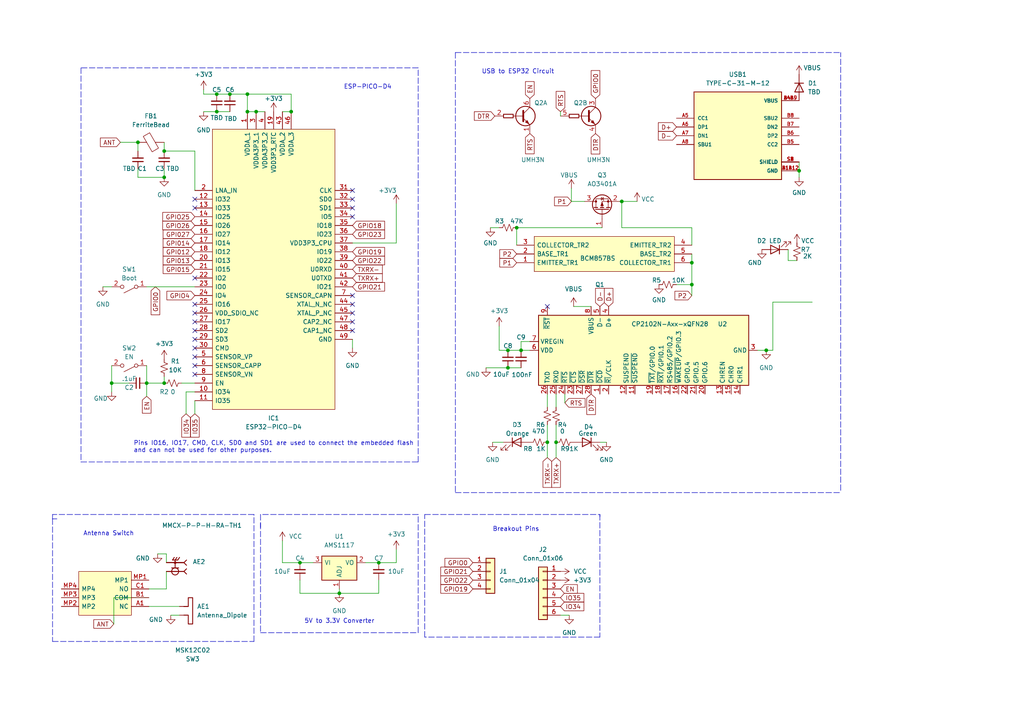
<source format=kicad_sch>
(kicad_sch (version 20211123) (generator eeschema)

  (uuid 85b7594c-358f-454b-b2ad-dd0b1d67ed76)

  (paper "A4")

  (lib_symbols
    (symbol "BCM857BS:BCM857BS" (pin_names (offset 0.762)) (in_bom yes) (on_board yes)
      (property "Reference" "Q1" (id 0) (at 24.13 6.35 0)
        (effects (font (size 1.27 1.27)))
      )
      (property "Value" "BCM857BS" (id 1) (at 23.495 -1.27 0)
        (effects (font (size 1.27 1.27)))
      )
      (property "Footprint" "Merlin:BCM857BS_SOT65P210X110-6N" (id 2) (at 46.99 -2.54 0)
        (effects (font (size 1.27 1.27)) (justify left) hide)
      )
      (property "Datasheet" "https://assets.nexperia.com/documents/data-sheet/BCM857BV_BS_DS.pdf" (id 3) (at 46.99 0 0)
        (effects (font (size 1.27 1.27)) (justify left) hide)
      )
      (property "Description" "NEXPERIA - BCM857BS - TRANSISTOR, MATCHED, SOT-363" (id 4) (at 46.99 2.54 0)
        (effects (font (size 1.27 1.27)) (justify left) hide)
      )
      (property "Height" "1.1" (id 5) (at 46.99 5.08 0)
        (effects (font (size 1.27 1.27)) (justify left) hide)
      )
      (property "Manufacturer_Name" "Nexperia" (id 6) (at 46.99 7.62 0)
        (effects (font (size 1.27 1.27)) (justify left) hide)
      )
      (property "Manufacturer_Part_Number" "BCM857BS" (id 7) (at 46.99 10.16 0)
        (effects (font (size 1.27 1.27)) (justify left) hide)
      )
      (property "Mouser Part Number" "N/A" (id 8) (at 46.99 12.7 0)
        (effects (font (size 1.27 1.27)) (justify left) hide)
      )
      (property "Mouser Price/Stock" "https://www.mouser.com/Search/Refine.aspx?Keyword=N%2FA" (id 9) (at 46.99 15.24 0)
        (effects (font (size 1.27 1.27)) (justify left) hide)
      )
      (property "Arrow Part Number" "" (id 10) (at 46.99 17.78 0)
        (effects (font (size 1.27 1.27)) (justify left) hide)
      )
      (property "Arrow Price/Stock" "" (id 11) (at 46.99 20.32 0)
        (effects (font (size 1.27 1.27)) (justify left) hide)
      )
      (property "ki_description" "NEXPERIA - BCM857BS - TRANSISTOR, MATCHED, SOT-363" (id 12) (at 0 0 0)
        (effects (font (size 1.27 1.27)) hide)
      )
      (symbol "BCM857BS_0_0"
        (pin passive line (at 0 0 0) (length 5.08)
          (name "EMITTER_TR1" (effects (font (size 1.27 1.27))))
          (number "1" (effects (font (size 1.27 1.27))))
        )
        (pin passive line (at 0 -2.54 0) (length 5.08)
          (name "BASE_TR1" (effects (font (size 1.27 1.27))))
          (number "2" (effects (font (size 1.27 1.27))))
        )
        (pin passive line (at 0 -5.08 0) (length 5.08)
          (name "COLLECTOR_TR2" (effects (font (size 1.27 1.27))))
          (number "3" (effects (font (size 1.27 1.27))))
        )
        (pin passive line (at 50.8 -5.08 180) (length 5.08)
          (name "EMITTER_TR2" (effects (font (size 1.27 1.27))))
          (number "4" (effects (font (size 1.27 1.27))))
        )
        (pin passive line (at 50.8 -2.54 180) (length 5.08)
          (name "BASE_TR2" (effects (font (size 1.27 1.27))))
          (number "5" (effects (font (size 1.27 1.27))))
        )
        (pin passive line (at 50.8 0 180) (length 5.08)
          (name "COLLECTOR_TR1" (effects (font (size 1.27 1.27))))
          (number "6" (effects (font (size 1.27 1.27))))
        )
      )
      (symbol "BCM857BS_0_1"
        (polyline
          (pts
            (xy 5.08 2.54)
            (xy 45.72 2.54)
            (xy 45.72 -7.62)
            (xy 5.08 -7.62)
            (xy 5.08 2.54)
          )
          (stroke (width 0.1524) (type default) (color 0 0 0 0))
          (fill (type background))
        )
      )
    )
    (symbol "Connector_Generic:Conn_01x04" (pin_names (offset 1.016) hide) (in_bom yes) (on_board yes)
      (property "Reference" "J" (id 0) (at 0 5.08 0)
        (effects (font (size 1.27 1.27)))
      )
      (property "Value" "Conn_01x04" (id 1) (at 0 -7.62 0)
        (effects (font (size 1.27 1.27)))
      )
      (property "Footprint" "" (id 2) (at 0 0 0)
        (effects (font (size 1.27 1.27)) hide)
      )
      (property "Datasheet" "~" (id 3) (at 0 0 0)
        (effects (font (size 1.27 1.27)) hide)
      )
      (property "ki_keywords" "connector" (id 4) (at 0 0 0)
        (effects (font (size 1.27 1.27)) hide)
      )
      (property "ki_description" "Generic connector, single row, 01x04, script generated (kicad-library-utils/schlib/autogen/connector/)" (id 5) (at 0 0 0)
        (effects (font (size 1.27 1.27)) hide)
      )
      (property "ki_fp_filters" "Connector*:*_1x??_*" (id 6) (at 0 0 0)
        (effects (font (size 1.27 1.27)) hide)
      )
      (symbol "Conn_01x04_1_1"
        (rectangle (start -1.27 -4.953) (end 0 -5.207)
          (stroke (width 0.1524) (type default) (color 0 0 0 0))
          (fill (type none))
        )
        (rectangle (start -1.27 -2.413) (end 0 -2.667)
          (stroke (width 0.1524) (type default) (color 0 0 0 0))
          (fill (type none))
        )
        (rectangle (start -1.27 0.127) (end 0 -0.127)
          (stroke (width 0.1524) (type default) (color 0 0 0 0))
          (fill (type none))
        )
        (rectangle (start -1.27 2.667) (end 0 2.413)
          (stroke (width 0.1524) (type default) (color 0 0 0 0))
          (fill (type none))
        )
        (rectangle (start -1.27 3.81) (end 1.27 -6.35)
          (stroke (width 0.254) (type default) (color 0 0 0 0))
          (fill (type background))
        )
        (pin passive line (at -5.08 2.54 0) (length 3.81)
          (name "Pin_1" (effects (font (size 1.27 1.27))))
          (number "1" (effects (font (size 1.27 1.27))))
        )
        (pin passive line (at -5.08 0 0) (length 3.81)
          (name "Pin_2" (effects (font (size 1.27 1.27))))
          (number "2" (effects (font (size 1.27 1.27))))
        )
        (pin passive line (at -5.08 -2.54 0) (length 3.81)
          (name "Pin_3" (effects (font (size 1.27 1.27))))
          (number "3" (effects (font (size 1.27 1.27))))
        )
        (pin passive line (at -5.08 -5.08 0) (length 3.81)
          (name "Pin_4" (effects (font (size 1.27 1.27))))
          (number "4" (effects (font (size 1.27 1.27))))
        )
      )
    )
    (symbol "Connector_Generic:Conn_01x06" (pin_names (offset 1.016) hide) (in_bom yes) (on_board yes)
      (property "Reference" "J" (id 0) (at 0 7.62 0)
        (effects (font (size 1.27 1.27)))
      )
      (property "Value" "Conn_01x06" (id 1) (at 0 -10.16 0)
        (effects (font (size 1.27 1.27)))
      )
      (property "Footprint" "" (id 2) (at 0 0 0)
        (effects (font (size 1.27 1.27)) hide)
      )
      (property "Datasheet" "~" (id 3) (at 0 0 0)
        (effects (font (size 1.27 1.27)) hide)
      )
      (property "ki_keywords" "connector" (id 4) (at 0 0 0)
        (effects (font (size 1.27 1.27)) hide)
      )
      (property "ki_description" "Generic connector, single row, 01x06, script generated (kicad-library-utils/schlib/autogen/connector/)" (id 5) (at 0 0 0)
        (effects (font (size 1.27 1.27)) hide)
      )
      (property "ki_fp_filters" "Connector*:*_1x??_*" (id 6) (at 0 0 0)
        (effects (font (size 1.27 1.27)) hide)
      )
      (symbol "Conn_01x06_1_1"
        (rectangle (start -1.27 -7.493) (end 0 -7.747)
          (stroke (width 0.1524) (type default) (color 0 0 0 0))
          (fill (type none))
        )
        (rectangle (start -1.27 -4.953) (end 0 -5.207)
          (stroke (width 0.1524) (type default) (color 0 0 0 0))
          (fill (type none))
        )
        (rectangle (start -1.27 -2.413) (end 0 -2.667)
          (stroke (width 0.1524) (type default) (color 0 0 0 0))
          (fill (type none))
        )
        (rectangle (start -1.27 0.127) (end 0 -0.127)
          (stroke (width 0.1524) (type default) (color 0 0 0 0))
          (fill (type none))
        )
        (rectangle (start -1.27 2.667) (end 0 2.413)
          (stroke (width 0.1524) (type default) (color 0 0 0 0))
          (fill (type none))
        )
        (rectangle (start -1.27 5.207) (end 0 4.953)
          (stroke (width 0.1524) (type default) (color 0 0 0 0))
          (fill (type none))
        )
        (rectangle (start -1.27 6.35) (end 1.27 -8.89)
          (stroke (width 0.254) (type default) (color 0 0 0 0))
          (fill (type background))
        )
        (pin passive line (at -5.08 5.08 0) (length 3.81)
          (name "Pin_1" (effects (font (size 1.27 1.27))))
          (number "1" (effects (font (size 1.27 1.27))))
        )
        (pin passive line (at -5.08 2.54 0) (length 3.81)
          (name "Pin_2" (effects (font (size 1.27 1.27))))
          (number "2" (effects (font (size 1.27 1.27))))
        )
        (pin passive line (at -5.08 0 0) (length 3.81)
          (name "Pin_3" (effects (font (size 1.27 1.27))))
          (number "3" (effects (font (size 1.27 1.27))))
        )
        (pin passive line (at -5.08 -2.54 0) (length 3.81)
          (name "Pin_4" (effects (font (size 1.27 1.27))))
          (number "4" (effects (font (size 1.27 1.27))))
        )
        (pin passive line (at -5.08 -5.08 0) (length 3.81)
          (name "Pin_5" (effects (font (size 1.27 1.27))))
          (number "5" (effects (font (size 1.27 1.27))))
        )
        (pin passive line (at -5.08 -7.62 0) (length 3.81)
          (name "Pin_6" (effects (font (size 1.27 1.27))))
          (number "6" (effects (font (size 1.27 1.27))))
        )
      )
    )
    (symbol "Device:Antenna_Dipole" (pin_numbers hide) (pin_names (offset 1.016) hide) (in_bom yes) (on_board yes)
      (property "Reference" "AE" (id 0) (at 1.27 1.27 0)
        (effects (font (size 1.27 1.27)))
      )
      (property "Value" "Antenna_Dipole" (id 1) (at 1.27 0 0)
        (effects (font (size 1.27 1.27)))
      )
      (property "Footprint" "" (id 2) (at 0 0 0)
        (effects (font (size 1.27 1.27)) hide)
      )
      (property "Datasheet" "~" (id 3) (at 0 0 0)
        (effects (font (size 1.27 1.27)) hide)
      )
      (property "ki_keywords" "dipole antenna" (id 4) (at 0 0 0)
        (effects (font (size 1.27 1.27)) hide)
      )
      (property "ki_description" "Dipole antenna" (id 5) (at 0 0 0)
        (effects (font (size 1.27 1.27)) hide)
      )
      (symbol "Antenna_Dipole_0_1"
        (polyline
          (pts
            (xy 2.54 -3.81)
            (xy 2.54 -2.54)
            (xy 5.08 -2.54)
            (xy 5.08 -1.27)
            (xy -2.54 -1.27)
            (xy -2.54 -2.54)
            (xy 0 -2.54)
            (xy 0 -3.81)
          )
          (stroke (width 0.254) (type default) (color 0 0 0 0))
          (fill (type none))
        )
      )
      (symbol "Antenna_Dipole_1_1"
        (pin input line (at 0 -5.08 90) (length 2.54)
          (name "~" (effects (font (size 1.27 1.27))))
          (number "1" (effects (font (size 1.27 1.27))))
        )
        (pin input line (at 2.54 -5.08 90) (length 2.54)
          (name "~" (effects (font (size 1.27 1.27))))
          (number "2" (effects (font (size 1.27 1.27))))
        )
      )
    )
    (symbol "Device:C_Small" (pin_numbers hide) (pin_names (offset 0.254) hide) (in_bom yes) (on_board yes)
      (property "Reference" "C" (id 0) (at 0.254 1.778 0)
        (effects (font (size 1.27 1.27)) (justify left))
      )
      (property "Value" "C_Small" (id 1) (at 0.254 -2.032 0)
        (effects (font (size 1.27 1.27)) (justify left))
      )
      (property "Footprint" "" (id 2) (at 0 0 0)
        (effects (font (size 1.27 1.27)) hide)
      )
      (property "Datasheet" "~" (id 3) (at 0 0 0)
        (effects (font (size 1.27 1.27)) hide)
      )
      (property "ki_keywords" "capacitor cap" (id 4) (at 0 0 0)
        (effects (font (size 1.27 1.27)) hide)
      )
      (property "ki_description" "Unpolarized capacitor, small symbol" (id 5) (at 0 0 0)
        (effects (font (size 1.27 1.27)) hide)
      )
      (property "ki_fp_filters" "C_*" (id 6) (at 0 0 0)
        (effects (font (size 1.27 1.27)) hide)
      )
      (symbol "C_Small_0_1"
        (polyline
          (pts
            (xy -1.524 -0.508)
            (xy 1.524 -0.508)
          )
          (stroke (width 0.3302) (type default) (color 0 0 0 0))
          (fill (type none))
        )
        (polyline
          (pts
            (xy -1.524 0.508)
            (xy 1.524 0.508)
          )
          (stroke (width 0.3048) (type default) (color 0 0 0 0))
          (fill (type none))
        )
      )
      (symbol "C_Small_1_1"
        (pin passive line (at 0 2.54 270) (length 2.032)
          (name "~" (effects (font (size 1.27 1.27))))
          (number "1" (effects (font (size 1.27 1.27))))
        )
        (pin passive line (at 0 -2.54 90) (length 2.032)
          (name "~" (effects (font (size 1.27 1.27))))
          (number "2" (effects (font (size 1.27 1.27))))
        )
      )
    )
    (symbol "Device:FerriteBead" (pin_numbers hide) (pin_names (offset 0)) (in_bom yes) (on_board yes)
      (property "Reference" "FB" (id 0) (at -3.81 0.635 90)
        (effects (font (size 1.27 1.27)))
      )
      (property "Value" "FerriteBead" (id 1) (at 3.81 0 90)
        (effects (font (size 1.27 1.27)))
      )
      (property "Footprint" "" (id 2) (at -1.778 0 90)
        (effects (font (size 1.27 1.27)) hide)
      )
      (property "Datasheet" "~" (id 3) (at 0 0 0)
        (effects (font (size 1.27 1.27)) hide)
      )
      (property "ki_keywords" "L ferrite bead inductor filter" (id 4) (at 0 0 0)
        (effects (font (size 1.27 1.27)) hide)
      )
      (property "ki_description" "Ferrite bead" (id 5) (at 0 0 0)
        (effects (font (size 1.27 1.27)) hide)
      )
      (property "ki_fp_filters" "Inductor_* L_* *Ferrite*" (id 6) (at 0 0 0)
        (effects (font (size 1.27 1.27)) hide)
      )
      (symbol "FerriteBead_0_1"
        (polyline
          (pts
            (xy 0 -1.27)
            (xy 0 -1.2192)
          )
          (stroke (width 0) (type default) (color 0 0 0 0))
          (fill (type none))
        )
        (polyline
          (pts
            (xy 0 1.27)
            (xy 0 1.2954)
          )
          (stroke (width 0) (type default) (color 0 0 0 0))
          (fill (type none))
        )
        (polyline
          (pts
            (xy -2.7686 0.4064)
            (xy -1.7018 2.2606)
            (xy 2.7686 -0.3048)
            (xy 1.6764 -2.159)
            (xy -2.7686 0.4064)
          )
          (stroke (width 0) (type default) (color 0 0 0 0))
          (fill (type none))
        )
      )
      (symbol "FerriteBead_1_1"
        (pin passive line (at 0 3.81 270) (length 2.54)
          (name "~" (effects (font (size 1.27 1.27))))
          (number "1" (effects (font (size 1.27 1.27))))
        )
        (pin passive line (at 0 -3.81 90) (length 2.54)
          (name "~" (effects (font (size 1.27 1.27))))
          (number "2" (effects (font (size 1.27 1.27))))
        )
      )
    )
    (symbol "Device:LED" (pin_numbers hide) (pin_names (offset 1.016) hide) (in_bom yes) (on_board yes)
      (property "Reference" "D" (id 0) (at 0 2.54 0)
        (effects (font (size 1.27 1.27)))
      )
      (property "Value" "LED" (id 1) (at 0 -2.54 0)
        (effects (font (size 1.27 1.27)))
      )
      (property "Footprint" "" (id 2) (at 0 0 0)
        (effects (font (size 1.27 1.27)) hide)
      )
      (property "Datasheet" "~" (id 3) (at 0 0 0)
        (effects (font (size 1.27 1.27)) hide)
      )
      (property "ki_keywords" "LED diode" (id 4) (at 0 0 0)
        (effects (font (size 1.27 1.27)) hide)
      )
      (property "ki_description" "Light emitting diode" (id 5) (at 0 0 0)
        (effects (font (size 1.27 1.27)) hide)
      )
      (property "ki_fp_filters" "LED* LED_SMD:* LED_THT:*" (id 6) (at 0 0 0)
        (effects (font (size 1.27 1.27)) hide)
      )
      (symbol "LED_0_1"
        (polyline
          (pts
            (xy -1.27 -1.27)
            (xy -1.27 1.27)
          )
          (stroke (width 0.254) (type default) (color 0 0 0 0))
          (fill (type none))
        )
        (polyline
          (pts
            (xy -1.27 0)
            (xy 1.27 0)
          )
          (stroke (width 0) (type default) (color 0 0 0 0))
          (fill (type none))
        )
        (polyline
          (pts
            (xy 1.27 -1.27)
            (xy 1.27 1.27)
            (xy -1.27 0)
            (xy 1.27 -1.27)
          )
          (stroke (width 0.254) (type default) (color 0 0 0 0))
          (fill (type none))
        )
        (polyline
          (pts
            (xy -3.048 -0.762)
            (xy -4.572 -2.286)
            (xy -3.81 -2.286)
            (xy -4.572 -2.286)
            (xy -4.572 -1.524)
          )
          (stroke (width 0) (type default) (color 0 0 0 0))
          (fill (type none))
        )
        (polyline
          (pts
            (xy -1.778 -0.762)
            (xy -3.302 -2.286)
            (xy -2.54 -2.286)
            (xy -3.302 -2.286)
            (xy -3.302 -1.524)
          )
          (stroke (width 0) (type default) (color 0 0 0 0))
          (fill (type none))
        )
      )
      (symbol "LED_1_1"
        (pin passive line (at -3.81 0 0) (length 2.54)
          (name "K" (effects (font (size 1.27 1.27))))
          (number "1" (effects (font (size 1.27 1.27))))
        )
        (pin passive line (at 3.81 0 180) (length 2.54)
          (name "A" (effects (font (size 1.27 1.27))))
          (number "2" (effects (font (size 1.27 1.27))))
        )
      )
    )
    (symbol "Device:R_Small_US" (pin_numbers hide) (pin_names (offset 0.254) hide) (in_bom yes) (on_board yes)
      (property "Reference" "R" (id 0) (at 0.762 0.508 0)
        (effects (font (size 1.27 1.27)) (justify left))
      )
      (property "Value" "R_Small_US" (id 1) (at 0.762 -1.016 0)
        (effects (font (size 1.27 1.27)) (justify left))
      )
      (property "Footprint" "" (id 2) (at 0 0 0)
        (effects (font (size 1.27 1.27)) hide)
      )
      (property "Datasheet" "~" (id 3) (at 0 0 0)
        (effects (font (size 1.27 1.27)) hide)
      )
      (property "ki_keywords" "r resistor" (id 4) (at 0 0 0)
        (effects (font (size 1.27 1.27)) hide)
      )
      (property "ki_description" "Resistor, small US symbol" (id 5) (at 0 0 0)
        (effects (font (size 1.27 1.27)) hide)
      )
      (property "ki_fp_filters" "R_*" (id 6) (at 0 0 0)
        (effects (font (size 1.27 1.27)) hide)
      )
      (symbol "R_Small_US_1_1"
        (polyline
          (pts
            (xy 0 0)
            (xy 1.016 -0.381)
            (xy 0 -0.762)
            (xy -1.016 -1.143)
            (xy 0 -1.524)
          )
          (stroke (width 0) (type default) (color 0 0 0 0))
          (fill (type none))
        )
        (polyline
          (pts
            (xy 0 1.524)
            (xy 1.016 1.143)
            (xy 0 0.762)
            (xy -1.016 0.381)
            (xy 0 0)
          )
          (stroke (width 0) (type default) (color 0 0 0 0))
          (fill (type none))
        )
        (pin passive line (at 0 2.54 270) (length 1.016)
          (name "~" (effects (font (size 1.27 1.27))))
          (number "1" (effects (font (size 1.27 1.27))))
        )
        (pin passive line (at 0 -2.54 90) (length 1.016)
          (name "~" (effects (font (size 1.27 1.27))))
          (number "2" (effects (font (size 1.27 1.27))))
        )
      )
    )
    (symbol "Diode:1N914" (pin_numbers hide) (pin_names (offset 1.016) hide) (in_bom yes) (on_board yes)
      (property "Reference" "D" (id 0) (at 0 2.54 0)
        (effects (font (size 1.27 1.27)))
      )
      (property "Value" "1N914" (id 1) (at 0 -2.54 0)
        (effects (font (size 1.27 1.27)))
      )
      (property "Footprint" "Diode_THT:D_DO-35_SOD27_P7.62mm_Horizontal" (id 2) (at 0 -4.445 0)
        (effects (font (size 1.27 1.27)) hide)
      )
      (property "Datasheet" "http://www.vishay.com/docs/85622/1n914.pdf" (id 3) (at 0 0 0)
        (effects (font (size 1.27 1.27)) hide)
      )
      (property "ki_keywords" "diode" (id 4) (at 0 0 0)
        (effects (font (size 1.27 1.27)) hide)
      )
      (property "ki_description" "100V 0.3A Small Signal Fast Switching Diode, DO-35" (id 5) (at 0 0 0)
        (effects (font (size 1.27 1.27)) hide)
      )
      (property "ki_fp_filters" "D*DO?35*" (id 6) (at 0 0 0)
        (effects (font (size 1.27 1.27)) hide)
      )
      (symbol "1N914_0_1"
        (polyline
          (pts
            (xy -1.27 1.27)
            (xy -1.27 -1.27)
          )
          (stroke (width 0.254) (type default) (color 0 0 0 0))
          (fill (type none))
        )
        (polyline
          (pts
            (xy 1.27 0)
            (xy -1.27 0)
          )
          (stroke (width 0) (type default) (color 0 0 0 0))
          (fill (type none))
        )
        (polyline
          (pts
            (xy 1.27 1.27)
            (xy 1.27 -1.27)
            (xy -1.27 0)
            (xy 1.27 1.27)
          )
          (stroke (width 0.254) (type default) (color 0 0 0 0))
          (fill (type none))
        )
      )
      (symbol "1N914_1_1"
        (pin passive line (at -3.81 0 0) (length 2.54)
          (name "K" (effects (font (size 1.27 1.27))))
          (number "1" (effects (font (size 1.27 1.27))))
        )
        (pin passive line (at 3.81 0 180) (length 2.54)
          (name "A" (effects (font (size 1.27 1.27))))
          (number "2" (effects (font (size 1.27 1.27))))
        )
      )
    )
    (symbol "Interface_USB:CP2102N-Axx-xQFN28" (in_bom yes) (on_board yes)
      (property "Reference" "U" (id 0) (at -8.89 31.75 0)
        (effects (font (size 1.27 1.27)))
      )
      (property "Value" "CP2102N-Axx-xQFN28" (id 1) (at 12.7 31.75 0)
        (effects (font (size 1.27 1.27)))
      )
      (property "Footprint" "Package_DFN_QFN:QFN-28-1EP_5x5mm_P0.5mm_EP3.35x3.35mm" (id 2) (at 33.02 -31.75 0)
        (effects (font (size 1.27 1.27)) hide)
      )
      (property "Datasheet" "https://www.silabs.com/documents/public/data-sheets/cp2102n-datasheet.pdf" (id 3) (at 1.27 -19.05 0)
        (effects (font (size 1.27 1.27)) hide)
      )
      (property "ki_keywords" "USB UART bridge" (id 4) (at 0 0 0)
        (effects (font (size 1.27 1.27)) hide)
      )
      (property "ki_description" "USB to UART master bridge, QFN-28" (id 5) (at 0 0 0)
        (effects (font (size 1.27 1.27)) hide)
      )
      (property "ki_fp_filters" "QFN*1EP*5x5mm*P0.5mm*" (id 6) (at 0 0 0)
        (effects (font (size 1.27 1.27)) hide)
      )
      (symbol "CP2102N-Axx-xQFN28_0_1"
        (rectangle (start -10.16 30.48) (end 10.16 -30.48)
          (stroke (width 0.254) (type default) (color 0 0 0 0))
          (fill (type background))
        )
      )
      (symbol "CP2102N-Axx-xQFN28_1_1"
        (pin input line (at 12.7 12.7 180) (length 2.54)
          (name "~{DCD}" (effects (font (size 1.27 1.27))))
          (number "1" (effects (font (size 1.27 1.27))))
        )
        (pin no_connect line (at -10.16 -27.94 0) (length 2.54) hide
          (name "NC" (effects (font (size 1.27 1.27))))
          (number "10" (effects (font (size 1.27 1.27))))
        )
        (pin output line (at 12.7 2.54 180) (length 2.54)
          (name "~{SUSPEND}" (effects (font (size 1.27 1.27))))
          (number "11" (effects (font (size 1.27 1.27))))
        )
        (pin output line (at 12.7 5.08 180) (length 2.54)
          (name "SUSPEND" (effects (font (size 1.27 1.27))))
          (number "12" (effects (font (size 1.27 1.27))))
        )
        (pin output line (at 12.7 -22.86 180) (length 2.54)
          (name "CHREN" (effects (font (size 1.27 1.27))))
          (number "13" (effects (font (size 1.27 1.27))))
        )
        (pin output line (at 12.7 -27.94 180) (length 2.54)
          (name "CHR1" (effects (font (size 1.27 1.27))))
          (number "14" (effects (font (size 1.27 1.27))))
        )
        (pin output line (at 12.7 -25.4 180) (length 2.54)
          (name "CHR0" (effects (font (size 1.27 1.27))))
          (number "15" (effects (font (size 1.27 1.27))))
        )
        (pin bidirectional line (at 12.7 -10.16 180) (length 2.54)
          (name "~{WAKEUP}/GPIO.3" (effects (font (size 1.27 1.27))))
          (number "16" (effects (font (size 1.27 1.27))))
        )
        (pin bidirectional line (at 12.7 -7.62 180) (length 2.54)
          (name "RS485/GPIO.2" (effects (font (size 1.27 1.27))))
          (number "17" (effects (font (size 1.27 1.27))))
        )
        (pin bidirectional line (at 12.7 -5.08 180) (length 2.54)
          (name "~{RXT}/GPIO.1" (effects (font (size 1.27 1.27))))
          (number "18" (effects (font (size 1.27 1.27))))
        )
        (pin bidirectional line (at 12.7 -2.54 180) (length 2.54)
          (name "~{TXT}/GPIO.0" (effects (font (size 1.27 1.27))))
          (number "19" (effects (font (size 1.27 1.27))))
        )
        (pin bidirectional line (at 12.7 10.16 180) (length 2.54)
          (name "~{RI}/CLK" (effects (font (size 1.27 1.27))))
          (number "2" (effects (font (size 1.27 1.27))))
        )
        (pin bidirectional line (at 12.7 -17.78 180) (length 2.54)
          (name "GPIO.6" (effects (font (size 1.27 1.27))))
          (number "20" (effects (font (size 1.27 1.27))))
        )
        (pin bidirectional line (at 12.7 -15.24 180) (length 2.54)
          (name "GPIO.5" (effects (font (size 1.27 1.27))))
          (number "21" (effects (font (size 1.27 1.27))))
        )
        (pin bidirectional line (at 12.7 -12.7 180) (length 2.54)
          (name "GPIO.4" (effects (font (size 1.27 1.27))))
          (number "22" (effects (font (size 1.27 1.27))))
        )
        (pin input line (at 12.7 20.32 180) (length 2.54)
          (name "~{CTS}" (effects (font (size 1.27 1.27))))
          (number "23" (effects (font (size 1.27 1.27))))
        )
        (pin output line (at 12.7 22.86 180) (length 2.54)
          (name "~{RTS}" (effects (font (size 1.27 1.27))))
          (number "24" (effects (font (size 1.27 1.27))))
        )
        (pin input line (at 12.7 25.4 180) (length 2.54)
          (name "RXD" (effects (font (size 1.27 1.27))))
          (number "25" (effects (font (size 1.27 1.27))))
        )
        (pin output line (at 12.7 27.94 180) (length 2.54)
          (name "TXD" (effects (font (size 1.27 1.27))))
          (number "26" (effects (font (size 1.27 1.27))))
        )
        (pin input line (at 12.7 17.78 180) (length 2.54)
          (name "~{DSR}" (effects (font (size 1.27 1.27))))
          (number "27" (effects (font (size 1.27 1.27))))
        )
        (pin output line (at 12.7 15.24 180) (length 2.54)
          (name "~{DTR}" (effects (font (size 1.27 1.27))))
          (number "28" (effects (font (size 1.27 1.27))))
        )
        (pin passive line (at 0 -33.02 90) (length 2.54) hide
          (name "GND" (effects (font (size 1.27 1.27))))
          (number "29" (effects (font (size 1.27 1.27))))
        )
        (pin power_in line (at 0 -33.02 90) (length 2.54)
          (name "GND" (effects (font (size 1.27 1.27))))
          (number "3" (effects (font (size 1.27 1.27))))
        )
        (pin bidirectional line (at -12.7 10.16 0) (length 2.54)
          (name "D+" (effects (font (size 1.27 1.27))))
          (number "4" (effects (font (size 1.27 1.27))))
        )
        (pin bidirectional line (at -12.7 12.7 0) (length 2.54)
          (name "D-" (effects (font (size 1.27 1.27))))
          (number "5" (effects (font (size 1.27 1.27))))
        )
        (pin power_in line (at 0 33.02 270) (length 2.54)
          (name "VDD" (effects (font (size 1.27 1.27))))
          (number "6" (effects (font (size 1.27 1.27))))
        )
        (pin power_in line (at -2.54 33.02 270) (length 2.54)
          (name "VREGIN" (effects (font (size 1.27 1.27))))
          (number "7" (effects (font (size 1.27 1.27))))
        )
        (pin input line (at -12.7 15.24 0) (length 2.54)
          (name "VBUS" (effects (font (size 1.27 1.27))))
          (number "8" (effects (font (size 1.27 1.27))))
        )
        (pin input line (at -12.7 27.94 0) (length 2.54)
          (name "~{RST}" (effects (font (size 1.27 1.27))))
          (number "9" (effects (font (size 1.27 1.27))))
        )
      )
    )
    (symbol "LIBESP32-PICO-D4:ESP32-PICO-D4" (pin_names (offset 0.762)) (in_bom yes) (on_board yes)
      (property "Reference" "IC1" (id 0) (at 22.86 -66.04 0)
        (effects (font (size 1.27 1.27)))
      )
      (property "Value" "ESP32-PICO-D4" (id 1) (at 22.86 -68.58 0)
        (effects (font (size 1.27 1.27)))
      )
      (property "Footprint" "Merlin:ESP32-PICO-D4-PQFN50P700X700X104-49N" (id 2) (at 41.91 17.78 0)
        (effects (font (size 1.27 1.27)) (justify left) hide)
      )
      (property "Datasheet" "http://www.espressif.com/sites/default/files/documentation/esp32-pico-d4_datasheet_en.pdf" (id 3) (at 41.91 15.24 0)
        (effects (font (size 1.27 1.27)) (justify left) hide)
      )
      (property "Description" "ESP32-PICO-D4 module" (id 4) (at 41.91 12.7 0)
        (effects (font (size 1.27 1.27)) (justify left) hide)
      )
      (property "Height" "" (id 5) (at 41.91 10.16 0)
        (effects (font (size 1.27 1.27)) (justify left) hide)
      )
      (property "Manufacturer_Name" "Espressif Systems" (id 6) (at 41.91 7.62 0)
        (effects (font (size 1.27 1.27)) (justify left) hide)
      )
      (property "Manufacturer_Part_Number" "ESP32-PICO-D4" (id 7) (at 41.91 5.08 0)
        (effects (font (size 1.27 1.27)) (justify left) hide)
      )
      (property "Mouser Part Number" "356-ESP32-PICO-D4" (id 8) (at 41.91 2.54 0)
        (effects (font (size 1.27 1.27)) (justify left) hide)
      )
      (property "Mouser Price/Stock" "https://www.mouser.co.uk/ProductDetail/Espressif-Systems/ESP32-PICO-D4?qs=MLItCLRbWsw7MJlbN3HfdA%3D%3D" (id 9) (at 41.91 0 0)
        (effects (font (size 1.27 1.27)) (justify left) hide)
      )
      (property "Arrow Part Number" "" (id 10) (at 41.91 -2.54 0)
        (effects (font (size 1.27 1.27)) (justify left) hide)
      )
      (property "Arrow Price/Stock" "" (id 11) (at 41.91 -5.08 0)
        (effects (font (size 1.27 1.27)) (justify left) hide)
      )
      (property "ki_description" "ESP32-PICO-D4 module" (id 12) (at 0 0 0)
        (effects (font (size 1.27 1.27)) hide)
      )
      (symbol "ESP32-PICO-D4_0_0"
        (pin passive line (at 15.24 22.86 270) (length 5.08)
          (name "VDDA_1" (effects (font (size 1.27 1.27))))
          (number "1" (effects (font (size 1.27 1.27))))
        )
        (pin passive line (at 0 -58.42 0) (length 5.08)
          (name "IO34" (effects (font (size 1.27 1.27))))
          (number "10" (effects (font (size 1.27 1.27))))
        )
        (pin passive line (at 0 -60.96 0) (length 5.08)
          (name "IO35" (effects (font (size 1.27 1.27))))
          (number "11" (effects (font (size 1.27 1.27))))
        )
        (pin passive line (at 0 -2.54 0) (length 5.08)
          (name "IO32" (effects (font (size 1.27 1.27))))
          (number "12" (effects (font (size 1.27 1.27))))
        )
        (pin passive line (at 0 -5.08 0) (length 5.08)
          (name "IO33" (effects (font (size 1.27 1.27))))
          (number "13" (effects (font (size 1.27 1.27))))
        )
        (pin passive line (at 0 -7.62 0) (length 5.08)
          (name "IO25" (effects (font (size 1.27 1.27))))
          (number "14" (effects (font (size 1.27 1.27))))
        )
        (pin passive line (at 0 -10.16 0) (length 5.08)
          (name "IO26" (effects (font (size 1.27 1.27))))
          (number "15" (effects (font (size 1.27 1.27))))
        )
        (pin passive line (at 0 -12.7 0) (length 5.08)
          (name "IO27" (effects (font (size 1.27 1.27))))
          (number "16" (effects (font (size 1.27 1.27))))
        )
        (pin passive line (at 0 -15.24 0) (length 5.08)
          (name "IO14" (effects (font (size 1.27 1.27))))
          (number "17" (effects (font (size 1.27 1.27))))
        )
        (pin passive line (at 0 -17.78 0) (length 5.08)
          (name "IO12" (effects (font (size 1.27 1.27))))
          (number "18" (effects (font (size 1.27 1.27))))
        )
        (pin passive line (at 22.86 22.86 270) (length 5.08)
          (name "VDD3P3_RTC" (effects (font (size 1.27 1.27))))
          (number "19" (effects (font (size 1.27 1.27))))
        )
        (pin passive line (at 0 0 0) (length 5.08)
          (name "LNA_IN" (effects (font (size 1.27 1.27))))
          (number "2" (effects (font (size 1.27 1.27))))
        )
        (pin passive line (at 0 -20.32 0) (length 5.08)
          (name "IO13" (effects (font (size 1.27 1.27))))
          (number "20" (effects (font (size 1.27 1.27))))
        )
        (pin passive line (at 0 -22.86 0) (length 5.08)
          (name "IO15" (effects (font (size 1.27 1.27))))
          (number "21" (effects (font (size 1.27 1.27))))
        )
        (pin passive line (at 0 -25.4 0) (length 5.08)
          (name "IO2" (effects (font (size 1.27 1.27))))
          (number "22" (effects (font (size 1.27 1.27))))
        )
        (pin passive line (at 0 -27.94 0) (length 5.08)
          (name "IO0" (effects (font (size 1.27 1.27))))
          (number "23" (effects (font (size 1.27 1.27))))
        )
        (pin passive line (at 0 -30.48 0) (length 5.08)
          (name "IO4" (effects (font (size 1.27 1.27))))
          (number "24" (effects (font (size 1.27 1.27))))
        )
        (pin passive line (at 0 -33.02 0) (length 5.08)
          (name "IO16" (effects (font (size 1.27 1.27))))
          (number "25" (effects (font (size 1.27 1.27))))
        )
        (pin passive line (at 0 -35.56 0) (length 5.08)
          (name "VDD_SDIO_NC" (effects (font (size 1.27 1.27))))
          (number "26" (effects (font (size 1.27 1.27))))
        )
        (pin passive line (at 0 -38.1 0) (length 5.08)
          (name "IO17" (effects (font (size 1.27 1.27))))
          (number "27" (effects (font (size 1.27 1.27))))
        )
        (pin passive line (at 0 -40.64 0) (length 5.08)
          (name "SD2" (effects (font (size 1.27 1.27))))
          (number "28" (effects (font (size 1.27 1.27))))
        )
        (pin passive line (at 0 -43.18 0) (length 5.08)
          (name "SD3" (effects (font (size 1.27 1.27))))
          (number "29" (effects (font (size 1.27 1.27))))
        )
        (pin passive line (at 17.78 22.86 270) (length 5.08)
          (name "VDDA3P3_1" (effects (font (size 1.27 1.27))))
          (number "3" (effects (font (size 1.27 1.27))))
        )
        (pin passive line (at 0 -45.72 0) (length 5.08)
          (name "CMD" (effects (font (size 1.27 1.27))))
          (number "30" (effects (font (size 1.27 1.27))))
        )
        (pin passive line (at 45.72 0 180) (length 5.08)
          (name "CLK" (effects (font (size 1.27 1.27))))
          (number "31" (effects (font (size 1.27 1.27))))
        )
        (pin passive line (at 45.72 -2.54 180) (length 5.08)
          (name "SD0" (effects (font (size 1.27 1.27))))
          (number "32" (effects (font (size 1.27 1.27))))
        )
        (pin passive line (at 45.72 -5.08 180) (length 5.08)
          (name "SD1" (effects (font (size 1.27 1.27))))
          (number "33" (effects (font (size 1.27 1.27))))
        )
        (pin passive line (at 45.72 -7.62 180) (length 5.08)
          (name "IO5" (effects (font (size 1.27 1.27))))
          (number "34" (effects (font (size 1.27 1.27))))
        )
        (pin passive line (at 45.72 -10.16 180) (length 5.08)
          (name "IO18" (effects (font (size 1.27 1.27))))
          (number "35" (effects (font (size 1.27 1.27))))
        )
        (pin passive line (at 45.72 -12.7 180) (length 5.08)
          (name "IO23" (effects (font (size 1.27 1.27))))
          (number "36" (effects (font (size 1.27 1.27))))
        )
        (pin passive line (at 45.72 -15.24 180) (length 5.08)
          (name "VDD3P3_CPU" (effects (font (size 1.27 1.27))))
          (number "37" (effects (font (size 1.27 1.27))))
        )
        (pin passive line (at 45.72 -17.78 180) (length 5.08)
          (name "IO19" (effects (font (size 1.27 1.27))))
          (number "38" (effects (font (size 1.27 1.27))))
        )
        (pin passive line (at 45.72 -20.32 180) (length 5.08)
          (name "IO22" (effects (font (size 1.27 1.27))))
          (number "39" (effects (font (size 1.27 1.27))))
        )
        (pin passive line (at 20.32 22.86 270) (length 5.08)
          (name "VDDA3P3_2" (effects (font (size 1.27 1.27))))
          (number "4" (effects (font (size 1.27 1.27))))
        )
        (pin passive line (at 45.72 -22.86 180) (length 5.08)
          (name "U0RXD" (effects (font (size 1.27 1.27))))
          (number "40" (effects (font (size 1.27 1.27))))
        )
        (pin passive line (at 45.72 -25.4 180) (length 5.08)
          (name "U0TXD" (effects (font (size 1.27 1.27))))
          (number "41" (effects (font (size 1.27 1.27))))
        )
        (pin passive line (at 45.72 -27.94 180) (length 5.08)
          (name "IO21" (effects (font (size 1.27 1.27))))
          (number "42" (effects (font (size 1.27 1.27))))
        )
        (pin passive line (at 25.4 22.86 270) (length 5.08)
          (name "VDDA_2" (effects (font (size 1.27 1.27))))
          (number "43" (effects (font (size 1.27 1.27))))
        )
        (pin passive line (at 45.72 -33.02 180) (length 5.08)
          (name "XTAL_N_NC" (effects (font (size 1.27 1.27))))
          (number "44" (effects (font (size 1.27 1.27))))
        )
        (pin passive line (at 45.72 -35.56 180) (length 5.08)
          (name "XTAL_P_NC" (effects (font (size 1.27 1.27))))
          (number "45" (effects (font (size 1.27 1.27))))
        )
        (pin passive line (at 27.94 22.86 270) (length 5.08)
          (name "VDDA_3" (effects (font (size 1.27 1.27))))
          (number "46" (effects (font (size 1.27 1.27))))
        )
        (pin passive line (at 45.72 -38.1 180) (length 5.08)
          (name "CAP2_NC" (effects (font (size 1.27 1.27))))
          (number "47" (effects (font (size 1.27 1.27))))
        )
        (pin passive line (at 45.72 -40.64 180) (length 5.08)
          (name "CAP1_NC" (effects (font (size 1.27 1.27))))
          (number "48" (effects (font (size 1.27 1.27))))
        )
        (pin passive line (at 45.72 -43.18 180) (length 5.08)
          (name "GND" (effects (font (size 1.27 1.27))))
          (number "49" (effects (font (size 1.27 1.27))))
        )
        (pin passive line (at 0 -48.26 0) (length 5.08)
          (name "SENSOR_VP" (effects (font (size 1.27 1.27))))
          (number "5" (effects (font (size 1.27 1.27))))
        )
        (pin passive line (at 0 -50.8 0) (length 5.08)
          (name "SENSOR_CAPP" (effects (font (size 1.27 1.27))))
          (number "6" (effects (font (size 1.27 1.27))))
        )
        (pin passive line (at 45.72 -30.48 180) (length 5.08)
          (name "SENSOR_CAPN" (effects (font (size 1.27 1.27))))
          (number "7" (effects (font (size 1.27 1.27))))
        )
        (pin passive line (at 0 -53.34 0) (length 5.08)
          (name "SENSOR_VN" (effects (font (size 1.27 1.27))))
          (number "8" (effects (font (size 1.27 1.27))))
        )
        (pin passive line (at 0 -55.88 0) (length 5.08)
          (name "EN" (effects (font (size 1.27 1.27))))
          (number "9" (effects (font (size 1.27 1.27))))
        )
      )
      (symbol "ESP32-PICO-D4_0_1"
        (polyline
          (pts
            (xy 5.08 17.78)
            (xy 40.64 17.78)
            (xy 40.64 -63.5)
            (xy 5.08 -63.5)
            (xy 5.08 17.78)
          )
          (stroke (width 0.1524) (type default) (color 0 0 0 0))
          (fill (type background))
        )
      )
    )
    (symbol "MMCX-P-P-H-RA-TH1:MMCX-P-P-H-RA-TH1" (pin_numbers hide) (pin_names (offset 1.016) hide) (in_bom yes) (on_board yes)
      (property "Reference" "J" (id 0) (at -3.81 4.064 0)
        (effects (font (size 1.27 1.27)) (justify left bottom))
      )
      (property "Value" "MMCX-P-P-H-RA-TH1" (id 1) (at -4.064 -4.318 0)
        (effects (font (size 1.27 1.27)) (justify left bottom))
      )
      (property "Footprint" "SAMTEC_MMCX-P-P-H-RA-TH1" (id 2) (at 0 0 0)
        (effects (font (size 1.27 1.27)) (justify left bottom) hide)
      )
      (property "Datasheet" "" (id 3) (at 0 0 0)
        (effects (font (size 1.27 1.27)) (justify left bottom) hide)
      )
      (property "MANUFACTURER" "Samtec" (id 4) (at 0 0 0)
        (effects (font (size 1.27 1.27)) (justify left bottom) hide)
      )
      (property "PARTREV" "E" (id 5) (at 0 0 0)
        (effects (font (size 1.27 1.27)) (justify left bottom) hide)
      )
      (property "STANDARD" "Manufacturer Recommendations" (id 6) (at 0 0 0)
        (effects (font (size 1.27 1.27)) (justify left bottom) hide)
      )
      (property "MAXIMUM_PACKAGE_HEIGHT" "3.8mm" (id 7) (at 0 0 0)
        (effects (font (size 1.27 1.27)) (justify left bottom) hide)
      )
      (property "ki_locked" "" (id 8) (at 0 0 0)
        (effects (font (size 1.27 1.27)))
      )
      (symbol "MMCX-P-P-H-RA-TH1_0_0"
        (polyline
          (pts
            (xy -3.302 -0.762)
            (xy -2.54 0)
          )
          (stroke (width 0.254) (type default) (color 0 0 0 0))
          (fill (type none))
        )
        (polyline
          (pts
            (xy -3.302 0.762)
            (xy -2.54 0)
          )
          (stroke (width 0.254) (type default) (color 0 0 0 0))
          (fill (type none))
        )
        (polyline
          (pts
            (xy -3.302 1.778)
            (xy -2.54 2.54)
          )
          (stroke (width 0.254) (type default) (color 0 0 0 0))
          (fill (type none))
        )
        (polyline
          (pts
            (xy -3.302 3.302)
            (xy -2.54 2.54)
          )
          (stroke (width 0.254) (type default) (color 0 0 0 0))
          (fill (type none))
        )
        (polyline
          (pts
            (xy -2.54 0)
            (xy 0 0)
          )
          (stroke (width 0.254) (type default) (color 0 0 0 0))
          (fill (type none))
        )
        (polyline
          (pts
            (xy -2.54 2.54)
            (xy 2.54 2.54)
          )
          (stroke (width 0.254) (type default) (color 0 0 0 0))
          (fill (type none))
        )
        (polyline
          (pts
            (xy -1.016 1.524)
            (xy 0 1.524)
          )
          (stroke (width 0.254) (type default) (color 0 0 0 0))
          (fill (type none))
        )
        (polyline
          (pts
            (xy -0.762 -0.762)
            (xy -1.27 -1.524)
          )
          (stroke (width 0.254) (type default) (color 0 0 0 0))
          (fill (type none))
        )
        (polyline
          (pts
            (xy 0 -0.762)
            (xy -0.762 -0.762)
          )
          (stroke (width 0.254) (type default) (color 0 0 0 0))
          (fill (type none))
        )
        (polyline
          (pts
            (xy 0 -0.762)
            (xy -0.508 -1.524)
          )
          (stroke (width 0.254) (type default) (color 0 0 0 0))
          (fill (type none))
        )
        (polyline
          (pts
            (xy 0 -0.762)
            (xy 0.762 -0.762)
          )
          (stroke (width 0.254) (type default) (color 0 0 0 0))
          (fill (type none))
        )
        (polyline
          (pts
            (xy 0 0)
            (xy -2.286 0)
          )
          (stroke (width 0.254) (type default) (color 0 0 0 0))
          (fill (type none))
        )
        (polyline
          (pts
            (xy 0 0)
            (xy 0 -0.762)
          )
          (stroke (width 0.254) (type default) (color 0 0 0 0))
          (fill (type none))
        )
        (polyline
          (pts
            (xy 0 1.524)
            (xy 0 0)
          )
          (stroke (width 0.254) (type default) (color 0 0 0 0))
          (fill (type none))
        )
        (polyline
          (pts
            (xy 0 1.524)
            (xy 1.016 1.524)
          )
          (stroke (width 0.254) (type default) (color 0 0 0 0))
          (fill (type none))
        )
        (polyline
          (pts
            (xy 0.762 -0.762)
            (xy 0.254 -1.524)
          )
          (stroke (width 0.254) (type default) (color 0 0 0 0))
          (fill (type none))
        )
        (polyline
          (pts
            (xy 2.54 0)
            (xy 0 0)
          )
          (stroke (width 0.254) (type default) (color 0 0 0 0))
          (fill (type none))
        )
        (circle (center 0 0) (radius 0.254)
          (stroke (width 0.254) (type default) (color 0 0 0 0))
          (fill (type none))
        )
        (circle (center 0 2.54) (radius 1.016)
          (stroke (width 0.254) (type default) (color 0 0 0 0))
          (fill (type none))
        )
        (pin passive line (at 2.54 2.54 180) (length 5.08)
          (name "~" (effects (font (size 1.016 1.016))))
          (number "1" (effects (font (size 1.016 1.016))))
        )
        (pin passive line (at 2.54 0 180) (length 5.08)
          (name "~" (effects (font (size 1.016 1.016))))
          (number "S1" (effects (font (size 1.016 1.016))))
        )
        (pin passive line (at 2.54 0 180) (length 5.08)
          (name "~" (effects (font (size 1.016 1.016))))
          (number "S2" (effects (font (size 1.016 1.016))))
        )
        (pin passive line (at 2.54 0 180) (length 5.08)
          (name "~" (effects (font (size 1.016 1.016))))
          (number "S3" (effects (font (size 1.016 1.016))))
        )
        (pin passive line (at 2.54 0 180) (length 5.08)
          (name "~" (effects (font (size 1.016 1.016))))
          (number "S4" (effects (font (size 1.016 1.016))))
        )
      )
    )
    (symbol "MSK12C02:MSK12C02" (pin_names (offset 0.762)) (in_bom yes) (on_board yes)
      (property "Reference" "SW3" (id 0) (at -12.7 15.24 0)
        (effects (font (size 1.27 1.27)))
      )
      (property "Value" "MSK12C02" (id 1) (at -12.7 12.7 0)
        (effects (font (size 1.27 1.27)))
      )
      (property "Footprint" "Merlin:MSK12C02" (id 2) (at -2.54 21.59 0)
        (effects (font (size 1.27 1.27)) (justify left) hide)
      )
      (property "Datasheet" "https://shouhan.en.made-in-china.com/product/xsMEmqgOAXWB/China-Slide-Switch-Msk12c02-Slide-Switch-on-off-2-Position-1p2t-Spdt-Miniature-Horizontal-SMD-7p-Slide-Switch.html" (id 3) (at 0 21.59 0)
        (effects (font (size 1.27 1.27)) (justify left) hide)
      )
      (property "Description" "SMD Toggle Switches" (id 4) (at 2.54 21.59 0)
        (effects (font (size 1.27 1.27)) (justify left) hide)
      )
      (property "Height" "1.4" (id 5) (at 5.08 21.59 0)
        (effects (font (size 1.27 1.27)) (justify left) hide)
      )
      (property "Manufacturer_Name" "Shou Han" (id 6) (at 7.62 21.59 0)
        (effects (font (size 1.27 1.27)) (justify left) hide)
      )
      (property "Manufacturer_Part_Number" "MSK12C02" (id 7) (at 10.16 21.59 0)
        (effects (font (size 1.27 1.27)) (justify left) hide)
      )
      (property "Mouser Part Number" "" (id 8) (at 12.7 21.59 0)
        (effects (font (size 1.27 1.27)) (justify left) hide)
      )
      (property "Mouser Price/Stock" "" (id 9) (at 15.24 21.59 0)
        (effects (font (size 1.27 1.27)) (justify left) hide)
      )
      (property "Arrow Part Number" "" (id 10) (at 17.78 21.59 0)
        (effects (font (size 1.27 1.27)) (justify left) hide)
      )
      (property "Arrow Price/Stock" "" (id 11) (at 20.32 21.59 0)
        (effects (font (size 1.27 1.27)) (justify left) hide)
      )
      (property "ki_description" "SMD Toggle Switches" (id 12) (at 0 0 0)
        (effects (font (size 1.27 1.27)) hide)
      )
      (symbol "MSK12C02_0_0"
        (pin passive line (at 0 0 0) (length 5.08)
          (name "NC" (effects (font (size 1.27 1.27))))
          (number "A1" (effects (font (size 1.27 1.27))))
        )
        (pin passive line (at 0 -2.54 0) (length 5.08)
          (name "COM" (effects (font (size 1.27 1.27))))
          (number "B1" (effects (font (size 1.27 1.27))))
        )
        (pin passive line (at 0 -5.08 0) (length 5.08)
          (name "NO" (effects (font (size 1.27 1.27))))
          (number "C1" (effects (font (size 1.27 1.27))))
        )
        (pin passive line (at 0 -7.62 0) (length 5.08)
          (name "MP1" (effects (font (size 1.27 1.27))))
          (number "MP1" (effects (font (size 1.27 1.27))))
        )
        (pin passive line (at 25.4 0 180) (length 5.08)
          (name "MP2" (effects (font (size 1.27 1.27))))
          (number "MP2" (effects (font (size 1.27 1.27))))
        )
        (pin passive line (at 25.4 -2.54 180) (length 5.08)
          (name "MP3" (effects (font (size 1.27 1.27))))
          (number "MP3" (effects (font (size 1.27 1.27))))
        )
        (pin passive line (at 25.4 -5.08 180) (length 5.08)
          (name "MP4" (effects (font (size 1.27 1.27))))
          (number "MP4" (effects (font (size 1.27 1.27))))
        )
      )
      (symbol "MSK12C02_0_1"
        (polyline
          (pts
            (xy 5.08 2.54)
            (xy 20.32 2.54)
            (xy 20.32 -10.16)
            (xy 5.08 -10.16)
            (xy 5.08 2.54)
          )
          (stroke (width 0.1524) (type default) (color 0 0 0 0))
          (fill (type background))
        )
      )
    )
    (symbol "Regulator_Linear:AMS1117" (pin_names (offset 0.762)) (in_bom yes) (on_board yes)
      (property "Reference" "U" (id 0) (at -3.81 3.175 0)
        (effects (font (size 1.27 1.27)))
      )
      (property "Value" "AMS1117" (id 1) (at 0 3.175 0)
        (effects (font (size 1.27 1.27)) (justify left))
      )
      (property "Footprint" "Package_TO_SOT_SMD:SOT-223-3_TabPin2" (id 2) (at 0 5.08 0)
        (effects (font (size 1.27 1.27)) hide)
      )
      (property "Datasheet" "http://www.advanced-monolithic.com/pdf/ds1117.pdf" (id 3) (at 2.54 -6.35 0)
        (effects (font (size 1.27 1.27)) hide)
      )
      (property "ki_keywords" "linear regulator ldo adjustable positive" (id 4) (at 0 0 0)
        (effects (font (size 1.27 1.27)) hide)
      )
      (property "ki_description" "1A Low Dropout regulator, positive, adjustable output, SOT-223" (id 5) (at 0 0 0)
        (effects (font (size 1.27 1.27)) hide)
      )
      (property "ki_fp_filters" "SOT?223*TabPin2*" (id 6) (at 0 0 0)
        (effects (font (size 1.27 1.27)) hide)
      )
      (symbol "AMS1117_0_1"
        (rectangle (start -5.08 -5.08) (end 5.08 1.905)
          (stroke (width 0.254) (type default) (color 0 0 0 0))
          (fill (type background))
        )
      )
      (symbol "AMS1117_1_1"
        (pin input line (at 0 -7.62 90) (length 2.54)
          (name "ADJ" (effects (font (size 1.27 1.27))))
          (number "1" (effects (font (size 1.27 1.27))))
        )
        (pin power_out line (at 7.62 0 180) (length 2.54)
          (name "VO" (effects (font (size 1.27 1.27))))
          (number "2" (effects (font (size 1.27 1.27))))
        )
        (pin power_in line (at -7.62 0 0) (length 2.54)
          (name "VI" (effects (font (size 1.27 1.27))))
          (number "3" (effects (font (size 1.27 1.27))))
        )
      )
    )
    (symbol "Switch:SW_SPST" (pin_names (offset 0) hide) (in_bom yes) (on_board yes)
      (property "Reference" "SW" (id 0) (at 0 3.175 0)
        (effects (font (size 1.27 1.27)))
      )
      (property "Value" "SW_SPST" (id 1) (at 0 -2.54 0)
        (effects (font (size 1.27 1.27)))
      )
      (property "Footprint" "" (id 2) (at 0 0 0)
        (effects (font (size 1.27 1.27)) hide)
      )
      (property "Datasheet" "~" (id 3) (at 0 0 0)
        (effects (font (size 1.27 1.27)) hide)
      )
      (property "ki_keywords" "switch lever" (id 4) (at 0 0 0)
        (effects (font (size 1.27 1.27)) hide)
      )
      (property "ki_description" "Single Pole Single Throw (SPST) switch" (id 5) (at 0 0 0)
        (effects (font (size 1.27 1.27)) hide)
      )
      (symbol "SW_SPST_0_0"
        (circle (center -2.032 0) (radius 0.508)
          (stroke (width 0) (type default) (color 0 0 0 0))
          (fill (type none))
        )
        (polyline
          (pts
            (xy -1.524 0.254)
            (xy 1.524 1.778)
          )
          (stroke (width 0) (type default) (color 0 0 0 0))
          (fill (type none))
        )
        (circle (center 2.032 0) (radius 0.508)
          (stroke (width 0) (type default) (color 0 0 0 0))
          (fill (type none))
        )
      )
      (symbol "SW_SPST_1_1"
        (pin passive line (at -5.08 0 0) (length 2.54)
          (name "A" (effects (font (size 1.27 1.27))))
          (number "1" (effects (font (size 1.27 1.27))))
        )
        (pin passive line (at 5.08 0 180) (length 2.54)
          (name "B" (effects (font (size 1.27 1.27))))
          (number "2" (effects (font (size 1.27 1.27))))
        )
      )
    )
    (symbol "TYPE-C-31-M-12:TYPE-C-31-M-12" (pin_names (offset 1.016)) (in_bom yes) (on_board yes)
      (property "Reference" "J" (id 0) (at -12.7 13.462 0)
        (effects (font (size 1.27 1.27)) (justify left bottom))
      )
      (property "Value" "TYPE-C-31-M-12" (id 1) (at -12.7 -13.462 0)
        (effects (font (size 1.27 1.27)) (justify left bottom))
      )
      (property "Footprint" "HRO_TYPE-C-31-M-12" (id 2) (at 0 0 0)
        (effects (font (size 1.27 1.27)) (justify left bottom) hide)
      )
      (property "Datasheet" "" (id 3) (at 0 0 0)
        (effects (font (size 1.27 1.27)) (justify left bottom) hide)
      )
      (property "MANUFACTURER" "HRO Electronics" (id 4) (at 0 0 0)
        (effects (font (size 1.27 1.27)) (justify left bottom) hide)
      )
      (property "PARTREV" "A" (id 5) (at 0 0 0)
        (effects (font (size 1.27 1.27)) (justify left bottom) hide)
      )
      (property "STANDARD" "Manufacturer Recommendations" (id 6) (at 0 0 0)
        (effects (font (size 1.27 1.27)) (justify left bottom) hide)
      )
      (property "MAXIMUM_PACKAGE_HEIGHT" "3.31mm" (id 7) (at 0 0 0)
        (effects (font (size 1.27 1.27)) (justify left bottom) hide)
      )
      (property "ki_locked" "" (id 8) (at 0 0 0)
        (effects (font (size 1.27 1.27)))
      )
      (symbol "TYPE-C-31-M-12_0_0"
        (rectangle (start -12.7 -12.7) (end 12.7 12.7)
          (stroke (width 0.254) (type default) (color 0 0 0 0))
          (fill (type background))
        )
        (pin power_in line (at 17.78 -10.16 180) (length 5.08)
          (name "GND" (effects (font (size 1.016 1.016))))
          (number "A1B12" (effects (font (size 1.016 1.016))))
        )
        (pin power_in line (at 17.78 10.16 180) (length 5.08)
          (name "VBUS" (effects (font (size 1.016 1.016))))
          (number "A4B9" (effects (font (size 1.016 1.016))))
        )
        (pin bidirectional line (at -17.78 5.08 0) (length 5.08)
          (name "CC1" (effects (font (size 1.016 1.016))))
          (number "A5" (effects (font (size 1.016 1.016))))
        )
        (pin bidirectional line (at -17.78 2.54 0) (length 5.08)
          (name "DP1" (effects (font (size 1.016 1.016))))
          (number "A6" (effects (font (size 1.016 1.016))))
        )
        (pin bidirectional line (at -17.78 0 0) (length 5.08)
          (name "DN1" (effects (font (size 1.016 1.016))))
          (number "A7" (effects (font (size 1.016 1.016))))
        )
        (pin bidirectional line (at -17.78 -2.54 0) (length 5.08)
          (name "SBU1" (effects (font (size 1.016 1.016))))
          (number "A8" (effects (font (size 1.016 1.016))))
        )
        (pin power_in line (at 17.78 -10.16 180) (length 5.08)
          (name "GND" (effects (font (size 1.016 1.016))))
          (number "B1A12" (effects (font (size 1.016 1.016))))
        )
        (pin power_in line (at 17.78 10.16 180) (length 5.08)
          (name "VBUS" (effects (font (size 1.016 1.016))))
          (number "B4A9" (effects (font (size 1.016 1.016))))
        )
        (pin bidirectional line (at 17.78 -2.54 180) (length 5.08)
          (name "CC2" (effects (font (size 1.016 1.016))))
          (number "B5" (effects (font (size 1.016 1.016))))
        )
        (pin bidirectional line (at 17.78 0 180) (length 5.08)
          (name "DP2" (effects (font (size 1.016 1.016))))
          (number "B6" (effects (font (size 1.016 1.016))))
        )
        (pin bidirectional line (at 17.78 2.54 180) (length 5.08)
          (name "DN2" (effects (font (size 1.016 1.016))))
          (number "B7" (effects (font (size 1.016 1.016))))
        )
        (pin bidirectional line (at 17.78 5.08 180) (length 5.08)
          (name "SBU2" (effects (font (size 1.016 1.016))))
          (number "B8" (effects (font (size 1.016 1.016))))
        )
        (pin passive line (at 17.78 -7.62 180) (length 5.08)
          (name "SHIELD" (effects (font (size 1.016 1.016))))
          (number "S1" (effects (font (size 1.016 1.016))))
        )
        (pin passive line (at 17.78 -7.62 180) (length 5.08)
          (name "SHIELD" (effects (font (size 1.016 1.016))))
          (number "S2" (effects (font (size 1.016 1.016))))
        )
        (pin passive line (at 17.78 -7.62 180) (length 5.08)
          (name "SHIELD" (effects (font (size 1.016 1.016))))
          (number "S3" (effects (font (size 1.016 1.016))))
        )
        (pin passive line (at 17.78 -7.62 180) (length 5.08)
          (name "SHIELD" (effects (font (size 1.016 1.016))))
          (number "S4" (effects (font (size 1.016 1.016))))
        )
      )
    )
    (symbol "Transistor_BJT:UMH3N" (pin_names hide) (in_bom yes) (on_board yes)
      (property "Reference" "Q" (id 0) (at 7.62 1.27 0)
        (effects (font (size 1.27 1.27)) (justify left))
      )
      (property "Value" "UMH3N" (id 1) (at 7.62 -1.27 0)
        (effects (font (size 1.27 1.27)) (justify left))
      )
      (property "Footprint" "Package_TO_SOT_SMD:SOT-363_SC-70-6" (id 2) (at 0.127 -11.176 0)
        (effects (font (size 1.27 1.27)) hide)
      )
      (property "Datasheet" "http://rohmfs.rohm.com/en/products/databook/datasheet/discrete/transistor/digital/emh3t2r-e.pdf" (id 3) (at 3.81 0 0)
        (effects (font (size 1.27 1.27)) hide)
      )
      (property "ki_keywords" "Dual NPN Transistor" (id 4) (at 0 0 0)
        (effects (font (size 1.27 1.27)) hide)
      )
      (property "ki_description" "0.1A Ic, 50V Vce, Dual NPN Input Resistor Transistors, SOT-363" (id 5) (at 0 0 0)
        (effects (font (size 1.27 1.27)) hide)
      )
      (property "ki_fp_filters" "SOT?363*" (id 6) (at 0 0 0)
        (effects (font (size 1.27 1.27)) hide)
      )
      (symbol "UMH3N_0_1"
        (polyline
          (pts
            (xy 3.175 0)
            (xy 0.254 0)
          )
          (stroke (width 0) (type default) (color 0 0 0 0))
          (fill (type none))
        )
        (polyline
          (pts
            (xy 3.175 0.635)
            (xy 5.08 2.54)
          )
          (stroke (width 0) (type default) (color 0 0 0 0))
          (fill (type none))
        )
        (polyline
          (pts
            (xy 3.175 1.524)
            (xy 3.175 -1.524)
          )
          (stroke (width 0.508) (type default) (color 0 0 0 0))
          (fill (type none))
        )
        (polyline
          (pts
            (xy 3.175 -0.635)
            (xy 5.08 -2.54)
            (xy 5.08 -2.54)
          )
          (stroke (width 0) (type default) (color 0 0 0 0))
          (fill (type none))
        )
        (polyline
          (pts
            (xy 3.81 -1.778)
            (xy 4.318 -1.27)
            (xy 4.826 -2.286)
            (xy 3.81 -1.778)
            (xy 3.81 -1.778)
          )
          (stroke (width 0) (type default) (color 0 0 0 0))
          (fill (type outline))
        )
        (rectangle (start 0.254 0.508) (end -2.54 -0.508)
          (stroke (width 0.254) (type default) (color 0 0 0 0))
          (fill (type none))
        )
        (circle (center 3.81 0) (radius 2.8194)
          (stroke (width 0.254) (type default) (color 0 0 0 0))
          (fill (type none))
        )
      )
      (symbol "UMH3N_1_1"
        (pin passive line (at 5.08 -5.08 90) (length 2.54)
          (name "E1" (effects (font (size 1.27 1.27))))
          (number "1" (effects (font (size 1.27 1.27))))
        )
        (pin input line (at -5.08 0 0) (length 2.54)
          (name "B1" (effects (font (size 1.27 1.27))))
          (number "2" (effects (font (size 1.27 1.27))))
        )
        (pin passive line (at 5.08 5.08 270) (length 2.54)
          (name "C1" (effects (font (size 1.27 1.27))))
          (number "6" (effects (font (size 1.27 1.27))))
        )
      )
      (symbol "UMH3N_2_1"
        (pin passive line (at 5.08 5.08 270) (length 2.54)
          (name "C2" (effects (font (size 1.27 1.27))))
          (number "3" (effects (font (size 1.27 1.27))))
        )
        (pin passive line (at 5.08 -5.08 90) (length 2.54)
          (name "E2" (effects (font (size 1.27 1.27))))
          (number "4" (effects (font (size 1.27 1.27))))
        )
        (pin input line (at -5.08 0 0) (length 2.54)
          (name "B2" (effects (font (size 1.27 1.27))))
          (number "5" (effects (font (size 1.27 1.27))))
        )
      )
    )
    (symbol "Transistor_FET:AO3401A" (pin_names hide) (in_bom yes) (on_board yes)
      (property "Reference" "Q" (id 0) (at 5.08 1.905 0)
        (effects (font (size 1.27 1.27)) (justify left))
      )
      (property "Value" "AO3401A" (id 1) (at 5.08 0 0)
        (effects (font (size 1.27 1.27)) (justify left))
      )
      (property "Footprint" "Package_TO_SOT_SMD:SOT-23" (id 2) (at 5.08 -1.905 0)
        (effects (font (size 1.27 1.27) italic) (justify left) hide)
      )
      (property "Datasheet" "http://www.aosmd.com/pdfs/datasheet/AO3401A.pdf" (id 3) (at 0 0 0)
        (effects (font (size 1.27 1.27)) (justify left) hide)
      )
      (property "ki_keywords" "P-Channel MOSFET" (id 4) (at 0 0 0)
        (effects (font (size 1.27 1.27)) hide)
      )
      (property "ki_description" "-4.0A Id, -30V Vds, P-Channel MOSFET, SOT-23" (id 5) (at 0 0 0)
        (effects (font (size 1.27 1.27)) hide)
      )
      (property "ki_fp_filters" "SOT?23*" (id 6) (at 0 0 0)
        (effects (font (size 1.27 1.27)) hide)
      )
      (symbol "AO3401A_0_1"
        (polyline
          (pts
            (xy 0.254 0)
            (xy -2.54 0)
          )
          (stroke (width 0) (type default) (color 0 0 0 0))
          (fill (type none))
        )
        (polyline
          (pts
            (xy 0.254 1.905)
            (xy 0.254 -1.905)
          )
          (stroke (width 0.254) (type default) (color 0 0 0 0))
          (fill (type none))
        )
        (polyline
          (pts
            (xy 0.762 -1.27)
            (xy 0.762 -2.286)
          )
          (stroke (width 0.254) (type default) (color 0 0 0 0))
          (fill (type none))
        )
        (polyline
          (pts
            (xy 0.762 0.508)
            (xy 0.762 -0.508)
          )
          (stroke (width 0.254) (type default) (color 0 0 0 0))
          (fill (type none))
        )
        (polyline
          (pts
            (xy 0.762 2.286)
            (xy 0.762 1.27)
          )
          (stroke (width 0.254) (type default) (color 0 0 0 0))
          (fill (type none))
        )
        (polyline
          (pts
            (xy 2.54 2.54)
            (xy 2.54 1.778)
          )
          (stroke (width 0) (type default) (color 0 0 0 0))
          (fill (type none))
        )
        (polyline
          (pts
            (xy 2.54 -2.54)
            (xy 2.54 0)
            (xy 0.762 0)
          )
          (stroke (width 0) (type default) (color 0 0 0 0))
          (fill (type none))
        )
        (polyline
          (pts
            (xy 0.762 1.778)
            (xy 3.302 1.778)
            (xy 3.302 -1.778)
            (xy 0.762 -1.778)
          )
          (stroke (width 0) (type default) (color 0 0 0 0))
          (fill (type none))
        )
        (polyline
          (pts
            (xy 2.286 0)
            (xy 1.27 0.381)
            (xy 1.27 -0.381)
            (xy 2.286 0)
          )
          (stroke (width 0) (type default) (color 0 0 0 0))
          (fill (type outline))
        )
        (polyline
          (pts
            (xy 2.794 -0.508)
            (xy 2.921 -0.381)
            (xy 3.683 -0.381)
            (xy 3.81 -0.254)
          )
          (stroke (width 0) (type default) (color 0 0 0 0))
          (fill (type none))
        )
        (polyline
          (pts
            (xy 3.302 -0.381)
            (xy 2.921 0.254)
            (xy 3.683 0.254)
            (xy 3.302 -0.381)
          )
          (stroke (width 0) (type default) (color 0 0 0 0))
          (fill (type none))
        )
        (circle (center 1.651 0) (radius 2.794)
          (stroke (width 0.254) (type default) (color 0 0 0 0))
          (fill (type none))
        )
        (circle (center 2.54 -1.778) (radius 0.254)
          (stroke (width 0) (type default) (color 0 0 0 0))
          (fill (type outline))
        )
        (circle (center 2.54 1.778) (radius 0.254)
          (stroke (width 0) (type default) (color 0 0 0 0))
          (fill (type outline))
        )
      )
      (symbol "AO3401A_1_1"
        (pin input line (at -5.08 0 0) (length 2.54)
          (name "G" (effects (font (size 1.27 1.27))))
          (number "1" (effects (font (size 1.27 1.27))))
        )
        (pin passive line (at 2.54 -5.08 90) (length 2.54)
          (name "S" (effects (font (size 1.27 1.27))))
          (number "2" (effects (font (size 1.27 1.27))))
        )
        (pin passive line (at 2.54 5.08 270) (length 2.54)
          (name "D" (effects (font (size 1.27 1.27))))
          (number "3" (effects (font (size 1.27 1.27))))
        )
      )
    )
    (symbol "power:+3.3V" (power) (pin_names (offset 0)) (in_bom yes) (on_board yes)
      (property "Reference" "#PWR" (id 0) (at 0 -3.81 0)
        (effects (font (size 1.27 1.27)) hide)
      )
      (property "Value" "+3.3V" (id 1) (at 0 3.556 0)
        (effects (font (size 1.27 1.27)))
      )
      (property "Footprint" "" (id 2) (at 0 0 0)
        (effects (font (size 1.27 1.27)) hide)
      )
      (property "Datasheet" "" (id 3) (at 0 0 0)
        (effects (font (size 1.27 1.27)) hide)
      )
      (property "ki_keywords" "power-flag" (id 4) (at 0 0 0)
        (effects (font (size 1.27 1.27)) hide)
      )
      (property "ki_description" "Power symbol creates a global label with name \"+3.3V\"" (id 5) (at 0 0 0)
        (effects (font (size 1.27 1.27)) hide)
      )
      (symbol "+3.3V_0_1"
        (polyline
          (pts
            (xy -0.762 1.27)
            (xy 0 2.54)
          )
          (stroke (width 0) (type default) (color 0 0 0 0))
          (fill (type none))
        )
        (polyline
          (pts
            (xy 0 0)
            (xy 0 2.54)
          )
          (stroke (width 0) (type default) (color 0 0 0 0))
          (fill (type none))
        )
        (polyline
          (pts
            (xy 0 2.54)
            (xy 0.762 1.27)
          )
          (stroke (width 0) (type default) (color 0 0 0 0))
          (fill (type none))
        )
      )
      (symbol "+3.3V_1_1"
        (pin power_in line (at 0 0 90) (length 0) hide
          (name "+3V3" (effects (font (size 1.27 1.27))))
          (number "1" (effects (font (size 1.27 1.27))))
        )
      )
    )
    (symbol "power:GND" (power) (pin_names (offset 0)) (in_bom yes) (on_board yes)
      (property "Reference" "#PWR" (id 0) (at 0 -6.35 0)
        (effects (font (size 1.27 1.27)) hide)
      )
      (property "Value" "GND" (id 1) (at 0 -3.81 0)
        (effects (font (size 1.27 1.27)))
      )
      (property "Footprint" "" (id 2) (at 0 0 0)
        (effects (font (size 1.27 1.27)) hide)
      )
      (property "Datasheet" "" (id 3) (at 0 0 0)
        (effects (font (size 1.27 1.27)) hide)
      )
      (property "ki_keywords" "power-flag" (id 4) (at 0 0 0)
        (effects (font (size 1.27 1.27)) hide)
      )
      (property "ki_description" "Power symbol creates a global label with name \"GND\" , ground" (id 5) (at 0 0 0)
        (effects (font (size 1.27 1.27)) hide)
      )
      (symbol "GND_0_1"
        (polyline
          (pts
            (xy 0 0)
            (xy 0 -1.27)
            (xy 1.27 -1.27)
            (xy 0 -2.54)
            (xy -1.27 -1.27)
            (xy 0 -1.27)
          )
          (stroke (width 0) (type default) (color 0 0 0 0))
          (fill (type none))
        )
      )
      (symbol "GND_1_1"
        (pin power_in line (at 0 0 270) (length 0) hide
          (name "GND" (effects (font (size 1.27 1.27))))
          (number "1" (effects (font (size 1.27 1.27))))
        )
      )
    )
    (symbol "power:VBUS" (power) (pin_names (offset 0)) (in_bom yes) (on_board yes)
      (property "Reference" "#PWR" (id 0) (at 0 -3.81 0)
        (effects (font (size 1.27 1.27)) hide)
      )
      (property "Value" "VBUS" (id 1) (at 0 3.81 0)
        (effects (font (size 1.27 1.27)))
      )
      (property "Footprint" "" (id 2) (at 0 0 0)
        (effects (font (size 1.27 1.27)) hide)
      )
      (property "Datasheet" "" (id 3) (at 0 0 0)
        (effects (font (size 1.27 1.27)) hide)
      )
      (property "ki_keywords" "power-flag" (id 4) (at 0 0 0)
        (effects (font (size 1.27 1.27)) hide)
      )
      (property "ki_description" "Power symbol creates a global label with name \"VBUS\"" (id 5) (at 0 0 0)
        (effects (font (size 1.27 1.27)) hide)
      )
      (symbol "VBUS_0_1"
        (polyline
          (pts
            (xy -0.762 1.27)
            (xy 0 2.54)
          )
          (stroke (width 0) (type default) (color 0 0 0 0))
          (fill (type none))
        )
        (polyline
          (pts
            (xy 0 0)
            (xy 0 2.54)
          )
          (stroke (width 0) (type default) (color 0 0 0 0))
          (fill (type none))
        )
        (polyline
          (pts
            (xy 0 2.54)
            (xy 0.762 1.27)
          )
          (stroke (width 0) (type default) (color 0 0 0 0))
          (fill (type none))
        )
      )
      (symbol "VBUS_1_1"
        (pin power_in line (at 0 0 90) (length 0) hide
          (name "VBUS" (effects (font (size 1.27 1.27))))
          (number "1" (effects (font (size 1.27 1.27))))
        )
      )
    )
    (symbol "power:VCC" (power) (pin_names (offset 0)) (in_bom yes) (on_board yes)
      (property "Reference" "#PWR" (id 0) (at 0 -3.81 0)
        (effects (font (size 1.27 1.27)) hide)
      )
      (property "Value" "VCC" (id 1) (at 0 3.81 0)
        (effects (font (size 1.27 1.27)))
      )
      (property "Footprint" "" (id 2) (at 0 0 0)
        (effects (font (size 1.27 1.27)) hide)
      )
      (property "Datasheet" "" (id 3) (at 0 0 0)
        (effects (font (size 1.27 1.27)) hide)
      )
      (property "ki_keywords" "power-flag" (id 4) (at 0 0 0)
        (effects (font (size 1.27 1.27)) hide)
      )
      (property "ki_description" "Power symbol creates a global label with name \"VCC\"" (id 5) (at 0 0 0)
        (effects (font (size 1.27 1.27)) hide)
      )
      (symbol "VCC_0_1"
        (polyline
          (pts
            (xy -0.762 1.27)
            (xy 0 2.54)
          )
          (stroke (width 0) (type default) (color 0 0 0 0))
          (fill (type none))
        )
        (polyline
          (pts
            (xy 0 0)
            (xy 0 2.54)
          )
          (stroke (width 0) (type default) (color 0 0 0 0))
          (fill (type none))
        )
        (polyline
          (pts
            (xy 0 2.54)
            (xy 0.762 1.27)
          )
          (stroke (width 0) (type default) (color 0 0 0 0))
          (fill (type none))
        )
      )
      (symbol "VCC_1_1"
        (pin power_in line (at 0 0 90) (length 0) hide
          (name "VCC" (effects (font (size 1.27 1.27))))
          (number "1" (effects (font (size 1.27 1.27))))
        )
      )
    )
  )

  (junction (at 84.455 32.385) (diameter 0) (color 0 0 0 0)
    (uuid 03c8892c-b00c-447c-baa5-cf16c1b1bc6c)
  )
  (junction (at 161.29 128.27) (diameter 0) (color 0 0 0 0)
    (uuid 07332295-ce40-47df-b481-372ffc685023)
  )
  (junction (at 98.425 172.085) (diameter 0) (color 0 0 0 0)
    (uuid 0ecb24eb-a7bb-472b-9aef-c14f278963be)
  )
  (junction (at 40.005 41.275) (diameter 0) (color 0 0 0 0)
    (uuid 2675178d-05de-4cea-b40d-9c165d06d0a2)
  )
  (junction (at 180.34 58.42) (diameter 0) (color 0 0 0 0)
    (uuid 3fe6aef6-bcee-486c-a15d-76c7bedc174c)
  )
  (junction (at 32.385 111.125) (diameter 0) (color 0 0 0 0)
    (uuid 46f77ced-db0e-404a-9bd6-5eafd5798d24)
  )
  (junction (at 71.755 32.385) (diameter 0) (color 0 0 0 0)
    (uuid 4746fdde-39b2-4ada-9228-8dfc9ebedec8)
  )
  (junction (at 47.625 51.435) (diameter 0) (color 0 0 0 0)
    (uuid 56997a53-a088-44e3-89b5-627990ddabf8)
  )
  (junction (at 147.32 101.6) (diameter 0) (color 0 0 0 0)
    (uuid 5d92586c-cbb9-4955-939c-4878b886b8ea)
  )
  (junction (at 47.625 111.125) (diameter 0) (color 0 0 0 0)
    (uuid 62de15b8-5e74-4c09-984c-ad0ee03b956a)
  )
  (junction (at 109.855 163.195) (diameter 0) (color 0 0 0 0)
    (uuid 6c175819-5e29-4d92-90d3-b572737e1192)
  )
  (junction (at 149.86 66.04) (diameter 0) (color 0 0 0 0)
    (uuid 6c29ba8b-5138-42d2-ba5b-afaf07ecff0f)
  )
  (junction (at 71.755 27.305) (diameter 0) (color 0 0 0 0)
    (uuid 70f248d7-9edd-4609-9e9a-0fffee1447e9)
  )
  (junction (at 200.66 82.55) (diameter 0) (color 0 0 0 0)
    (uuid 824716e3-a965-4e44-a72c-6ff7fc85c1b0)
  )
  (junction (at 47.625 43.815) (diameter 0) (color 0 0 0 0)
    (uuid 8392040e-883e-4bf3-965e-68cbe7806e33)
  )
  (junction (at 62.865 27.305) (diameter 0) (color 0 0 0 0)
    (uuid 9e2055e6-e7b0-4128-85fd-d74aab60e441)
  )
  (junction (at 200.66 76.2) (diameter 0) (color 0 0 0 0)
    (uuid a5a8b3be-6c37-4277-a284-c7a73cccd6f4)
  )
  (junction (at 231.775 49.53) (diameter 0) (color 0 0 0 0)
    (uuid a8014a70-8465-45ca-84c3-137d5fccaec8)
  )
  (junction (at 158.75 128.27) (diameter 0) (color 0 0 0 0)
    (uuid a8560340-3660-4703-a362-bd0db7722dc9)
  )
  (junction (at 86.995 163.195) (diameter 0) (color 0 0 0 0)
    (uuid a8ddb353-25b8-4bb6-ac7a-9c0d0c6fd604)
  )
  (junction (at 151.13 101.6) (diameter 0) (color 0 0 0 0)
    (uuid adcc1212-88c5-4844-95a0-4fd50938e385)
  )
  (junction (at 62.865 32.385) (diameter 0) (color 0 0 0 0)
    (uuid d302ea2c-e976-4c9c-978a-e45badeb97de)
  )
  (junction (at 74.295 32.385) (diameter 0) (color 0 0 0 0)
    (uuid dfa47cd2-08b0-4518-8b80-d369b710f4e7)
  )
  (junction (at 147.32 106.68) (diameter 0) (color 0 0 0 0)
    (uuid e6d0fc13-3e94-46b7-9092-ac0b0fef964c)
  )
  (junction (at 222.25 101.6) (diameter 0) (color 0 0 0 0)
    (uuid f3772479-3e6c-4059-ad29-d1fd82500268)
  )
  (junction (at 42.545 111.125) (diameter 0) (color 0 0 0 0)
    (uuid f8e6b6f3-33b7-43b7-97c8-20a201036792)
  )
  (junction (at 66.675 27.305) (diameter 0) (color 0 0 0 0)
    (uuid fb29867a-1173-4308-8e04-7d422285f46c)
  )

  (no_connect (at 56.515 98.425) (uuid 44e40c9b-5d4a-46ed-8933-2b090bb34588))
  (no_connect (at 56.515 95.885) (uuid 44e40c9b-5d4a-46ed-8933-2b090bb34589))
  (no_connect (at 56.515 60.325) (uuid 44e40c9b-5d4a-46ed-8933-2b090bb3458a))
  (no_connect (at 56.515 57.785) (uuid 44e40c9b-5d4a-46ed-8933-2b090bb3458b))
  (no_connect (at 56.515 100.965) (uuid 50b2c4d5-9541-40cd-baa0-dd2662b6cbc0))
  (no_connect (at 56.515 88.265) (uuid 73740207-e06c-4dff-81f1-5f11b370f3a6))
  (no_connect (at 56.515 93.345) (uuid 73740207-e06c-4dff-81f1-5f11b370f3a7))
  (no_connect (at 102.235 55.245) (uuid 73740207-e06c-4dff-81f1-5f11b370f3a8))
  (no_connect (at 102.235 57.785) (uuid 73740207-e06c-4dff-81f1-5f11b370f3a9))
  (no_connect (at 102.235 60.325) (uuid 73740207-e06c-4dff-81f1-5f11b370f3aa))
  (no_connect (at 56.515 80.645) (uuid 80ac2830-b2be-4183-8273-99bda91085c7))
  (no_connect (at 102.235 62.865) (uuid 80ac2830-b2be-4183-8273-99bda91085c8))
  (no_connect (at 102.235 95.885) (uuid a9c0b724-f082-4169-bfea-2e76b905c665))
  (no_connect (at 102.235 93.345) (uuid a9c0b724-f082-4169-bfea-2e76b905c666))
  (no_connect (at 102.235 90.805) (uuid a9c0b724-f082-4169-bfea-2e76b905c667))
  (no_connect (at 102.235 88.265) (uuid a9c0b724-f082-4169-bfea-2e76b905c668))
  (no_connect (at 102.235 85.725) (uuid a9c0b724-f082-4169-bfea-2e76b905c669))
  (no_connect (at 56.515 103.505) (uuid afdb5d4f-4aac-4d44-bf60-7d923cbd30a8))
  (no_connect (at 56.515 108.585) (uuid afdb5d4f-4aac-4d44-bf60-7d923cbd30a9))
  (no_connect (at 56.515 106.045) (uuid afdb5d4f-4aac-4d44-bf60-7d923cbd30aa))
  (no_connect (at 56.515 90.805) (uuid df367776-e15c-469f-a007-5f8d29ac0496))
  (no_connect (at 158.75 88.9) (uuid ee4ef24e-1f03-463a-b483-4fd4b86e6824))

  (polyline (pts (xy 75.565 183.515) (xy 121.285 183.515))
    (stroke (width 0) (type default) (color 0 0 0 0))
    (uuid 00f9f5d0-6133-453f-b026-b40fff95b833)
  )

  (wire (pts (xy 153.67 101.6) (xy 151.13 101.6))
    (stroke (width 0) (type default) (color 0 0 0 0))
    (uuid 02de3758-f28f-4edc-bf04-271f54f8b159)
  )
  (wire (pts (xy 184.785 58.42) (xy 180.34 58.42))
    (stroke (width 0) (type default) (color 0 0 0 0))
    (uuid 0369f5e0-acac-46ca-9314-2b37653491ea)
  )
  (wire (pts (xy 86.995 172.085) (xy 86.995 168.275))
    (stroke (width 0) (type default) (color 0 0 0 0))
    (uuid 054cf3c3-5314-4f57-bf8b-984f653a5be3)
  )
  (wire (pts (xy 158.75 114.3) (xy 158.75 118.11))
    (stroke (width 0) (type default) (color 0 0 0 0))
    (uuid 086b57e3-1b14-4bda-a67b-6552a7ebaf3a)
  )
  (wire (pts (xy 45.72 160.655) (xy 48.26 160.655))
    (stroke (width 0) (type default) (color 0 0 0 0))
    (uuid 0d809644-9cda-4a59-afac-4429acaad6ed)
  )
  (wire (pts (xy 32.385 111.125) (xy 37.465 111.125))
    (stroke (width 0) (type default) (color 0 0 0 0))
    (uuid 0e71089f-529e-462b-b0a3-affd2869bb60)
  )
  (wire (pts (xy 161.29 114.3) (xy 161.29 118.11))
    (stroke (width 0) (type default) (color 0 0 0 0))
    (uuid 1085e51f-c93a-4413-b73c-6492ba5a3bc7)
  )
  (polyline (pts (xy 121.285 149.225) (xy 75.565 149.225))
    (stroke (width 0) (type default) (color 0 0 0 0))
    (uuid 10f08cf5-bfe7-4d14-8ac9-5f0e5443f3b1)
  )
  (polyline (pts (xy 173.99 149.225) (xy 173.99 149.86))
    (stroke (width 0) (type default) (color 0 0 0 0))
    (uuid 134b0c70-62e7-4249-b70a-9a5baaedc49e)
  )

  (wire (pts (xy 173.99 128.27) (xy 175.895 128.27))
    (stroke (width 0) (type default) (color 0 0 0 0))
    (uuid 13be52e0-6ef3-4343-8c57-0df418bb0474)
  )
  (wire (pts (xy 86.995 163.195) (xy 90.805 163.195))
    (stroke (width 0) (type default) (color 0 0 0 0))
    (uuid 14c508c5-2759-45e1-a8a6-c4ecab466e96)
  )
  (wire (pts (xy 84.455 27.305) (xy 84.455 32.385))
    (stroke (width 0) (type default) (color 0 0 0 0))
    (uuid 158f480f-b9a1-4637-9610-66dd12c7c1fe)
  )
  (wire (pts (xy 56.515 43.815) (xy 47.625 43.815))
    (stroke (width 0) (type default) (color 0 0 0 0))
    (uuid 193bd060-7a08-4a2c-bfe4-7ae634d9a244)
  )
  (wire (pts (xy 180.34 58.42) (xy 179.705 58.42))
    (stroke (width 0) (type default) (color 0 0 0 0))
    (uuid 1b35ce4c-cf2e-49f9-a467-cdbe9bb2745f)
  )
  (polyline (pts (xy 15.24 186.055) (xy 73.66 186.055))
    (stroke (width 0) (type default) (color 0 0 0 0))
    (uuid 1daaa655-8610-4f74-a722-47305180eb77)
  )

  (wire (pts (xy 162.56 32.385) (xy 162.56 33.655))
    (stroke (width 0) (type default) (color 0 0 0 0))
    (uuid 20ef8f54-2e12-4eed-b55b-229904b5afb5)
  )
  (wire (pts (xy 40.005 48.895) (xy 40.005 51.435))
    (stroke (width 0) (type default) (color 0 0 0 0))
    (uuid 26665de8-07ae-4f51-815e-4a7883df9719)
  )
  (wire (pts (xy 48.26 170.815) (xy 43.18 170.815))
    (stroke (width 0) (type default) (color 0 0 0 0))
    (uuid 29649d34-734f-4abf-ac63-257880efef1a)
  )
  (polyline (pts (xy 73.66 149.225) (xy 15.24 149.225))
    (stroke (width 0) (type default) (color 0 0 0 0))
    (uuid 2a17d495-553b-41d3-b1c1-d638953e4fc2)
  )

  (wire (pts (xy 142.875 128.27) (xy 146.05 128.27))
    (stroke (width 0) (type default) (color 0 0 0 0))
    (uuid 2d4c9237-02e4-4853-bbd9-6c1d1661f2ec)
  )
  (wire (pts (xy 71.755 32.385) (xy 74.295 32.385))
    (stroke (width 0) (type default) (color 0 0 0 0))
    (uuid 32bf9f10-4113-4bfb-98c3-2b1cbf78a03b)
  )
  (polyline (pts (xy 243.84 142.24) (xy 243.84 15.24))
    (stroke (width 0) (type default) (color 0 0 0 0))
    (uuid 345d63d5-c481-49c1-8723-edce0bd8cad4)
  )

  (wire (pts (xy 56.515 113.665) (xy 53.975 113.665))
    (stroke (width 0) (type default) (color 0 0 0 0))
    (uuid 39654951-721e-4c48-b823-99607f2f7ea5)
  )
  (wire (pts (xy 102.235 70.485) (xy 114.935 70.485))
    (stroke (width 0) (type default) (color 0 0 0 0))
    (uuid 3ef8df65-b725-40fc-8cb3-fe8ea67a6520)
  )
  (wire (pts (xy 161.29 123.19) (xy 161.29 128.27))
    (stroke (width 0) (type default) (color 0 0 0 0))
    (uuid 3efc83f8-e8dd-4b96-a21d-52411e13ad7e)
  )
  (wire (pts (xy 42.545 111.125) (xy 47.625 111.125))
    (stroke (width 0) (type default) (color 0 0 0 0))
    (uuid 42c0febd-b5eb-43e3-baf5-e11b62315f50)
  )
  (wire (pts (xy 224.155 87.63) (xy 235.585 87.63))
    (stroke (width 0) (type default) (color 0 0 0 0))
    (uuid 45918ed3-ac47-4ba1-9fea-1891649db48c)
  )
  (wire (pts (xy 98.425 172.085) (xy 86.995 172.085))
    (stroke (width 0) (type default) (color 0 0 0 0))
    (uuid 45badfed-eaac-416c-9bd9-db8b3bb2c682)
  )
  (wire (pts (xy 114.935 59.055) (xy 114.935 70.485))
    (stroke (width 0) (type default) (color 0 0 0 0))
    (uuid 45dd6d43-4d11-4b9d-b12c-8b084284ed4b)
  )
  (wire (pts (xy 56.515 116.205) (xy 56.515 120.015))
    (stroke (width 0) (type default) (color 0 0 0 0))
    (uuid 4a723732-bc10-4285-ab77-96df4ebc7c00)
  )
  (wire (pts (xy 158.75 128.27) (xy 158.75 132.715))
    (stroke (width 0) (type default) (color 0 0 0 0))
    (uuid 4e34c768-299d-43a5-868f-11d101083ea2)
  )
  (wire (pts (xy 165.735 58.42) (xy 169.545 58.42))
    (stroke (width 0) (type default) (color 0 0 0 0))
    (uuid 4e39c979-4d05-4545-a78b-49dc0e97512a)
  )
  (wire (pts (xy 47.625 41.275) (xy 47.625 43.815))
    (stroke (width 0) (type default) (color 0 0 0 0))
    (uuid 4e772379-c6e0-4f60-bc11-242eac003481)
  )
  (polyline (pts (xy 73.66 186.055) (xy 73.66 149.225))
    (stroke (width 0) (type default) (color 0 0 0 0))
    (uuid 5408b982-0bff-4c12-b8c6-1a3176b80206)
  )

  (wire (pts (xy 222.25 101.6) (xy 224.155 101.6))
    (stroke (width 0) (type default) (color 0 0 0 0))
    (uuid 5541ac76-c32d-404a-afb8-527602fa8389)
  )
  (polyline (pts (xy 123.19 184.785) (xy 123.19 149.225))
    (stroke (width 0) (type default) (color 0 0 0 0))
    (uuid 558d3eab-2508-4c0a-b828-258b56b2ef97)
  )

  (wire (pts (xy 200.66 82.55) (xy 200.66 85.725))
    (stroke (width 0) (type default) (color 0 0 0 0))
    (uuid 570e042f-5163-438f-be83-32929752cf11)
  )
  (wire (pts (xy 228.6 75.565) (xy 231.14 75.565))
    (stroke (width 0) (type default) (color 0 0 0 0))
    (uuid 5cb02399-7d47-451a-bcd6-a03dd3273687)
  )
  (wire (pts (xy 151.13 101.6) (xy 151.13 99.06))
    (stroke (width 0) (type default) (color 0 0 0 0))
    (uuid 5d528563-0102-42dc-8912-7b7af72933ef)
  )
  (wire (pts (xy 53.975 113.665) (xy 53.975 120.015))
    (stroke (width 0) (type default) (color 0 0 0 0))
    (uuid 5de8136d-58be-4188-9ef3-5c4bc538ca26)
  )
  (wire (pts (xy 48.26 160.655) (xy 48.26 163.195))
    (stroke (width 0) (type default) (color 0 0 0 0))
    (uuid 5efb6b74-ad0a-47b7-bc5e-c944b6c7f846)
  )
  (wire (pts (xy 162.56 178.435) (xy 165.1 178.435))
    (stroke (width 0) (type default) (color 0 0 0 0))
    (uuid 5f92974d-7afd-4958-b7d0-82f9e45d9a5c)
  )
  (polyline (pts (xy 173.99 149.225) (xy 173.99 184.785))
    (stroke (width 0) (type default) (color 0 0 0 0))
    (uuid 5fa53d4f-1c68-46a3-a0b8-f961d3c0f8cd)
  )

  (wire (pts (xy 165.735 54.61) (xy 165.735 58.42))
    (stroke (width 0) (type default) (color 0 0 0 0))
    (uuid 64c88556-678b-4827-af2b-49f31e35c1b2)
  )
  (polyline (pts (xy 23.495 19.685) (xy 23.495 133.985))
    (stroke (width 0) (type default) (color 0 0 0 0))
    (uuid 661bc9da-b8a4-4755-831e-9baa78eda654)
  )

  (wire (pts (xy 48.26 165.735) (xy 48.26 170.815))
    (stroke (width 0) (type default) (color 0 0 0 0))
    (uuid 6c04e521-10a6-4e66-8db3-b772e09974eb)
  )
  (polyline (pts (xy 121.285 19.685) (xy 23.495 19.685))
    (stroke (width 0) (type default) (color 0 0 0 0))
    (uuid 6c57a41b-fb43-47d8-a6ed-9b9b9511195c)
  )

  (wire (pts (xy 33.02 180.975) (xy 33.02 173.355))
    (stroke (width 0) (type default) (color 0 0 0 0))
    (uuid 6f630c26-b267-47d0-8d89-991ca5a8d3e7)
  )
  (wire (pts (xy 49.53 178.435) (xy 52.07 178.435))
    (stroke (width 0) (type default) (color 0 0 0 0))
    (uuid 6f860db3-35ec-4e92-a5ea-5011f0dd08f0)
  )
  (wire (pts (xy 142.24 66.04) (xy 144.78 66.04))
    (stroke (width 0) (type default) (color 0 0 0 0))
    (uuid 7ca6ef6a-2b40-42a9-8a74-2798ecaa26bd)
  )
  (wire (pts (xy 74.295 32.385) (xy 76.835 32.385))
    (stroke (width 0) (type default) (color 0 0 0 0))
    (uuid 7ccd8214-e6b2-4e65-8dec-883b0feedc96)
  )
  (wire (pts (xy 56.515 43.815) (xy 56.515 55.245))
    (stroke (width 0) (type default) (color 0 0 0 0))
    (uuid 7cee9352-60cd-4189-833e-c92f64a0dcb9)
  )
  (wire (pts (xy 59.055 32.385) (xy 62.865 32.385))
    (stroke (width 0) (type default) (color 0 0 0 0))
    (uuid 7d8b9382-bfdd-4fcb-a249-4f3cd5c98341)
  )
  (wire (pts (xy 151.13 99.06) (xy 153.67 99.06))
    (stroke (width 0) (type default) (color 0 0 0 0))
    (uuid 7ea859d6-d364-4a45-958a-938c31efbcc1)
  )
  (wire (pts (xy 200.66 82.55) (xy 196.215 82.55))
    (stroke (width 0) (type default) (color 0 0 0 0))
    (uuid 7ebc74c3-58ba-40d1-84b3-62956b5a5085)
  )
  (polyline (pts (xy 121.285 183.515) (xy 121.285 149.225))
    (stroke (width 0) (type default) (color 0 0 0 0))
    (uuid 80f7861f-3e31-487f-b3b6-4ec5d7a86846)
  )

  (wire (pts (xy 106.045 163.195) (xy 109.855 163.195))
    (stroke (width 0) (type default) (color 0 0 0 0))
    (uuid 8124e94f-f891-4493-917c-abb658e9b484)
  )
  (wire (pts (xy 59.055 27.305) (xy 59.055 26.035))
    (stroke (width 0) (type default) (color 0 0 0 0))
    (uuid 83ca4715-8a06-4f43-adc0-abb1bd7bd206)
  )
  (wire (pts (xy 114.935 163.195) (xy 109.855 163.195))
    (stroke (width 0) (type default) (color 0 0 0 0))
    (uuid 859a68af-b1a1-4aad-ac06-90ca7364e640)
  )
  (polyline (pts (xy 121.285 133.985) (xy 121.285 19.685))
    (stroke (width 0) (type default) (color 0 0 0 0))
    (uuid 87350d40-0eeb-4894-92ea-99b0ee91f13d)
  )

  (wire (pts (xy 163.83 114.3) (xy 163.83 116.84))
    (stroke (width 0) (type default) (color 0 0 0 0))
    (uuid 87a0ab79-5225-4bf9-a3ec-2e40c98d2aa6)
  )
  (wire (pts (xy 34.925 41.275) (xy 40.005 41.275))
    (stroke (width 0) (type default) (color 0 0 0 0))
    (uuid 89bae330-207e-453d-b92c-250b2db66976)
  )
  (polyline (pts (xy 132.08 142.875) (xy 243.84 142.875))
    (stroke (width 0) (type default) (color 0 0 0 0))
    (uuid 89d78382-8792-45a8-af89-ca54e53bdebc)
  )
  (polyline (pts (xy 132.08 15.24) (xy 243.84 15.24))
    (stroke (width 0) (type default) (color 0 0 0 0))
    (uuid 8a556826-7592-446f-a97f-09ef02d0c4ec)
  )
  (polyline (pts (xy 15.24 150.495) (xy 15.24 186.055))
    (stroke (width 0) (type default) (color 0 0 0 0))
    (uuid 8ef80d9c-781c-4ab1-8cd5-9cf18a97af11)
  )

  (wire (pts (xy 161.29 128.27) (xy 161.29 132.715))
    (stroke (width 0) (type default) (color 0 0 0 0))
    (uuid 9681d421-a01d-4574-872d-30effd95f343)
  )
  (polyline (pts (xy 75.565 149.225) (xy 75.565 153.035))
    (stroke (width 0) (type default) (color 0 0 0 0))
    (uuid 9a8c7a6a-47f5-4759-b195-cb5b2186fe1c)
  )

  (wire (pts (xy 47.625 109.22) (xy 47.625 111.125))
    (stroke (width 0) (type default) (color 0 0 0 0))
    (uuid 9e616594-20b7-41ac-a819-164ac46e0239)
  )
  (polyline (pts (xy 75.565 151.765) (xy 75.565 183.515))
    (stroke (width 0) (type default) (color 0 0 0 0))
    (uuid 9ec3fe63-849f-41f1-825c-6ca3673e0051)
  )

  (wire (pts (xy 33.02 173.355) (xy 43.18 173.355))
    (stroke (width 0) (type default) (color 0 0 0 0))
    (uuid a00dfee5-3426-4b72-a258-d747cbbfdee2)
  )
  (wire (pts (xy 29.845 83.185) (xy 32.385 83.185))
    (stroke (width 0) (type default) (color 0 0 0 0))
    (uuid a3e6061c-488e-4245-9854-97a2998e7892)
  )
  (polyline (pts (xy 173.99 184.785) (xy 123.19 184.785))
    (stroke (width 0) (type default) (color 0 0 0 0))
    (uuid a7190492-96a7-4d2c-94e8-7021611d8345)
  )

  (wire (pts (xy 228.6 72.39) (xy 228.6 75.565))
    (stroke (width 0) (type default) (color 0 0 0 0))
    (uuid aa319641-f5df-4140-ba14-68690bcac572)
  )
  (wire (pts (xy 200.66 73.66) (xy 200.66 76.2))
    (stroke (width 0) (type default) (color 0 0 0 0))
    (uuid aacb3854-718c-41f2-ad8c-a8392eb8a80e)
  )
  (wire (pts (xy 42.545 106.045) (xy 42.545 111.125))
    (stroke (width 0) (type default) (color 0 0 0 0))
    (uuid ab317623-166d-43a4-bdd0-0131dcd0d32f)
  )
  (wire (pts (xy 224.155 87.63) (xy 224.155 101.6))
    (stroke (width 0) (type default) (color 0 0 0 0))
    (uuid abcd5285-9b67-4acd-a276-3d55a849bea8)
  )
  (polyline (pts (xy 15.24 149.225) (xy 15.24 150.495))
    (stroke (width 0) (type default) (color 0 0 0 0))
    (uuid ad94fa71-f208-4131-b1a9-a5f90e22ca8b)
  )

  (wire (pts (xy 147.32 106.68) (xy 151.13 106.68))
    (stroke (width 0) (type default) (color 0 0 0 0))
    (uuid b10f03c1-e27d-49fc-8172-1675dc85c9cf)
  )
  (wire (pts (xy 81.915 156.845) (xy 81.915 163.195))
    (stroke (width 0) (type default) (color 0 0 0 0))
    (uuid b15af70a-8cbf-4b0b-bb3c-008a1e671f2d)
  )
  (wire (pts (xy 109.855 172.085) (xy 109.855 168.275))
    (stroke (width 0) (type default) (color 0 0 0 0))
    (uuid b1f54dc5-3270-461f-9448-74ac70cb6db6)
  )
  (wire (pts (xy 62.865 32.385) (xy 66.675 32.385))
    (stroke (width 0) (type default) (color 0 0 0 0))
    (uuid b44642e6-84a7-49f2-bffa-afaabe851476)
  )
  (wire (pts (xy 71.755 27.305) (xy 71.755 32.385))
    (stroke (width 0) (type default) (color 0 0 0 0))
    (uuid b8e1b863-72bb-4695-a832-571c3f1bf4a5)
  )
  (polyline (pts (xy 132.08 15.24) (xy 132.08 142.875))
    (stroke (width 0) (type default) (color 0 0 0 0))
    (uuid b917105b-6c45-4599-9a43-02275c160124)
  )

  (wire (pts (xy 52.705 111.125) (xy 56.515 111.125))
    (stroke (width 0) (type default) (color 0 0 0 0))
    (uuid b9ecd903-da52-40af-ac68-9a419c00ebd0)
  )
  (wire (pts (xy 166.37 88.9) (xy 171.45 88.9))
    (stroke (width 0) (type default) (color 0 0 0 0))
    (uuid bc73e517-8ce0-45bc-83b3-ccc3296263f3)
  )
  (wire (pts (xy 98.425 172.085) (xy 109.855 172.085))
    (stroke (width 0) (type default) (color 0 0 0 0))
    (uuid bfba8411-6fec-4523-82b9-290433a8e694)
  )
  (wire (pts (xy 200.66 66.04) (xy 200.66 71.12))
    (stroke (width 0) (type default) (color 0 0 0 0))
    (uuid c0eee94d-5872-4333-b0a8-64e49b1bb618)
  )
  (wire (pts (xy 47.625 48.895) (xy 47.625 51.435))
    (stroke (width 0) (type default) (color 0 0 0 0))
    (uuid c133d83b-663e-4366-871d-2ceb4d721491)
  )
  (wire (pts (xy 114.935 159.385) (xy 114.935 163.195))
    (stroke (width 0) (type default) (color 0 0 0 0))
    (uuid c5853244-b7ff-4c4a-9bc2-cc0d42a446ae)
  )
  (wire (pts (xy 147.32 101.6) (xy 144.78 101.6))
    (stroke (width 0) (type default) (color 0 0 0 0))
    (uuid c5947cc6-1bce-47bb-949e-2b4f40412bcb)
  )
  (wire (pts (xy 158.75 123.19) (xy 158.75 128.27))
    (stroke (width 0) (type default) (color 0 0 0 0))
    (uuid c7f67310-ad69-4c15-bf5a-d76a3102993c)
  )
  (wire (pts (xy 180.34 66.04) (xy 200.66 66.04))
    (stroke (width 0) (type default) (color 0 0 0 0))
    (uuid c95bc835-201b-48d7-b931-e82d4e53dca3)
  )
  (polyline (pts (xy 23.495 133.985) (xy 121.285 133.985))
    (stroke (width 0) (type default) (color 0 0 0 0))
    (uuid ceb1b00c-b4c8-4e64-b1c8-b217cfe956f4)
  )
  (polyline (pts (xy 16.51 150.495) (xy 15.24 150.495))
    (stroke (width 0) (type default) (color 0 0 0 0))
    (uuid cec14a6a-f231-4b86-90b8-fd21163af3bb)
  )

  (wire (pts (xy 81.915 32.385) (xy 84.455 32.385))
    (stroke (width 0) (type default) (color 0 0 0 0))
    (uuid cef6c301-7694-42c1-be83-5ba482823596)
  )
  (wire (pts (xy 222.25 101.6) (xy 219.71 101.6))
    (stroke (width 0) (type default) (color 0 0 0 0))
    (uuid cf9f3178-1872-44a9-8cdb-bc54394cfd9e)
  )
  (wire (pts (xy 231.775 49.53) (xy 231.775 51.435))
    (stroke (width 0) (type default) (color 0 0 0 0))
    (uuid d0934eea-630b-49db-a03f-2ea5bfd00636)
  )
  (wire (pts (xy 32.385 111.125) (xy 32.385 113.665))
    (stroke (width 0) (type default) (color 0 0 0 0))
    (uuid d1c23fbb-2dec-40ef-a6fe-c8ade48454ed)
  )
  (wire (pts (xy 144.78 101.6) (xy 144.78 94.615))
    (stroke (width 0) (type default) (color 0 0 0 0))
    (uuid d3acfa27-703d-4519-8871-f5b4c15853ef)
  )
  (wire (pts (xy 149.86 66.04) (xy 149.86 71.12))
    (stroke (width 0) (type default) (color 0 0 0 0))
    (uuid d48ffaa8-3a18-477a-b04c-962365b8580a)
  )
  (wire (pts (xy 40.005 51.435) (xy 47.625 51.435))
    (stroke (width 0) (type default) (color 0 0 0 0))
    (uuid d510929b-205d-40c6-a909-d795355c8789)
  )
  (wire (pts (xy 40.005 41.275) (xy 40.005 43.815))
    (stroke (width 0) (type default) (color 0 0 0 0))
    (uuid d7812211-538c-4f31-9937-3b91baae15d9)
  )
  (wire (pts (xy 71.755 27.305) (xy 84.455 27.305))
    (stroke (width 0) (type default) (color 0 0 0 0))
    (uuid d85c26ad-aca2-4987-bb50-9ebe5bf13c83)
  )
  (wire (pts (xy 81.915 163.195) (xy 86.995 163.195))
    (stroke (width 0) (type default) (color 0 0 0 0))
    (uuid d9da68a9-f2d1-4425-a74e-6ab89cb3f8c9)
  )
  (wire (pts (xy 43.18 175.895) (xy 52.07 175.895))
    (stroke (width 0) (type default) (color 0 0 0 0))
    (uuid df7e7569-7f3f-48f5-a56f-ccd27ec34639)
  )
  (wire (pts (xy 140.97 106.68) (xy 147.32 106.68))
    (stroke (width 0) (type default) (color 0 0 0 0))
    (uuid e0c35121-46f0-4ac2-be73-911fed751e21)
  )
  (wire (pts (xy 66.675 27.305) (xy 71.755 27.305))
    (stroke (width 0) (type default) (color 0 0 0 0))
    (uuid e25559f6-49e7-4233-a025-322beb72b115)
  )
  (wire (pts (xy 62.865 27.305) (xy 66.675 27.305))
    (stroke (width 0) (type default) (color 0 0 0 0))
    (uuid e6539cc9-684c-4dcf-a09c-562943c40cfc)
  )
  (wire (pts (xy 180.34 58.42) (xy 180.34 66.04))
    (stroke (width 0) (type default) (color 0 0 0 0))
    (uuid e6ba815d-c00a-4b79-a5a8-707f279fe154)
  )
  (wire (pts (xy 174.625 66.04) (xy 149.86 66.04))
    (stroke (width 0) (type default) (color 0 0 0 0))
    (uuid e7908ec7-0b8b-40bf-b8e5-2837de3c9b63)
  )
  (wire (pts (xy 42.545 111.125) (xy 42.545 114.935))
    (stroke (width 0) (type default) (color 0 0 0 0))
    (uuid e9afd168-237d-46c0-a08a-12595018c394)
  )
  (wire (pts (xy 102.235 98.425) (xy 102.235 100.965))
    (stroke (width 0) (type default) (color 0 0 0 0))
    (uuid e9de2228-7c66-40bb-913c-d7f877af6a8c)
  )
  (wire (pts (xy 151.13 101.6) (xy 147.32 101.6))
    (stroke (width 0) (type default) (color 0 0 0 0))
    (uuid ec5411fa-3947-44a9-a159-f8dae04e02e9)
  )
  (wire (pts (xy 231.775 46.99) (xy 231.775 49.53))
    (stroke (width 0) (type default) (color 0 0 0 0))
    (uuid f00080f1-1558-4a90-a5cd-0c9fc254900c)
  )
  (wire (pts (xy 32.385 106.045) (xy 32.385 111.125))
    (stroke (width 0) (type default) (color 0 0 0 0))
    (uuid f0edfd37-7063-4cf6-a9f2-f89f7330c1cf)
  )
  (wire (pts (xy 42.545 83.185) (xy 56.515 83.185))
    (stroke (width 0) (type default) (color 0 0 0 0))
    (uuid f1c5d66e-8840-4d69-93a4-1af6bb14727d)
  )
  (wire (pts (xy 200.66 76.2) (xy 200.66 82.55))
    (stroke (width 0) (type default) (color 0 0 0 0))
    (uuid f1eaefea-03b3-4709-8d1c-c438fbdb4c9a)
  )
  (wire (pts (xy 98.425 170.815) (xy 98.425 172.085))
    (stroke (width 0) (type default) (color 0 0 0 0))
    (uuid fe07e156-941d-4d06-a84c-98d3e5e2dc04)
  )
  (polyline (pts (xy 123.19 149.225) (xy 173.99 149.225))
    (stroke (width 0) (type default) (color 0 0 0 0))
    (uuid fee5f9d8-7302-4e71-bb55-73a46d707636)
  )

  (wire (pts (xy 62.865 27.305) (xy 59.055 27.305))
    (stroke (width 0) (type default) (color 0 0 0 0))
    (uuid ffb2fc9c-ac93-42ee-8ee0-64f56094d69f)
  )

  (text "Breakout Pins" (at 142.875 154.305 0)
    (effects (font (size 1.27 1.27)) (justify left bottom))
    (uuid 29c995ce-013c-42da-9c49-9beaf8361884)
  )
  (text "USB to ESP32 Circuit" (at 139.7 21.59 0)
    (effects (font (size 1.27 1.27)) (justify left bottom))
    (uuid 3a20fa68-a5d6-4f93-8e4b-515a901c8770)
  )
  (text "ESP-PICO-D4" (at 99.695 26.035 0)
    (effects (font (size 1.27 1.27)) (justify left bottom))
    (uuid 3b90a287-f37e-4bab-9ffd-64635fd22521)
  )
  (text "Pins IO16, IO17, CMD, CLK, SD0 and SD1 are used to connect the embedded flash\nand can not be used for other purposes."
    (at 38.735 131.445 0)
    (effects (font (size 1.27 1.27)) (justify left bottom))
    (uuid 70b479af-d7de-4d0b-91ed-32cf56c31bb7)
  )
  (text "5V to 3.3V Converter" (at 88.265 180.975 0)
    (effects (font (size 1.27 1.27)) (justify left bottom))
    (uuid 76a331ca-95b2-43d5-b3fd-2b4a2c927cc0)
  )
  (text "Antenna Switch" (at 24.13 155.575 0)
    (effects (font (size 1.27 1.27)) (justify left bottom))
    (uuid 7a9d2e11-3e2e-4914-b9d9-f796e9fa4256)
  )

  (global_label "DTR" (shape input) (at 143.51 33.655 180) (fields_autoplaced)
    (effects (font (size 1.27 1.27)) (justify right))
    (uuid 01666d4f-4a2a-46af-898d-463bb1ccdecd)
    (property "Intersheet References" "${INTERSHEET_REFS}" (id 0) (at 137.5893 33.7344 0)
      (effects (font (size 1.27 1.27)) (justify left) hide)
    )
  )
  (global_label "IO34" (shape input) (at 162.56 175.895 0) (fields_autoplaced)
    (effects (font (size 1.27 1.27)) (justify left))
    (uuid 069c9202-08e5-418c-8516-ccdc514c6fed)
    (property "Intersheet References" "${INTERSHEET_REFS}" (id 0) (at 169.2385 175.9744 0)
      (effects (font (size 1.27 1.27)) (justify left) hide)
    )
  )
  (global_label "GPIO18" (shape input) (at 102.235 65.405 0) (fields_autoplaced)
    (effects (font (size 1.27 1.27)) (justify left))
    (uuid 11cb3515-1833-43de-88fc-0877eb4fd851)
    (property "Intersheet References" "${INTERSHEET_REFS}" (id 0) (at 111.5424 65.3256 0)
      (effects (font (size 1.27 1.27)) (justify left) hide)
    )
  )
  (global_label "TXRX+" (shape input) (at 102.235 80.645 0) (fields_autoplaced)
    (effects (font (size 1.27 1.27)) (justify left))
    (uuid 154c9a9c-efd8-42fb-af0e-d78e0fffc287)
    (property "Intersheet References" "${INTERSHEET_REFS}" (id 0) (at 110.8771 80.5656 0)
      (effects (font (size 1.27 1.27)) (justify left) hide)
    )
  )
  (global_label "GPIO0" (shape input) (at 137.16 163.195 180) (fields_autoplaced)
    (effects (font (size 1.27 1.27)) (justify right))
    (uuid 1d8fd8d4-a563-4f1d-9f24-1f50de89b994)
    (property "Intersheet References" "${INTERSHEET_REFS}" (id 0) (at 129.0621 163.2744 0)
      (effects (font (size 1.27 1.27)) (justify right) hide)
    )
  )
  (global_label "IO35" (shape input) (at 56.515 120.015 270) (fields_autoplaced)
    (effects (font (size 1.27 1.27)) (justify right))
    (uuid 240ba213-fab2-4ec8-badb-76aa82a7eb1d)
    (property "Intersheet References" "${INTERSHEET_REFS}" (id 0) (at 56.4356 126.6935 90)
      (effects (font (size 1.27 1.27)) (justify right) hide)
    )
  )
  (global_label "EN" (shape input) (at 162.56 170.815 0) (fields_autoplaced)
    (effects (font (size 1.27 1.27)) (justify left))
    (uuid 32298f3f-29d9-4757-a5fe-bf6d9e094e4c)
    (property "Intersheet References" "${INTERSHEET_REFS}" (id 0) (at 167.4526 170.8944 0)
      (effects (font (size 1.27 1.27)) (justify left) hide)
    )
  )
  (global_label "D-" (shape input) (at 173.99 88.9 90) (fields_autoplaced)
    (effects (font (size 1.27 1.27)) (justify left))
    (uuid 37efef26-9a26-4a50-b395-139ad997b6c7)
    (property "Intersheet References" "${INTERSHEET_REFS}" (id 0) (at 174.0694 83.6445 90)
      (effects (font (size 1.27 1.27)) (justify right) hide)
    )
  )
  (global_label "GPIO23" (shape input) (at 102.235 67.945 0) (fields_autoplaced)
    (effects (font (size 1.27 1.27)) (justify left))
    (uuid 3b665f07-b1fe-484c-b17e-8933d8448b87)
    (property "Intersheet References" "${INTERSHEET_REFS}" (id 0) (at 111.5424 67.8656 0)
      (effects (font (size 1.27 1.27)) (justify left) hide)
    )
  )
  (global_label "GPIO26" (shape input) (at 56.515 65.405 180) (fields_autoplaced)
    (effects (font (size 1.27 1.27)) (justify right))
    (uuid 45a7fdf6-9668-4377-801d-215d0fd513a4)
    (property "Intersheet References" "${INTERSHEET_REFS}" (id 0) (at 47.2076 65.3256 0)
      (effects (font (size 1.27 1.27)) (justify right) hide)
    )
  )
  (global_label "P1" (shape input) (at 165.735 58.42 180) (fields_autoplaced)
    (effects (font (size 1.27 1.27)) (justify right))
    (uuid 4d94dc60-8a05-4197-b91e-eb3179e87a6d)
    (property "Intersheet References" "${INTERSHEET_REFS}" (id 0) (at 160.8424 58.3406 0)
      (effects (font (size 1.27 1.27)) (justify right) hide)
    )
  )
  (global_label "GPI027" (shape input) (at 56.515 67.945 180) (fields_autoplaced)
    (effects (font (size 1.27 1.27)) (justify right))
    (uuid 53e20fb4-8fd5-4f74-9b8a-13b3af6bb7ab)
    (property "Intersheet References" "${INTERSHEET_REFS}" (id 0) (at 47.3286 67.8656 0)
      (effects (font (size 1.27 1.27)) (justify right) hide)
    )
  )
  (global_label "GPIO19" (shape input) (at 102.235 73.025 0) (fields_autoplaced)
    (effects (font (size 1.27 1.27)) (justify left))
    (uuid 55f96d73-7acb-432c-ac4a-01387bdd741d)
    (property "Intersheet References" "${INTERSHEET_REFS}" (id 0) (at 111.5424 72.9456 0)
      (effects (font (size 1.27 1.27)) (justify left) hide)
    )
  )
  (global_label "GPI015" (shape input) (at 56.515 78.105 180) (fields_autoplaced)
    (effects (font (size 1.27 1.27)) (justify right))
    (uuid 582f746f-6671-4a11-80f0-5be412e1570e)
    (property "Intersheet References" "${INTERSHEET_REFS}" (id 0) (at 47.3286 78.0256 0)
      (effects (font (size 1.27 1.27)) (justify right) hide)
    )
  )
  (global_label "IO35" (shape input) (at 162.56 173.355 0) (fields_autoplaced)
    (effects (font (size 1.27 1.27)) (justify left))
    (uuid 5cd65069-55dc-40da-9c4f-50d1ea1b98b0)
    (property "Intersheet References" "${INTERSHEET_REFS}" (id 0) (at 169.2385 173.4344 0)
      (effects (font (size 1.27 1.27)) (justify left) hide)
    )
  )
  (global_label "ANT" (shape input) (at 33.02 180.975 180) (fields_autoplaced)
    (effects (font (size 1.27 1.27)) (justify right))
    (uuid 5d9448c9-c78f-4170-9c49-fbbb03f5af49)
    (property "Intersheet References" "${INTERSHEET_REFS}" (id 0) (at 27.2202 180.8956 0)
      (effects (font (size 1.27 1.27)) (justify right) hide)
    )
  )
  (global_label "GPIO22" (shape input) (at 102.235 75.565 0) (fields_autoplaced)
    (effects (font (size 1.27 1.27)) (justify left))
    (uuid 6143e892-c1e7-4fe6-beb1-26b2e41864d0)
    (property "Intersheet References" "${INTERSHEET_REFS}" (id 0) (at 111.5424 75.4856 0)
      (effects (font (size 1.27 1.27)) (justify left) hide)
    )
  )
  (global_label "GPI013" (shape input) (at 56.515 75.565 180) (fields_autoplaced)
    (effects (font (size 1.27 1.27)) (justify right))
    (uuid 648f86ec-a739-4c34-b884-db6480fa950c)
    (property "Intersheet References" "${INTERSHEET_REFS}" (id 0) (at 47.3286 75.4856 0)
      (effects (font (size 1.27 1.27)) (justify right) hide)
    )
  )
  (global_label "P1" (shape input) (at 149.86 76.2 180) (fields_autoplaced)
    (effects (font (size 1.27 1.27)) (justify right))
    (uuid 67eec721-cdab-40d8-b5b2-c0c921cf7673)
    (property "Intersheet References" "${INTERSHEET_REFS}" (id 0) (at 144.9674 76.1206 0)
      (effects (font (size 1.27 1.27)) (justify right) hide)
    )
  )
  (global_label "GPI012" (shape input) (at 56.515 73.025 180) (fields_autoplaced)
    (effects (font (size 1.27 1.27)) (justify right))
    (uuid 69183d2f-48b2-4c39-9c6f-465d658a9836)
    (property "Intersheet References" "${INTERSHEET_REFS}" (id 0) (at 47.3286 72.9456 0)
      (effects (font (size 1.27 1.27)) (justify right) hide)
    )
  )
  (global_label "D+" (shape input) (at 196.215 36.83 180) (fields_autoplaced)
    (effects (font (size 1.27 1.27)) (justify right))
    (uuid 6bdb41f6-d637-4309-bcb5-5ebf0bc844ff)
    (property "Intersheet References" "${INTERSHEET_REFS}" (id 0) (at 190.9595 36.7506 0)
      (effects (font (size 1.27 1.27)) (justify left) hide)
    )
  )
  (global_label "GPIO21" (shape input) (at 102.235 83.185 0) (fields_autoplaced)
    (effects (font (size 1.27 1.27)) (justify left))
    (uuid 6d10c989-5a75-4187-a06a-bd83ffabbabd)
    (property "Intersheet References" "${INTERSHEET_REFS}" (id 0) (at 111.5424 83.1056 0)
      (effects (font (size 1.27 1.27)) (justify left) hide)
    )
  )
  (global_label "EN" (shape input) (at 42.545 114.935 270) (fields_autoplaced)
    (effects (font (size 1.27 1.27)) (justify right))
    (uuid 71ed0b49-f9ac-4a24-a945-ecdaae0df84e)
    (property "Intersheet References" "${INTERSHEET_REFS}" (id 0) (at 42.4656 119.8276 90)
      (effects (font (size 1.27 1.27)) (justify right) hide)
    )
  )
  (global_label "TXRX-" (shape input) (at 158.75 132.715 270) (fields_autoplaced)
    (effects (font (size 1.27 1.27)) (justify right))
    (uuid 768579a4-3f43-4feb-85a1-1e89213a5a58)
    (property "Intersheet References" "${INTERSHEET_REFS}" (id 0) (at 158.6706 141.3571 90)
      (effects (font (size 1.27 1.27)) (justify right) hide)
    )
  )
  (global_label "GPIO0" (shape input) (at 45.085 83.185 270) (fields_autoplaced)
    (effects (font (size 1.27 1.27)) (justify right))
    (uuid 88d4f34e-2604-496b-aa18-670820259bb4)
    (property "Intersheet References" "${INTERSHEET_REFS}" (id 0) (at 45.0056 91.2829 90)
      (effects (font (size 1.27 1.27)) (justify right) hide)
    )
  )
  (global_label "GPIO0" (shape input) (at 172.72 28.575 90) (fields_autoplaced)
    (effects (font (size 1.27 1.27)) (justify left))
    (uuid 97ddff01-2155-4f42-8de1-414d88de6c0c)
    (property "Intersheet References" "${INTERSHEET_REFS}" (id 0) (at 172.7994 20.4771 90)
      (effects (font (size 1.27 1.27)) (justify left) hide)
    )
  )
  (global_label "GPI014" (shape input) (at 56.515 70.485 180) (fields_autoplaced)
    (effects (font (size 1.27 1.27)) (justify right))
    (uuid 9b875aa9-6624-432f-b6b8-8517dd32a2fd)
    (property "Intersheet References" "${INTERSHEET_REFS}" (id 0) (at 47.3286 70.4056 0)
      (effects (font (size 1.27 1.27)) (justify right) hide)
    )
  )
  (global_label "RTS" (shape input) (at 162.56 32.385 90) (fields_autoplaced)
    (effects (font (size 1.27 1.27)) (justify left))
    (uuid 9e3ecdc7-4872-47b6-873b-7b8361514bc4)
    (property "Intersheet References" "${INTERSHEET_REFS}" (id 0) (at 162.4806 26.5248 90)
      (effects (font (size 1.27 1.27)) (justify right) hide)
    )
  )
  (global_label "D-" (shape input) (at 196.215 39.37 180) (fields_autoplaced)
    (effects (font (size 1.27 1.27)) (justify right))
    (uuid a08b389a-bcbe-4fcc-8a3d-fb065ee9ecff)
    (property "Intersheet References" "${INTERSHEET_REFS}" (id 0) (at 190.9595 39.2906 0)
      (effects (font (size 1.27 1.27)) (justify left) hide)
    )
  )
  (global_label "TXRX-" (shape input) (at 102.235 78.105 0) (fields_autoplaced)
    (effects (font (size 1.27 1.27)) (justify left))
    (uuid a33509fd-fcb2-43f8-a84b-b7939ea935e3)
    (property "Intersheet References" "${INTERSHEET_REFS}" (id 0) (at 110.8771 78.0256 0)
      (effects (font (size 1.27 1.27)) (justify left) hide)
    )
  )
  (global_label "ANT" (shape input) (at 34.925 41.275 180) (fields_autoplaced)
    (effects (font (size 1.27 1.27)) (justify right))
    (uuid a443cac7-418a-47ac-aed1-cc4a3a82d507)
    (property "Intersheet References" "${INTERSHEET_REFS}" (id 0) (at 29.1252 41.1956 0)
      (effects (font (size 1.27 1.27)) (justify right) hide)
    )
  )
  (global_label "P2" (shape input) (at 149.86 73.66 180) (fields_autoplaced)
    (effects (font (size 1.27 1.27)) (justify right))
    (uuid a7097d22-b558-4345-b23f-be8db0a8572c)
    (property "Intersheet References" "${INTERSHEET_REFS}" (id 0) (at 144.9674 73.5806 0)
      (effects (font (size 1.27 1.27)) (justify right) hide)
    )
  )
  (global_label "P2" (shape input) (at 200.66 85.725 180) (fields_autoplaced)
    (effects (font (size 1.27 1.27)) (justify right))
    (uuid aa0e4b53-6015-470e-a477-01336e0f6716)
    (property "Intersheet References" "${INTERSHEET_REFS}" (id 0) (at 195.7674 85.6456 0)
      (effects (font (size 1.27 1.27)) (justify right) hide)
    )
  )
  (global_label "D+" (shape input) (at 176.53 88.9 90) (fields_autoplaced)
    (effects (font (size 1.27 1.27)) (justify left))
    (uuid aca1a661-4ca9-477c-b127-bc89136bbe49)
    (property "Intersheet References" "${INTERSHEET_REFS}" (id 0) (at 176.6094 83.6445 90)
      (effects (font (size 1.27 1.27)) (justify right) hide)
    )
  )
  (global_label "IO34" (shape input) (at 53.975 120.015 270) (fields_autoplaced)
    (effects (font (size 1.27 1.27)) (justify right))
    (uuid ae3a17a9-abd7-4629-b3e9-ef20190a3405)
    (property "Intersheet References" "${INTERSHEET_REFS}" (id 0) (at 53.8956 126.6935 90)
      (effects (font (size 1.27 1.27)) (justify right) hide)
    )
  )
  (global_label "TXRX+" (shape input) (at 161.29 132.715 270) (fields_autoplaced)
    (effects (font (size 1.27 1.27)) (justify right))
    (uuid b12aa96f-c96f-430d-a62c-839d74848054)
    (property "Intersheet References" "${INTERSHEET_REFS}" (id 0) (at 161.2106 141.3571 90)
      (effects (font (size 1.27 1.27)) (justify right) hide)
    )
  )
  (global_label "GPIO21" (shape input) (at 137.16 165.735 180) (fields_autoplaced)
    (effects (font (size 1.27 1.27)) (justify right))
    (uuid c0e60193-79ed-4a6c-a53d-3522cd70c500)
    (property "Intersheet References" "${INTERSHEET_REFS}" (id 0) (at 127.8526 165.8144 0)
      (effects (font (size 1.27 1.27)) (justify right) hide)
    )
  )
  (global_label "RTS" (shape input) (at 153.67 38.735 270) (fields_autoplaced)
    (effects (font (size 1.27 1.27)) (justify right))
    (uuid d997f533-2542-47dd-958f-2959a2758ecf)
    (property "Intersheet References" "${INTERSHEET_REFS}" (id 0) (at 153.7494 44.5952 90)
      (effects (font (size 1.27 1.27)) (justify left) hide)
    )
  )
  (global_label "GPIO19" (shape input) (at 137.16 170.815 180) (fields_autoplaced)
    (effects (font (size 1.27 1.27)) (justify right))
    (uuid e170ceb7-d1ab-4ca8-be23-aaa1d40464df)
    (property "Intersheet References" "${INTERSHEET_REFS}" (id 0) (at 127.8526 170.8944 0)
      (effects (font (size 1.27 1.27)) (justify right) hide)
    )
  )
  (global_label "DTR" (shape input) (at 171.45 114.3 270) (fields_autoplaced)
    (effects (font (size 1.27 1.27)) (justify right))
    (uuid e416dae4-026a-4824-9717-35f27f1b0747)
    (property "Intersheet References" "${INTERSHEET_REFS}" (id 0) (at 171.5294 120.2207 90)
      (effects (font (size 1.27 1.27)) (justify left) hide)
    )
  )
  (global_label "EN" (shape input) (at 153.67 28.575 90) (fields_autoplaced)
    (effects (font (size 1.27 1.27)) (justify left))
    (uuid e8b11730-704c-4e67-8aa6-8a6fd9f8ec34)
    (property "Intersheet References" "${INTERSHEET_REFS}" (id 0) (at 153.7494 23.6824 90)
      (effects (font (size 1.27 1.27)) (justify left) hide)
    )
  )
  (global_label "GPIO22" (shape input) (at 137.16 168.275 180) (fields_autoplaced)
    (effects (font (size 1.27 1.27)) (justify right))
    (uuid eab19a44-c80d-40b2-8e79-ba376fe4789d)
    (property "Intersheet References" "${INTERSHEET_REFS}" (id 0) (at 127.8526 168.3544 0)
      (effects (font (size 1.27 1.27)) (justify right) hide)
    )
  )
  (global_label "DTR" (shape input) (at 172.72 38.735 270) (fields_autoplaced)
    (effects (font (size 1.27 1.27)) (justify right))
    (uuid eb765c48-8adc-415f-b4d1-306420644c30)
    (property "Intersheet References" "${INTERSHEET_REFS}" (id 0) (at 172.7994 44.6557 90)
      (effects (font (size 1.27 1.27)) (justify left) hide)
    )
  )
  (global_label "GPIO4" (shape input) (at 56.515 85.725 180) (fields_autoplaced)
    (effects (font (size 1.27 1.27)) (justify right))
    (uuid eff07dd2-31dd-4d78-87df-aab6ab3845cf)
    (property "Intersheet References" "${INTERSHEET_REFS}" (id 0) (at 48.4171 85.6456 0)
      (effects (font (size 1.27 1.27)) (justify right) hide)
    )
  )
  (global_label "GPIO25" (shape input) (at 56.515 62.865 180) (fields_autoplaced)
    (effects (font (size 1.27 1.27)) (justify right))
    (uuid f640f1de-20d2-4e96-b78a-2b3b879d2823)
    (property "Intersheet References" "${INTERSHEET_REFS}" (id 0) (at 47.2076 62.7856 0)
      (effects (font (size 1.27 1.27)) (justify right) hide)
    )
  )
  (global_label "RTS" (shape input) (at 163.83 116.84 0) (fields_autoplaced)
    (effects (font (size 1.27 1.27)) (justify left))
    (uuid fa1373c4-c685-4ec9-beff-6990e66231cc)
    (property "Intersheet References" "${INTERSHEET_REFS}" (id 0) (at 169.6902 116.7606 0)
      (effects (font (size 1.27 1.27)) (justify right) hide)
    )
  )

  (symbol (lib_id "power:+3.3V") (at 114.935 159.385 0) (unit 1)
    (in_bom yes) (on_board yes)
    (uuid 05007046-4748-4be7-bab5-66107a65b629)
    (property "Reference" "#PWR0118" (id 0) (at 114.935 163.195 0)
      (effects (font (size 1.27 1.27)) hide)
    )
    (property "Value" "+3.3V" (id 1) (at 114.935 154.94 0))
    (property "Footprint" "" (id 2) (at 114.935 159.385 0)
      (effects (font (size 1.27 1.27)) hide)
    )
    (property "Datasheet" "" (id 3) (at 114.935 159.385 0)
      (effects (font (size 1.27 1.27)) hide)
    )
    (pin "1" (uuid 442a97ad-64b6-4068-b29b-7aa5ecd79532))
  )

  (symbol (lib_id "Device:R_Small_US") (at 231.14 73.025 0) (unit 1)
    (in_bom yes) (on_board yes)
    (uuid 080ed0a1-f9c2-472b-85a7-42aaba9d7651)
    (property "Reference" "R7" (id 0) (at 234.95 72.39 0)
      (effects (font (size 1.27 1.27)) (justify right))
    )
    (property "Value" "2K" (id 1) (at 235.585 74.295 0)
      (effects (font (size 1.27 1.27)) (justify right))
    )
    (property "Footprint" "Resistor_SMD:R_0603_1608Metric" (id 2) (at 231.14 73.025 0)
      (effects (font (size 1.27 1.27)) hide)
    )
    (property "Datasheet" "~" (id 3) (at 231.14 73.025 0)
      (effects (font (size 1.27 1.27)) hide)
    )
    (pin "1" (uuid cfee8104-bf8e-461f-8da9-9e5d5633b668))
    (pin "2" (uuid 268e965d-2876-4d16-ba72-4865e5d60d4d))
  )

  (symbol (lib_id "power:GND") (at 32.385 113.665 0) (unit 1)
    (in_bom yes) (on_board yes)
    (uuid 0d9998c6-4886-486c-a9aa-aefb8f9d575f)
    (property "Reference" "#PWR0102" (id 0) (at 32.385 120.015 0)
      (effects (font (size 1.27 1.27)) hide)
    )
    (property "Value" "GND" (id 1) (at 29.21 115.57 0))
    (property "Footprint" "" (id 2) (at 32.385 113.665 0)
      (effects (font (size 1.27 1.27)) hide)
    )
    (property "Datasheet" "" (id 3) (at 32.385 113.665 0)
      (effects (font (size 1.27 1.27)) hide)
    )
    (pin "1" (uuid 62253a25-a084-4b35-a887-dccfbfe70f53))
  )

  (symbol (lib_id "power:GND") (at 102.235 100.965 0) (mirror y) (unit 1)
    (in_bom yes) (on_board yes) (fields_autoplaced)
    (uuid 15d8c856-b7c7-45d0-9291-cb57f214df23)
    (property "Reference" "#PWR0104" (id 0) (at 102.235 107.315 0)
      (effects (font (size 1.27 1.27)) hide)
    )
    (property "Value" "GND" (id 1) (at 102.235 106.045 0))
    (property "Footprint" "" (id 2) (at 102.235 100.965 0)
      (effects (font (size 1.27 1.27)) hide)
    )
    (property "Datasheet" "" (id 3) (at 102.235 100.965 0)
      (effects (font (size 1.27 1.27)) hide)
    )
    (pin "1" (uuid d8a687ad-2ac2-4742-b12b-f97843960576))
  )

  (symbol (lib_id "Device:C_Small") (at 86.995 165.735 180) (unit 1)
    (in_bom yes) (on_board yes)
    (uuid 161ea5db-36cd-460b-95aa-b75125fd755e)
    (property "Reference" "C4" (id 0) (at 86.995 161.925 0))
    (property "Value" "10uF" (id 1) (at 81.915 165.735 0))
    (property "Footprint" "Capacitor_SMD:C_0603_1608Metric" (id 2) (at 86.995 165.735 0)
      (effects (font (size 1.27 1.27)) hide)
    )
    (property "Datasheet" "~" (id 3) (at 86.995 165.735 0)
      (effects (font (size 1.27 1.27)) hide)
    )
    (pin "1" (uuid ca3a8f76-91a2-42fa-85dd-294f93d80c77))
    (pin "2" (uuid 1875329e-323d-49b2-9d2f-58c4f96fff24))
  )

  (symbol (lib_id "Device:R_Small_US") (at 47.625 106.68 180) (unit 1)
    (in_bom yes) (on_board yes)
    (uuid 166fc8f8-d5ab-49b7-9f23-4a4a28044262)
    (property "Reference" "R1" (id 0) (at 49.53 104.775 0)
      (effects (font (size 1.27 1.27)) (justify right))
    )
    (property "Value" "10K" (id 1) (at 48.895 107.315 0)
      (effects (font (size 1.27 1.27)) (justify right))
    )
    (property "Footprint" "Resistor_SMD:R_0603_1608Metric" (id 2) (at 47.625 106.68 0)
      (effects (font (size 1.27 1.27)) hide)
    )
    (property "Datasheet" "~" (id 3) (at 47.625 106.68 0)
      (effects (font (size 1.27 1.27)) hide)
    )
    (pin "1" (uuid 62fa8e85-1efb-4bbe-8628-6b12aab47a3d))
    (pin "2" (uuid 0fa6e236-8dfb-4172-8b1a-77cebaa5a6d1))
  )

  (symbol (lib_id "Device:C_Small") (at 40.005 46.355 0) (mirror x) (unit 1)
    (in_bom yes) (on_board yes)
    (uuid 1d327d44-3400-47e9-a852-52dd99668c73)
    (property "Reference" "C1" (id 0) (at 41.275 48.895 0))
    (property "Value" "TBD" (id 1) (at 37.465 48.895 0))
    (property "Footprint" "Capacitor_SMD:C_0603_1608Metric" (id 2) (at 40.005 46.355 0)
      (effects (font (size 1.27 1.27)) hide)
    )
    (property "Datasheet" "~" (id 3) (at 40.005 46.355 0)
      (effects (font (size 1.27 1.27)) hide)
    )
    (pin "1" (uuid 09f4271d-ac86-41d1-a387-d16495962228))
    (pin "2" (uuid c3924815-4d5e-46b2-9796-d3ea46b3699f))
  )

  (symbol (lib_id "power:GND") (at 191.135 82.55 0) (unit 1)
    (in_bom yes) (on_board yes) (fields_autoplaced)
    (uuid 1f39420d-678c-4f2c-bb21-ffb60f0619c5)
    (property "Reference" "#PWR0122" (id 0) (at 191.135 88.9 0)
      (effects (font (size 1.27 1.27)) hide)
    )
    (property "Value" "GND" (id 1) (at 191.135 86.995 0))
    (property "Footprint" "" (id 2) (at 191.135 82.55 0)
      (effects (font (size 1.27 1.27)) hide)
    )
    (property "Datasheet" "" (id 3) (at 191.135 82.55 0)
      (effects (font (size 1.27 1.27)) hide)
    )
    (pin "1" (uuid d8a7534c-7d97-4e7f-94ab-707739128ec8))
  )

  (symbol (lib_id "power:VBUS") (at 231.775 21.59 0) (unit 1)
    (in_bom yes) (on_board yes)
    (uuid 243bc106-7d3f-48df-b164-5377e27d0be8)
    (property "Reference" "#PWR0127" (id 0) (at 231.775 25.4 0)
      (effects (font (size 1.27 1.27)) hide)
    )
    (property "Value" "VBUS" (id 1) (at 235.585 19.685 0))
    (property "Footprint" "" (id 2) (at 231.775 21.59 0)
      (effects (font (size 1.27 1.27)) hide)
    )
    (property "Datasheet" "" (id 3) (at 231.775 21.59 0)
      (effects (font (size 1.27 1.27)) hide)
    )
    (pin "1" (uuid fc8be73b-1776-4701-90af-bda10d4d16b0))
  )

  (symbol (lib_id "power:GND") (at 59.055 32.385 0) (unit 1)
    (in_bom yes) (on_board yes) (fields_autoplaced)
    (uuid 24e919a5-dc7e-42c9-b61e-731538ae3fb0)
    (property "Reference" "#PWR0114" (id 0) (at 59.055 38.735 0)
      (effects (font (size 1.27 1.27)) hide)
    )
    (property "Value" "GND" (id 1) (at 59.055 37.719 0))
    (property "Footprint" "" (id 2) (at 59.055 32.385 0)
      (effects (font (size 1.27 1.27)) hide)
    )
    (property "Datasheet" "" (id 3) (at 59.055 32.385 0)
      (effects (font (size 1.27 1.27)) hide)
    )
    (pin "1" (uuid da6bf9bd-ba7d-4cea-b2b0-524cbe4f6581))
  )

  (symbol (lib_id "power:GND") (at 220.98 72.39 0) (unit 1)
    (in_bom yes) (on_board yes)
    (uuid 25cd13a0-cc8a-45e4-b83c-2bc38d010f1c)
    (property "Reference" "#PWR0129" (id 0) (at 220.98 78.74 0)
      (effects (font (size 1.27 1.27)) hide)
    )
    (property "Value" "GND" (id 1) (at 220.9801 76.2 0)
      (effects (font (size 1.27 1.27)) (justify right))
    )
    (property "Footprint" "" (id 2) (at 220.98 72.39 0)
      (effects (font (size 1.27 1.27)) hide)
    )
    (property "Datasheet" "" (id 3) (at 220.98 72.39 0)
      (effects (font (size 1.27 1.27)) hide)
    )
    (pin "1" (uuid aef5c0b3-31bb-4a31-bcba-2a33d79140ed))
  )

  (symbol (lib_id "Device:LED") (at 149.86 128.27 0) (unit 1)
    (in_bom yes) (on_board yes)
    (uuid 287467ea-1fe3-4b46-9e03-a83779de85ef)
    (property "Reference" "D3" (id 0) (at 148.59 123.19 0)
      (effects (font (size 1.27 1.27)) (justify left))
    )
    (property "Value" "Orange" (id 1) (at 146.685 125.73 0)
      (effects (font (size 1.27 1.27)) (justify left))
    )
    (property "Footprint" "LED_SMD:LED_0603_1608Metric" (id 2) (at 149.86 128.27 0)
      (effects (font (size 1.27 1.27)) hide)
    )
    (property "Datasheet" "~" (id 3) (at 149.86 128.27 0)
      (effects (font (size 1.27 1.27)) hide)
    )
    (pin "1" (uuid 47dfb5e8-1856-4d01-8d12-8c1caeec9587))
    (pin "2" (uuid 2e40dce2-b2f8-404a-9796-f785616bd3f8))
  )

  (symbol (lib_id "Device:C_Small") (at 151.13 104.14 180) (unit 1)
    (in_bom yes) (on_board yes)
    (uuid 29affb45-78f9-44b2-acf5-49d464037b8d)
    (property "Reference" "C9" (id 0) (at 151.13 97.79 0))
    (property "Value" "100nF" (id 1) (at 151.384 108.712 0))
    (property "Footprint" "Capacitor_SMD:C_0603_1608Metric" (id 2) (at 151.13 104.14 0)
      (effects (font (size 1.27 1.27)) hide)
    )
    (property "Datasheet" "~" (id 3) (at 151.13 104.14 0)
      (effects (font (size 1.27 1.27)) hide)
    )
    (pin "1" (uuid d5d4ddd9-e8f3-4709-8255-21960dcbdd02))
    (pin "2" (uuid 34ee19f9-e67e-4be1-9715-568dd49d59cc))
  )

  (symbol (lib_id "power:+3.3V") (at 59.055 26.035 0) (unit 1)
    (in_bom yes) (on_board yes)
    (uuid 2d2e1cf8-a1eb-421f-a884-94aa310e912a)
    (property "Reference" "#PWR0109" (id 0) (at 59.055 29.845 0)
      (effects (font (size 1.27 1.27)) hide)
    )
    (property "Value" "+3.3V" (id 1) (at 59.055 21.59 0))
    (property "Footprint" "" (id 2) (at 59.055 26.035 0)
      (effects (font (size 1.27 1.27)) hide)
    )
    (property "Datasheet" "" (id 3) (at 59.055 26.035 0)
      (effects (font (size 1.27 1.27)) hide)
    )
    (pin "1" (uuid 9b28cce7-b4c8-40e4-b04f-ded64bf215e5))
  )

  (symbol (lib_id "Regulator_Linear:AMS1117") (at 98.425 163.195 0) (unit 1)
    (in_bom yes) (on_board yes) (fields_autoplaced)
    (uuid 2d71232e-9e99-4633-b0f9-12b458c99147)
    (property "Reference" "U1" (id 0) (at 98.425 155.575 0))
    (property "Value" "AMS1117" (id 1) (at 98.425 158.115 0))
    (property "Footprint" "Package_TO_SOT_SMD:SOT-223-3_TabPin2" (id 2) (at 98.425 158.115 0)
      (effects (font (size 1.27 1.27)) hide)
    )
    (property "Datasheet" "http://www.advanced-monolithic.com/pdf/ds1117.pdf" (id 3) (at 100.965 169.545 0)
      (effects (font (size 1.27 1.27)) hide)
    )
    (pin "1" (uuid 06a39dc9-bcbf-4b25-bd34-52d7f898ab25))
    (pin "2" (uuid 214f9396-d3fe-455f-ad16-5eb0d70305d8))
    (pin "3" (uuid 69cbf986-4951-4997-a7bc-7d157f337f00))
  )

  (symbol (lib_id "Device:LED") (at 170.18 128.27 0) (mirror y) (unit 1)
    (in_bom yes) (on_board yes)
    (uuid 32936c50-c421-4d19-97cc-15ddc535afea)
    (property "Reference" "D4" (id 0) (at 172.085 123.825 0)
      (effects (font (size 1.27 1.27)) (justify left))
    )
    (property "Value" "Green" (id 1) (at 173.355 125.73 0)
      (effects (font (size 1.27 1.27)) (justify left))
    )
    (property "Footprint" "LED_SMD:LED_0603_1608Metric" (id 2) (at 170.18 128.27 0)
      (effects (font (size 1.27 1.27)) hide)
    )
    (property "Datasheet" "~" (id 3) (at 170.18 128.27 0)
      (effects (font (size 1.27 1.27)) hide)
    )
    (pin "1" (uuid b5d21c92-2c25-4426-acaf-301c3094be8b))
    (pin "2" (uuid c9e6c09f-92f2-4b64-b571-f53b8ae37707))
  )

  (symbol (lib_id "Device:R_Small_US") (at 193.675 82.55 270) (unit 1)
    (in_bom yes) (on_board yes)
    (uuid 373440bc-5765-4c2e-bb72-4907f04075c3)
    (property "Reference" "R5" (id 0) (at 191.77 81.28 90)
      (effects (font (size 1.27 1.27)) (justify right))
    )
    (property "Value" "10K" (id 1) (at 198.755 81.28 90)
      (effects (font (size 1.27 1.27)) (justify right))
    )
    (property "Footprint" "Resistor_SMD:R_0603_1608Metric" (id 2) (at 193.675 82.55 0)
      (effects (font (size 1.27 1.27)) hide)
    )
    (property "Datasheet" "~" (id 3) (at 193.675 82.55 0)
      (effects (font (size 1.27 1.27)) hide)
    )
    (pin "1" (uuid e167cbf8-9a3f-4180-b7da-89af37443605))
    (pin "2" (uuid be6b9739-6ac0-418b-a861-d3449e94e70b))
  )

  (symbol (lib_id "power:GND") (at 47.625 51.435 0) (mirror y) (unit 1)
    (in_bom yes) (on_board yes) (fields_autoplaced)
    (uuid 37959f49-4616-48dc-a57e-58ee5d083b85)
    (property "Reference" "#PWR0113" (id 0) (at 47.625 57.785 0)
      (effects (font (size 1.27 1.27)) hide)
    )
    (property "Value" "GND" (id 1) (at 47.625 56.515 0))
    (property "Footprint" "" (id 2) (at 47.625 51.435 0)
      (effects (font (size 1.27 1.27)) hide)
    )
    (property "Datasheet" "" (id 3) (at 47.625 51.435 0)
      (effects (font (size 1.27 1.27)) hide)
    )
    (pin "1" (uuid 818d6abc-3411-478c-9ec9-a9684e341008))
  )

  (symbol (lib_id "power:+3.3V") (at 47.625 104.14 0) (unit 1)
    (in_bom yes) (on_board yes)
    (uuid 3d44e154-0d9b-4ec5-80cc-ea4798f6e887)
    (property "Reference" "#PWR0101" (id 0) (at 47.625 107.95 0)
      (effects (font (size 1.27 1.27)) hide)
    )
    (property "Value" "+3.3V" (id 1) (at 47.625 99.695 0))
    (property "Footprint" "" (id 2) (at 47.625 104.14 0)
      (effects (font (size 1.27 1.27)) hide)
    )
    (property "Datasheet" "" (id 3) (at 47.625 104.14 0)
      (effects (font (size 1.27 1.27)) hide)
    )
    (pin "1" (uuid b85baa3d-9eba-4bc2-8767-8d03cf4d8938))
  )

  (symbol (lib_id "power:GND") (at 175.895 128.27 0) (unit 1)
    (in_bom yes) (on_board yes) (fields_autoplaced)
    (uuid 404febbb-15f5-4db4-a0d7-79e5170475e4)
    (property "Reference" "#PWR0130" (id 0) (at 175.895 134.62 0)
      (effects (font (size 1.27 1.27)) hide)
    )
    (property "Value" "GND" (id 1) (at 175.895 133.35 0))
    (property "Footprint" "" (id 2) (at 175.895 128.27 0)
      (effects (font (size 1.27 1.27)) hide)
    )
    (property "Datasheet" "" (id 3) (at 175.895 128.27 0)
      (effects (font (size 1.27 1.27)) hide)
    )
    (pin "1" (uuid 5b4bf595-7aaa-4e8b-8ae4-2b59f741d96d))
  )

  (symbol (lib_id "Device:FerriteBead") (at 43.815 41.275 90) (mirror x) (unit 1)
    (in_bom yes) (on_board yes) (fields_autoplaced)
    (uuid 4137742c-2350-4665-934e-c7a858494d9d)
    (property "Reference" "FB1" (id 0) (at 43.7642 33.655 90))
    (property "Value" "FerriteBead" (id 1) (at 43.7642 36.195 90))
    (property "Footprint" "Resistor_SMD:R_1206_3216Metric" (id 2) (at 43.815 39.497 90)
      (effects (font (size 1.27 1.27)) hide)
    )
    (property "Datasheet" "~" (id 3) (at 43.815 41.275 0)
      (effects (font (size 1.27 1.27)) hide)
    )
    (pin "1" (uuid 99c249dd-bb91-45b9-8c93-26228fe0002e))
    (pin "2" (uuid d2b789cb-bfd8-45d8-9681-a363cc557b4b))
  )

  (symbol (lib_id "Connector_Generic:Conn_01x06") (at 157.48 170.815 0) (mirror y) (unit 1)
    (in_bom yes) (on_board yes) (fields_autoplaced)
    (uuid 457c0280-1283-41a7-b470-dd79c9a2c53f)
    (property "Reference" "J2" (id 0) (at 157.48 159.385 0))
    (property "Value" "Conn_01x06" (id 1) (at 157.48 161.925 0))
    (property "Footprint" "Connector_PinSocket_2.54mm:PinSocket_1x06_P2.54mm_Vertical" (id 2) (at 157.48 170.815 0)
      (effects (font (size 1.27 1.27)) hide)
    )
    (property "Datasheet" "~" (id 3) (at 157.48 170.815 0)
      (effects (font (size 1.27 1.27)) hide)
    )
    (pin "1" (uuid 912b4189-805c-484c-9f70-6e8313ba236f))
    (pin "2" (uuid 953eedf4-848f-4c07-a02a-2f965de30140))
    (pin "3" (uuid 099889f5-49e6-4510-8e61-8f51057343b5))
    (pin "4" (uuid 0c899dc2-d7b3-4fec-a204-646ec751708a))
    (pin "5" (uuid 4b6f7dab-ce0e-457d-a49f-c950a3a37ed8))
    (pin "6" (uuid 717dc6f7-d544-49af-832a-82c16955f96a))
  )

  (symbol (lib_id "power:+3.3V") (at 79.375 32.385 0) (unit 1)
    (in_bom yes) (on_board yes)
    (uuid 47edf4f6-897c-44df-9edf-ef66142e4b67)
    (property "Reference" "#PWR0110" (id 0) (at 79.375 36.195 0)
      (effects (font (size 1.27 1.27)) hide)
    )
    (property "Value" "+3.3V" (id 1) (at 79.375 28.575 0))
    (property "Footprint" "" (id 2) (at 79.375 32.385 0)
      (effects (font (size 1.27 1.27)) hide)
    )
    (property "Datasheet" "" (id 3) (at 79.375 32.385 0)
      (effects (font (size 1.27 1.27)) hide)
    )
    (pin "1" (uuid e330b9ba-80e7-4f4c-b4b5-841a7a497279))
  )

  (symbol (lib_id "Transistor_BJT:UMH3N") (at 167.64 33.655 0) (unit 2)
    (in_bom yes) (on_board yes)
    (uuid 4b4408be-a58c-430f-9083-702051fb5cf7)
    (property "Reference" "Q2" (id 0) (at 166.37 29.845 0)
      (effects (font (size 1.27 1.27)) (justify left))
    )
    (property "Value" "UMH3N" (id 1) (at 170.18 46.355 0)
      (effects (font (size 1.27 1.27)) (justify left))
    )
    (property "Footprint" "Package_TO_SOT_SMD:SOT-363_SC-70-6" (id 2) (at 167.767 44.831 0)
      (effects (font (size 1.27 1.27)) hide)
    )
    (property "Datasheet" "http://rohmfs.rohm.com/en/products/databook/datasheet/discrete/transistor/digital/emh3t2r-e.pdf" (id 3) (at 171.45 33.655 0)
      (effects (font (size 1.27 1.27)) hide)
    )
    (pin "3" (uuid c51d0201-ef67-4e42-b1d3-a046d5eea3e1))
    (pin "4" (uuid d11a4139-9499-461c-a136-fb234ff42ab9))
    (pin "5" (uuid 1db07bdc-bcae-4ef6-8898-c9397c80f9f3))
  )

  (symbol (lib_id "Switch:SW_SPST") (at 37.465 83.185 180) (unit 1)
    (in_bom yes) (on_board yes) (fields_autoplaced)
    (uuid 4f68dcb6-f7f6-4c12-be02-a30a092dfd10)
    (property "Reference" "SW1" (id 0) (at 37.465 78.105 0))
    (property "Value" "Boot" (id 1) (at 37.465 80.645 0))
    (property "Footprint" "Merlin:Switch_SKRKAEE020" (id 2) (at 37.465 83.185 0)
      (effects (font (size 1.27 1.27)) hide)
    )
    (property "Datasheet" "~" (id 3) (at 37.465 83.185 0)
      (effects (font (size 1.27 1.27)) hide)
    )
    (pin "1" (uuid 1236cea1-7b7f-4d7c-9877-4c90d54cdfbb))
    (pin "2" (uuid 5d392ccb-a784-48dd-8c07-3a0189501591))
  )

  (symbol (lib_id "BCM857BS:BCM857BS") (at 149.86 76.2 0) (mirror x) (unit 1)
    (in_bom yes) (on_board yes)
    (uuid 5e7dd1b1-30fd-476c-98ac-a182ff4d9e2d)
    (property "Reference" "Q1" (id 0) (at 173.99 82.55 0))
    (property "Value" "BCM857BS" (id 1) (at 173.355 74.93 0))
    (property "Footprint" "Merlin:BCM857BS_SOT65P210X110-6N" (id 2) (at 196.85 73.66 0)
      (effects (font (size 1.27 1.27)) (justify left) hide)
    )
    (property "Datasheet" "https://assets.nexperia.com/documents/data-sheet/BCM857BV_BS_DS.pdf" (id 3) (at 196.85 76.2 0)
      (effects (font (size 1.27 1.27)) (justify left) hide)
    )
    (property "Description" "NEXPERIA - BCM857BS - TRANSISTOR, MATCHED, SOT-363" (id 4) (at 196.85 78.74 0)
      (effects (font (size 1.27 1.27)) (justify left) hide)
    )
    (property "Height" "1.1" (id 5) (at 196.85 81.28 0)
      (effects (font (size 1.27 1.27)) (justify left) hide)
    )
    (property "Manufacturer_Name" "Nexperia" (id 6) (at 196.85 83.82 0)
      (effects (font (size 1.27 1.27)) (justify left) hide)
    )
    (property "Manufacturer_Part_Number" "BCM857BS" (id 7) (at 196.85 86.36 0)
      (effects (font (size 1.27 1.27)) (justify left) hide)
    )
    (property "Mouser Part Number" "N/A" (id 8) (at 196.85 88.9 0)
      (effects (font (size 1.27 1.27)) (justify left) hide)
    )
    (property "Mouser Price/Stock" "https://www.mouser.com/Search/Refine.aspx?Keyword=N%2FA" (id 9) (at 196.85 91.44 0)
      (effects (font (size 1.27 1.27)) (justify left) hide)
    )
    (property "Arrow Part Number" "" (id 10) (at 196.85 93.98 0)
      (effects (font (size 1.27 1.27)) (justify left) hide)
    )
    (property "Arrow Price/Stock" "" (id 11) (at 196.85 96.52 0)
      (effects (font (size 1.27 1.27)) (justify left) hide)
    )
    (pin "1" (uuid 8685c777-efe8-4ad8-bde8-7c6c7e5abffc))
    (pin "2" (uuid 76ddecff-f69c-4347-9923-55e01a4748c9))
    (pin "3" (uuid 828a157c-2bff-4328-911c-f7f5db7d4f09))
    (pin "4" (uuid c1c1cd8b-e3b9-4c91-8834-68e0f4a32934))
    (pin "5" (uuid 178a5fb7-7030-4868-b5b5-482cc8f1db51))
    (pin "6" (uuid 70326f6e-7926-4a9c-ba1d-f27505e6b7fe))
  )

  (symbol (lib_id "power:+3.3V") (at 144.78 94.615 0) (unit 1)
    (in_bom yes) (on_board yes)
    (uuid 606bdb5c-a30b-4b16-9cdc-327c47b641b9)
    (property "Reference" "#PWR0124" (id 0) (at 144.78 98.425 0)
      (effects (font (size 1.27 1.27)) hide)
    )
    (property "Value" "+3.3V" (id 1) (at 144.78 90.17 0))
    (property "Footprint" "" (id 2) (at 144.78 94.615 0)
      (effects (font (size 1.27 1.27)) hide)
    )
    (property "Datasheet" "" (id 3) (at 144.78 94.615 0)
      (effects (font (size 1.27 1.27)) hide)
    )
    (pin "1" (uuid 9866848f-689e-4968-8f3e-5395da48115e))
  )

  (symbol (lib_id "Diode:1N914") (at 231.775 25.4 270) (unit 1)
    (in_bom yes) (on_board yes) (fields_autoplaced)
    (uuid 627511cb-fffc-4351-a94b-0f39cda1b9f6)
    (property "Reference" "D1" (id 0) (at 234.315 24.1299 90)
      (effects (font (size 1.27 1.27)) (justify left))
    )
    (property "Value" "TBD" (id 1) (at 234.315 26.6699 90)
      (effects (font (size 1.27 1.27)) (justify left))
    )
    (property "Footprint" "Merlin:DIODE_SOD2513X120N" (id 2) (at 227.33 25.4 0)
      (effects (font (size 1.27 1.27)) hide)
    )
    (property "Datasheet" "http://www.vishay.com/docs/85622/1n914.pdf" (id 3) (at 231.775 25.4 0)
      (effects (font (size 1.27 1.27)) hide)
    )
    (pin "1" (uuid 2c7b4941-1ac7-42b0-bbd6-a664ce2c4379))
    (pin "2" (uuid 673b171f-3781-4f35-a2a8-0dc469992b1f))
  )

  (symbol (lib_id "LIBESP32-PICO-D4:ESP32-PICO-D4") (at 56.515 55.245 0) (unit 1)
    (in_bom yes) (on_board yes) (fields_autoplaced)
    (uuid 629cd104-2b1d-44ad-afd7-58b11f42af07)
    (property "Reference" "IC1" (id 0) (at 79.375 121.285 0))
    (property "Value" "ESP32-PICO-D4" (id 1) (at 79.375 123.825 0))
    (property "Footprint" "Merlin:ESP32-PICO-D4-PQFN50P700X700X104-49N" (id 2) (at 98.425 37.465 0)
      (effects (font (size 1.27 1.27)) (justify left) hide)
    )
    (property "Datasheet" "http://www.espressif.com/sites/default/files/documentation/esp32-pico-d4_datasheet_en.pdf" (id 3) (at 98.425 40.005 0)
      (effects (font (size 1.27 1.27)) (justify left) hide)
    )
    (property "Description" "ESP32-PICO-D4 module" (id 4) (at 98.425 42.545 0)
      (effects (font (size 1.27 1.27)) (justify left) hide)
    )
    (property "Height" "" (id 5) (at 98.425 45.085 0)
      (effects (font (size 1.27 1.27)) (justify left) hide)
    )
    (property "Manufacturer_Name" "Espressif Systems" (id 6) (at 98.425 47.625 0)
      (effects (font (size 1.27 1.27)) (justify left) hide)
    )
    (property "Manufacturer_Part_Number" "ESP32-PICO-D4" (id 7) (at 98.425 50.165 0)
      (effects (font (size 1.27 1.27)) (justify left) hide)
    )
    (property "Mouser Part Number" "356-ESP32-PICO-D4" (id 8) (at 98.425 52.705 0)
      (effects (font (size 1.27 1.27)) (justify left) hide)
    )
    (property "Mouser Price/Stock" "https://www.mouser.co.uk/ProductDetail/Espressif-Systems/ESP32-PICO-D4?qs=MLItCLRbWsw7MJlbN3HfdA%3D%3D" (id 9) (at 98.425 55.245 0)
      (effects (font (size 1.27 1.27)) (justify left) hide)
    )
    (property "Arrow Part Number" "" (id 10) (at 98.425 57.785 0)
      (effects (font (size 1.27 1.27)) (justify left) hide)
    )
    (property "Arrow Price/Stock" "" (id 11) (at 98.425 60.325 0)
      (effects (font (size 1.27 1.27)) (justify left) hide)
    )
    (pin "1" (uuid 728069de-ab17-4bf0-aac8-5adf204dd06a))
    (pin "10" (uuid 7208d7c8-cb5f-4720-9e24-49fd6a55155c))
    (pin "11" (uuid b1d35be8-ec83-4713-a26f-e77a248b0ab2))
    (pin "12" (uuid 96891d4b-791f-4350-bbde-b092b4534a1e))
    (pin "13" (uuid 5ab1d554-1290-41cd-988f-18ff67b94a72))
    (pin "14" (uuid dbb0247d-25ca-4fea-85f5-be0444860cd3))
    (pin "15" (uuid 6234a57d-11cb-4d91-a654-6a60e6694301))
    (pin "16" (uuid 493105de-6722-44cd-8da6-d7be25ed0cc3))
    (pin "17" (uuid 20ea0c20-35ea-4328-8dd9-573330809c27))
    (pin "18" (uuid c4c19d4a-74c3-4125-a527-8c440988c043))
    (pin "19" (uuid 7bfe3c99-afd3-4480-9240-e802aebe4e07))
    (pin "2" (uuid fc5fbb70-019a-49d5-bd45-734e7e261951))
    (pin "20" (uuid 3ffd3d50-ec3d-40a5-b6b5-81fee8b242b6))
    (pin "21" (uuid ae7c530d-16e4-4b23-8ea1-898449ed4e4c))
    (pin "22" (uuid 60247825-b9f4-4c56-9aed-c29fe02c8d57))
    (pin "23" (uuid bf78f460-6481-4929-9022-144e1c503aec))
    (pin "24" (uuid 672aea54-d917-4c61-9ec9-13cb7c89b425))
    (pin "25" (uuid 47ef7885-aca4-405b-a087-4073206db4f1))
    (pin "26" (uuid 99e95405-5255-4b90-827e-b40cbed744fd))
    (pin "27" (uuid 8e4b82a5-b14f-44f3-8018-a4518e5c877d))
    (pin "28" (uuid 72a5b27a-e7e1-40f9-bf85-b9b8911f3e3b))
    (pin "29" (uuid 0c90f59d-3f93-405e-8b12-2a80cb753b17))
    (pin "3" (uuid e9b5f731-53a7-4087-a67f-8762b31f98f1))
    (pin "30" (uuid f138f2ce-4c7f-45ee-9203-767f458ce5e9))
    (pin "31" (uuid 8951be1e-7a9f-4734-9414-29c6b3a9bb2b))
    (pin "32" (uuid b8918637-2477-42a7-8d66-c489d6cd5551))
    (pin "33" (uuid 3509c53f-aeaf-4005-94ae-7bace6bac0b1))
    (pin "34" (uuid f631e698-1640-4ab7-af89-dee7185ef60d))
    (pin "35" (uuid a9ecd32d-6567-4cc8-998c-1158f7aa5447))
    (pin "36" (uuid c0c133fe-45cd-4a70-8c32-64408a683f24))
    (pin "37" (uuid d4be6e10-3fc0-4ab1-a5ef-1a5cfad4c0ca))
    (pin "38" (uuid 64ba5156-7bad-4413-b624-183dbe4689d9))
    (pin "39" (uuid c7d769b7-ad05-4c69-b432-cbd8d004eaae))
    (pin "4" (uuid 48261d0a-e5b2-480a-a944-73f1f7689478))
    (pin "40" (uuid 7b69fd1b-df4e-4f69-ae8d-2db13f3ffac2))
    (pin "41" (uuid 3c238384-4bc3-4bea-a049-2a9f264ce82f))
    (pin "42" (uuid 7125375f-9a5d-49c9-9e1b-93c5d0df72a1))
    (pin "43" (uuid 70c549e6-6cc2-4dac-9271-fe8ee193df2c))
    (pin "44" (uuid 4492bdda-bb44-4b2f-add5-be6563dc2c45))
    (pin "45" (uuid 891e0db4-7a24-455b-888c-307c9671a557))
    (pin "46" (uuid cac8204c-0303-42dc-8da2-b98e973d02fd))
    (pin "47" (uuid 563a4330-96b1-4d9c-ac50-d3e5c82b25f4))
    (pin "48" (uuid 147b0c35-cadd-46c0-8af2-e6381cc4a38e))
    (pin "49" (uuid 26fa43a6-3945-4f3e-b63d-f7de55f0be03))
    (pin "5" (uuid 67ab9246-df06-42d2-8a18-deb9fcdfa289))
    (pin "6" (uuid 44e16565-7235-44ae-a9e7-e50d98427b59))
    (pin "7" (uuid c6a652a8-3b48-4711-bbfa-2e3178b547c2))
    (pin "8" (uuid b4e0dca1-d125-4ed5-a397-529544647c48))
    (pin "9" (uuid 04eccb5b-ef8d-4a90-94c5-46f1b40f3a2d))
  )

  (symbol (lib_id "power:GND") (at 231.775 51.435 0) (unit 1)
    (in_bom yes) (on_board yes) (fields_autoplaced)
    (uuid 633c516f-3ce7-451a-b43a-d3b901fe654d)
    (property "Reference" "#PWR0107" (id 0) (at 231.775 57.785 0)
      (effects (font (size 1.27 1.27)) hide)
    )
    (property "Value" "GND" (id 1) (at 231.775 55.88 0))
    (property "Footprint" "" (id 2) (at 231.775 51.435 0)
      (effects (font (size 1.27 1.27)) hide)
    )
    (property "Datasheet" "" (id 3) (at 231.775 51.435 0)
      (effects (font (size 1.27 1.27)) hide)
    )
    (pin "1" (uuid 8099bd33-014a-4ec6-874e-4cb7ef465a33))
  )

  (symbol (lib_id "power:VBUS") (at 166.37 88.9 0) (unit 1)
    (in_bom yes) (on_board yes) (fields_autoplaced)
    (uuid 65f91e7a-e664-4c1f-bf54-e76d490d3ba3)
    (property "Reference" "#PWR0119" (id 0) (at 166.37 92.71 0)
      (effects (font (size 1.27 1.27)) hide)
    )
    (property "Value" "VBUS" (id 1) (at 166.37 83.82 0))
    (property "Footprint" "" (id 2) (at 166.37 88.9 0)
      (effects (font (size 1.27 1.27)) hide)
    )
    (property "Datasheet" "" (id 3) (at 166.37 88.9 0)
      (effects (font (size 1.27 1.27)) hide)
    )
    (pin "1" (uuid 6bae2319-3859-4531-bd62-62a5c8ba7526))
  )

  (symbol (lib_id "power:GND") (at 142.875 128.27 0) (unit 1)
    (in_bom yes) (on_board yes) (fields_autoplaced)
    (uuid 69736634-e381-40e3-b052-559ba56c6046)
    (property "Reference" "#PWR0131" (id 0) (at 142.875 134.62 0)
      (effects (font (size 1.27 1.27)) hide)
    )
    (property "Value" "GND" (id 1) (at 142.875 133.35 0))
    (property "Footprint" "" (id 2) (at 142.875 128.27 0)
      (effects (font (size 1.27 1.27)) hide)
    )
    (property "Datasheet" "" (id 3) (at 142.875 128.27 0)
      (effects (font (size 1.27 1.27)) hide)
    )
    (pin "1" (uuid 8bb13aac-6527-4f5c-81e7-10744f36881f))
  )

  (symbol (lib_id "Device:C_Small") (at 47.625 46.355 0) (mirror x) (unit 1)
    (in_bom yes) (on_board yes)
    (uuid 6b9e7334-3f51-473a-a5bc-40c81e0b4b5c)
    (property "Reference" "C3" (id 0) (at 46.355 48.895 0))
    (property "Value" "TBD" (id 1) (at 50.165 48.895 0))
    (property "Footprint" "Capacitor_SMD:C_0603_1608Metric" (id 2) (at 47.625 46.355 0)
      (effects (font (size 1.27 1.27)) hide)
    )
    (property "Datasheet" "~" (id 3) (at 47.625 46.355 0)
      (effects (font (size 1.27 1.27)) hide)
    )
    (pin "1" (uuid 6b310114-1f16-4268-af30-4423eae77591))
    (pin "2" (uuid 58985bb5-616c-4a0e-8c8e-75739add1b2b))
  )

  (symbol (lib_id "Device:C_Small") (at 66.675 29.845 180) (unit 1)
    (in_bom yes) (on_board yes)
    (uuid 71c2217c-a508-409c-b842-e1095b325404)
    (property "Reference" "C6" (id 0) (at 66.675 26.035 0))
    (property "Value" "TBD" (id 1) (at 66.929 34.417 0))
    (property "Footprint" "Capacitor_SMD:C_0603_1608Metric" (id 2) (at 66.675 29.845 0)
      (effects (font (size 1.27 1.27)) hide)
    )
    (property "Datasheet" "~" (id 3) (at 66.675 29.845 0)
      (effects (font (size 1.27 1.27)) hide)
    )
    (pin "1" (uuid f6dde0d2-59d4-43c7-9dde-c7203049c03a))
    (pin "2" (uuid 3beeddfb-4f2b-4772-a16f-7136181f6f5f))
  )

  (symbol (lib_id "power:GND") (at 98.425 172.085 0) (unit 1)
    (in_bom yes) (on_board yes) (fields_autoplaced)
    (uuid 72a9971d-80eb-424e-8388-53dbf5a11496)
    (property "Reference" "#PWR0111" (id 0) (at 98.425 178.435 0)
      (effects (font (size 1.27 1.27)) hide)
    )
    (property "Value" "GND" (id 1) (at 98.425 177.165 0))
    (property "Footprint" "" (id 2) (at 98.425 172.085 0)
      (effects (font (size 1.27 1.27)) hide)
    )
    (property "Datasheet" "" (id 3) (at 98.425 172.085 0)
      (effects (font (size 1.27 1.27)) hide)
    )
    (pin "1" (uuid 2c80d841-6d46-4220-9814-cc2a39811094))
  )

  (symbol (lib_id "power:GND") (at 29.845 83.185 0) (unit 1)
    (in_bom yes) (on_board yes) (fields_autoplaced)
    (uuid 794e9a63-9d80-40c2-8148-38a2be8438a5)
    (property "Reference" "#PWR0103" (id 0) (at 29.845 89.535 0)
      (effects (font (size 1.27 1.27)) hide)
    )
    (property "Value" "GND" (id 1) (at 29.845 88.265 0))
    (property "Footprint" "" (id 2) (at 29.845 83.185 0)
      (effects (font (size 1.27 1.27)) hide)
    )
    (property "Datasheet" "" (id 3) (at 29.845 83.185 0)
      (effects (font (size 1.27 1.27)) hide)
    )
    (pin "1" (uuid f454743d-2937-414a-b784-9441795f2294))
  )

  (symbol (lib_id "power:VBUS") (at 165.735 54.61 0) (unit 1)
    (in_bom yes) (on_board yes)
    (uuid 7a5487bb-a960-41b2-8460-9483234963ca)
    (property "Reference" "#PWR0125" (id 0) (at 165.735 58.42 0)
      (effects (font (size 1.27 1.27)) hide)
    )
    (property "Value" "VBUS" (id 1) (at 167.64 50.8 0)
      (effects (font (size 1.27 1.27)) (justify right))
    )
    (property "Footprint" "" (id 2) (at 165.735 54.61 0)
      (effects (font (size 1.27 1.27)) hide)
    )
    (property "Datasheet" "" (id 3) (at 165.735 54.61 0)
      (effects (font (size 1.27 1.27)) hide)
    )
    (pin "1" (uuid d4e25e88-5119-4e86-bf5d-9401f2850724))
  )

  (symbol (lib_id "power:GND") (at 45.72 160.655 0) (unit 1)
    (in_bom yes) (on_board yes)
    (uuid 7d63684b-6100-4fcf-87e5-bd63b2f2fe6e)
    (property "Reference" "#PWR0116" (id 0) (at 45.72 167.005 0)
      (effects (font (size 1.27 1.27)) hide)
    )
    (property "Value" "GND" (id 1) (at 39.37 161.925 0)
      (effects (font (size 1.27 1.27)) (justify left))
    )
    (property "Footprint" "" (id 2) (at 45.72 160.655 0)
      (effects (font (size 1.27 1.27)) hide)
    )
    (property "Datasheet" "" (id 3) (at 45.72 160.655 0)
      (effects (font (size 1.27 1.27)) hide)
    )
    (pin "1" (uuid 7db368d4-8122-4adf-8d84-f59a83e5c101))
  )

  (symbol (lib_id "power:VCC") (at 162.56 165.735 270) (unit 1)
    (in_bom yes) (on_board yes) (fields_autoplaced)
    (uuid 7f415e9c-f75f-4e4b-a46e-ea32ddb9b5e2)
    (property "Reference" "#PWR0108" (id 0) (at 158.75 165.735 0)
      (effects (font (size 1.27 1.27)) hide)
    )
    (property "Value" "VCC" (id 1) (at 166.37 165.7349 90)
      (effects (font (size 1.27 1.27)) (justify left))
    )
    (property "Footprint" "" (id 2) (at 162.56 165.735 0)
      (effects (font (size 1.27 1.27)) hide)
    )
    (property "Datasheet" "" (id 3) (at 162.56 165.735 0)
      (effects (font (size 1.27 1.27)) hide)
    )
    (pin "1" (uuid 4e4c25a3-e345-4bb2-93a7-a205128d919e))
  )

  (symbol (lib_id "Device:LED") (at 224.79 72.39 180) (unit 1)
    (in_bom yes) (on_board yes)
    (uuid 93321fdb-8b44-4065-9602-695d6ccc8fd6)
    (property "Reference" "D2" (id 0) (at 222.25 69.85 0)
      (effects (font (size 1.27 1.27)) (justify left))
    )
    (property "Value" "LED" (id 1) (at 226.695 69.85 0)
      (effects (font (size 1.27 1.27)) (justify left))
    )
    (property "Footprint" "LED_SMD:LED_0603_1608Metric" (id 2) (at 224.79 72.39 0)
      (effects (font (size 1.27 1.27)) hide)
    )
    (property "Datasheet" "~" (id 3) (at 224.79 72.39 0)
      (effects (font (size 1.27 1.27)) hide)
    )
    (pin "1" (uuid 0d4dd840-356e-469a-ae57-8444e3a2ae60))
    (pin "2" (uuid 8cbd0fe8-1759-466b-b669-a0ecd3f6895d))
  )

  (symbol (lib_id "power:+3.3V") (at 114.935 59.055 0) (unit 1)
    (in_bom yes) (on_board yes)
    (uuid 950fd07d-9a0b-4620-94d8-e7e4ed3604b7)
    (property "Reference" "#PWR0112" (id 0) (at 114.935 62.865 0)
      (effects (font (size 1.27 1.27)) hide)
    )
    (property "Value" "+3.3V" (id 1) (at 112.395 55.245 0))
    (property "Footprint" "" (id 2) (at 114.935 59.055 0)
      (effects (font (size 1.27 1.27)) hide)
    )
    (property "Datasheet" "" (id 3) (at 114.935 59.055 0)
      (effects (font (size 1.27 1.27)) hide)
    )
    (pin "1" (uuid e5be25a8-7a20-49cb-93ca-a4519aee57d5))
  )

  (symbol (lib_id "power:GND") (at 49.53 178.435 0) (unit 1)
    (in_bom yes) (on_board yes)
    (uuid 97ae0244-be54-41ac-bd1d-dc5e4113bf82)
    (property "Reference" "#PWR0115" (id 0) (at 49.53 184.785 0)
      (effects (font (size 1.27 1.27)) hide)
    )
    (property "Value" "GND" (id 1) (at 43.18 179.705 0)
      (effects (font (size 1.27 1.27)) (justify left))
    )
    (property "Footprint" "" (id 2) (at 49.53 178.435 0)
      (effects (font (size 1.27 1.27)) hide)
    )
    (property "Datasheet" "" (id 3) (at 49.53 178.435 0)
      (effects (font (size 1.27 1.27)) hide)
    )
    (pin "1" (uuid 1ccd39d6-6663-4ebf-abf4-10975be02447))
  )

  (symbol (lib_id "Interface_USB:CP2102N-Axx-xQFN28") (at 186.69 101.6 90) (mirror x) (unit 1)
    (in_bom yes) (on_board yes)
    (uuid 996410b5-a302-41e5-9ccc-56fc27b640cb)
    (property "Reference" "U2" (id 0) (at 209.55 93.98 90))
    (property "Value" "CP2102N-Axx-xQFN28" (id 1) (at 194.31 93.98 90))
    (property "Footprint" "Package_DFN_QFN:QFN-28-1EP_5x5mm_P0.5mm_EP3.35x3.35mm" (id 2) (at 218.44 134.62 0)
      (effects (font (size 1.27 1.27)) hide)
    )
    (property "Datasheet" "https://www.silabs.com/documents/public/data-sheets/cp2102n-datasheet.pdf" (id 3) (at 205.74 102.87 0)
      (effects (font (size 1.27 1.27)) hide)
    )
    (pin "1" (uuid fbcb5ed3-40c7-496d-a7e6-f2a5cb739b47))
    (pin "10" (uuid cd07f74d-0f60-4046-9c59-d6259ac9eb17))
    (pin "11" (uuid 9b6a4f77-6a89-482c-8634-91f989e00017))
    (pin "12" (uuid dbea1d47-1f55-45c2-80ae-a20eb1c7d352))
    (pin "13" (uuid 6c9c0e6a-9849-4e7f-b392-b763c1b57940))
    (pin "14" (uuid 434eec85-7fbd-48b4-93ec-c61f88eb3e3c))
    (pin "15" (uuid 1cb20941-fe3f-417f-a473-62813820ffd3))
    (pin "16" (uuid d8bf8dc9-2a92-4025-9e7d-a2bc625a625b))
    (pin "17" (uuid af2f06da-165b-4ccf-9d83-2318b258cd4c))
    (pin "18" (uuid cfabdf5c-c479-4103-b3cf-3891383bac09))
    (pin "19" (uuid e4c57921-594a-42a6-a67b-3af6e5adf5f0))
    (pin "2" (uuid 7ad5ce38-681d-4861-9c55-0dbb4aabf7d4))
    (pin "20" (uuid 4cda860d-82a4-4250-bf48-2c5c86f585eb))
    (pin "21" (uuid f0ff4768-d9d4-4717-8fab-d29db7eb76d9))
    (pin "22" (uuid 64e41fe1-450a-407f-bd22-0447770cd784))
    (pin "23" (uuid 8f96308d-0bb6-4238-8df2-7ff5b9ae77e8))
    (pin "24" (uuid afca77c8-6e27-4565-8a57-2e60865c596d))
    (pin "25" (uuid 52a1d1e8-7f91-4b8a-b672-c222907a74d9))
    (pin "26" (uuid be92a87f-d07e-4711-8eba-dc257f3a1706))
    (pin "27" (uuid 49e158c0-aee6-4254-88d2-83a6a361d35a))
    (pin "28" (uuid 98bd0179-47e6-4775-8da9-aeb25096a118))
    (pin "29" (uuid beefcae0-bc11-40ea-8369-9fff5c28a5ed))
    (pin "3" (uuid 0475a566-eaf8-47a8-93e7-14459aaa9c06))
    (pin "4" (uuid cb0f6b7d-ea2b-4fee-8b37-df0d12e32b10))
    (pin "5" (uuid 62b28114-cc26-46db-a6d9-4632403da14d))
    (pin "6" (uuid 7ba664c3-180a-418c-9c1a-b43ee87ff255))
    (pin "7" (uuid 041c8454-4d6c-4a28-9637-b633ba5d444f))
    (pin "8" (uuid 7ccf86a5-88a4-49c3-ae7a-2292872aebcf))
    (pin "9" (uuid e5b05a02-c027-4af2-b40e-e2a50e819442))
  )

  (symbol (lib_id "MMCX-P-P-H-RA-TH1:MMCX-P-P-H-RA-TH1") (at 50.8 163.195 180) (unit 1)
    (in_bom yes) (on_board yes)
    (uuid 9f80f5d0-fa2f-4a3f-8073-5433901accfb)
    (property "Reference" "AE2" (id 0) (at 55.88 162.9409 0)
      (effects (font (size 1.27 1.27)) (justify right))
    )
    (property "Value" "MMCX-P-P-H-RA-TH1" (id 1) (at 46.99 152.4 0)
      (effects (font (size 1.27 1.27)) (justify right))
    )
    (property "Footprint" "Merlin:SAMTEC_MMCX-P-P-H-RA-TH1" (id 2) (at 50.8 163.195 0)
      (effects (font (size 1.27 1.27)) (justify left bottom) hide)
    )
    (property "Datasheet" "" (id 3) (at 50.8 163.195 0)
      (effects (font (size 1.27 1.27)) (justify left bottom) hide)
    )
    (property "MANUFACTURER" "Samtec" (id 4) (at 50.8 163.195 0)
      (effects (font (size 1.27 1.27)) (justify left bottom) hide)
    )
    (property "PARTREV" "E" (id 5) (at 50.8 163.195 0)
      (effects (font (size 1.27 1.27)) (justify left bottom) hide)
    )
    (property "STANDARD" "Manufacturer Recommendations" (id 6) (at 50.8 163.195 0)
      (effects (font (size 1.27 1.27)) (justify left bottom) hide)
    )
    (property "MAXIMUM_PACKAGE_HEIGHT" "3.8mm" (id 7) (at 50.8 163.195 0)
      (effects (font (size 1.27 1.27)) (justify left bottom) hide)
    )
    (pin "1" (uuid 8d227bad-c510-44ec-9e66-4abe787972bb))
    (pin "S1" (uuid 8ab558b8-02a4-4210-b8bb-cd40d6311bfc))
    (pin "S2" (uuid 19c5f867-20e0-4d42-a5dd-fcdb862da676))
    (pin "S3" (uuid 556d03d8-dec2-437b-80cd-dda66dbf9880))
    (pin "S4" (uuid 1391e131-0966-4083-8559-bcf3afd39fa2))
  )

  (symbol (lib_id "MSK12C02:MSK12C02") (at 43.18 175.895 180) (unit 1)
    (in_bom yes) (on_board yes) (fields_autoplaced)
    (uuid a906f50b-5479-435b-9144-139d27c0776f)
    (property "Reference" "SW3" (id 0) (at 55.88 191.135 0))
    (property "Value" "MSK12C02" (id 1) (at 55.88 188.595 0))
    (property "Footprint" "Merlin:MSK12C02" (id 2) (at 45.72 197.485 0)
      (effects (font (size 1.27 1.27)) (justify left) hide)
    )
    (property "Datasheet" "https://shouhan.en.made-in-china.com/product/xsMEmqgOAXWB/China-Slide-Switch-Msk12c02-Slide-Switch-on-off-2-Position-1p2t-Spdt-Miniature-Horizontal-SMD-7p-Slide-Switch.html" (id 3) (at 43.18 197.485 0)
      (effects (font (size 1.27 1.27)) (justify left) hide)
    )
    (property "Description" "SMD Toggle Switches" (id 4) (at 40.64 197.485 0)
      (effects (font (size 1.27 1.27)) (justify left) hide)
    )
    (property "Height" "1.4" (id 5) (at 38.1 197.485 0)
      (effects (font (size 1.27 1.27)) (justify left) hide)
    )
    (property "Manufacturer_Name" "Shou Han" (id 6) (at 35.56 197.485 0)
      (effects (font (size 1.27 1.27)) (justify left) hide)
    )
    (property "Manufacturer_Part_Number" "MSK12C02" (id 7) (at 33.02 197.485 0)
      (effects (font (size 1.27 1.27)) (justify left) hide)
    )
    (property "Mouser Part Number" "" (id 8) (at 30.48 197.485 0)
      (effects (font (size 1.27 1.27)) (justify left) hide)
    )
    (property "Mouser Price/Stock" "" (id 9) (at 27.94 197.485 0)
      (effects (font (size 1.27 1.27)) (justify left) hide)
    )
    (property "Arrow Part Number" "" (id 10) (at 25.4 197.485 0)
      (effects (font (size 1.27 1.27)) (justify left) hide)
    )
    (property "Arrow Price/Stock" "" (id 11) (at 22.86 197.485 0)
      (effects (font (size 1.27 1.27)) (justify left) hide)
    )
    (pin "A1" (uuid 4bc83233-c4df-42c2-bc1d-d304c6938ea4))
    (pin "B1" (uuid a141879d-c845-477b-b8b9-e39f258f896a))
    (pin "C1" (uuid afc77bcd-99e7-4495-81ae-1aa29d4f7693))
    (pin "MP1" (uuid b322b94b-e416-4af0-a093-f533871b5c28))
    (pin "MP2" (uuid de235059-8898-4f47-bc4e-dfe363f0e6c8))
    (pin "MP3" (uuid aad8eeaf-85fb-457b-85b2-e924fcea1e62))
    (pin "MP4" (uuid 7583c966-81de-4f9f-afca-df4b13a33dd8))
  )

  (symbol (lib_id "Switch:SW_SPST") (at 37.465 106.045 180) (unit 1)
    (in_bom yes) (on_board yes) (fields_autoplaced)
    (uuid af8ef67c-9a5a-46fe-a701-580e647939dd)
    (property "Reference" "SW2" (id 0) (at 37.465 100.965 0))
    (property "Value" "EN" (id 1) (at 37.465 103.505 0))
    (property "Footprint" "Merlin:Switch_SKRKAEE020" (id 2) (at 37.465 106.045 0)
      (effects (font (size 1.27 1.27)) hide)
    )
    (property "Datasheet" "~" (id 3) (at 37.465 106.045 0)
      (effects (font (size 1.27 1.27)) hide)
    )
    (pin "1" (uuid f6328f61-1fe2-4606-b6d3-bb120377e5ba))
    (pin "2" (uuid 1117e93c-a077-4098-b33d-2ebf9205d92d))
  )

  (symbol (lib_id "power:VCC") (at 184.785 58.42 0) (mirror y) (unit 1)
    (in_bom yes) (on_board yes)
    (uuid af98e4c4-e731-4bd2-bfec-a4ca111fe889)
    (property "Reference" "#PWR0126" (id 0) (at 184.785 62.23 0)
      (effects (font (size 1.27 1.27)) hide)
    )
    (property "Value" "VCC" (id 1) (at 189.865 57.785 0)
      (effects (font (size 1.27 1.27)) (justify left))
    )
    (property "Footprint" "" (id 2) (at 184.785 58.42 0)
      (effects (font (size 1.27 1.27)) hide)
    )
    (property "Datasheet" "" (id 3) (at 184.785 58.42 0)
      (effects (font (size 1.27 1.27)) hide)
    )
    (pin "1" (uuid 5437ff05-9e42-4f2c-8b94-fcee57e1bfa1))
  )

  (symbol (lib_id "power:GND") (at 140.97 106.68 0) (mirror y) (unit 1)
    (in_bom yes) (on_board yes)
    (uuid b6c008fc-c936-4ff1-bf9f-df878cbf3169)
    (property "Reference" "#PWR0123" (id 0) (at 140.97 113.03 0)
      (effects (font (size 1.27 1.27)) hide)
    )
    (property "Value" "GND" (id 1) (at 137.16 108.585 0))
    (property "Footprint" "" (id 2) (at 140.97 106.68 0)
      (effects (font (size 1.27 1.27)) hide)
    )
    (property "Datasheet" "" (id 3) (at 140.97 106.68 0)
      (effects (font (size 1.27 1.27)) hide)
    )
    (pin "1" (uuid 839869d0-99b7-444f-8be2-5ea57b1d7d32))
  )

  (symbol (lib_id "TYPE-C-31-M-12:TYPE-C-31-M-12") (at 213.995 39.37 0) (unit 1)
    (in_bom yes) (on_board yes) (fields_autoplaced)
    (uuid b7a20594-b924-440c-8ef1-26ec50665a33)
    (property "Reference" "USB1" (id 0) (at 213.995 21.59 0))
    (property "Value" "TYPE-C-31-M-12" (id 1) (at 213.995 24.13 0))
    (property "Footprint" "Merlin:USBC_HRO_TYPE-C-31-M-12" (id 2) (at 213.995 39.37 0)
      (effects (font (size 1.27 1.27)) (justify left bottom) hide)
    )
    (property "Datasheet" "" (id 3) (at 213.995 39.37 0)
      (effects (font (size 1.27 1.27)) (justify left bottom) hide)
    )
    (property "MANUFACTURER" "HRO Electronics" (id 4) (at 213.995 39.37 0)
      (effects (font (size 1.27 1.27)) (justify left bottom) hide)
    )
    (property "PARTREV" "A" (id 5) (at 213.995 39.37 0)
      (effects (font (size 1.27 1.27)) (justify left bottom) hide)
    )
    (property "STANDARD" "Manufacturer Recommendations" (id 6) (at 213.995 39.37 0)
      (effects (font (size 1.27 1.27)) (justify left bottom) hide)
    )
    (property "MAXIMUM_PACKAGE_HEIGHT" "3.31mm" (id 7) (at 213.995 39.37 0)
      (effects (font (size 1.27 1.27)) (justify left bottom) hide)
    )
    (pin "A1B12" (uuid 00a0674b-573c-4702-ae45-c7c456dc3faa))
    (pin "A4B9" (uuid d879663a-2e0e-4dcb-ba0f-935bae6758b4))
    (pin "A5" (uuid d09ef78b-01b7-4902-842a-2513577e6bce))
    (pin "A6" (uuid 9f765deb-811b-4cbb-bc6b-a35fbfd559e3))
    (pin "A7" (uuid d00b0b6f-5594-49e5-b5b7-119c27c8fabd))
    (pin "A8" (uuid 9f8ad431-3a85-4efb-bca2-f43afb3f185d))
    (pin "B1A12" (uuid 2f651542-b1f4-4409-9559-831fa0fda9df))
    (pin "B4A9" (uuid b7231fb6-5db9-4e03-8c96-b534e35e2e7d))
    (pin "B5" (uuid 6273d5a9-8142-418c-b175-cf6b110a33d6))
    (pin "B6" (uuid 0d98e204-21b3-4bc7-8973-1ec41e5a45db))
    (pin "B7" (uuid b33e2126-af68-4370-bf55-fedb35371cf0))
    (pin "B8" (uuid 85493c27-8eef-4a9b-89d7-cef818c75c47))
    (pin "S1" (uuid a23d0aff-a3f2-4107-ad60-fef3ebd40e4d))
    (pin "S2" (uuid 249867cd-c73c-4323-b04d-8d1ac96dbacc))
    (pin "S3" (uuid 82243a81-ff3b-4cee-a550-0a97d4cc6158))
    (pin "S4" (uuid a6299b31-06ce-4337-a71d-7b3148df74e2))
  )

  (symbol (lib_id "power:GND") (at 222.25 101.6 0) (mirror y) (unit 1)
    (in_bom yes) (on_board yes) (fields_autoplaced)
    (uuid bae8ec93-951f-4399-932d-4c08dd039d22)
    (property "Reference" "#PWR0121" (id 0) (at 222.25 107.95 0)
      (effects (font (size 1.27 1.27)) hide)
    )
    (property "Value" "GND" (id 1) (at 222.25 106.68 0))
    (property "Footprint" "" (id 2) (at 222.25 101.6 0)
      (effects (font (size 1.27 1.27)) hide)
    )
    (property "Datasheet" "" (id 3) (at 222.25 101.6 0)
      (effects (font (size 1.27 1.27)) hide)
    )
    (pin "1" (uuid 82859898-6474-43bc-b7de-4ddcb35687ae))
  )

  (symbol (lib_id "Device:R_Small_US") (at 161.29 120.65 0) (mirror x) (unit 1)
    (in_bom yes) (on_board yes)
    (uuid ca129136-d040-487d-a761-a0d290d9cf2b)
    (property "Reference" "R6" (id 0) (at 158.115 123.19 0)
      (effects (font (size 1.27 1.27)) (justify right))
    )
    (property "Value" "0" (id 1) (at 163.83 125.095 0)
      (effects (font (size 1.27 1.27)) (justify right))
    )
    (property "Footprint" "Resistor_SMD:R_0603_1608Metric" (id 2) (at 161.29 120.65 0)
      (effects (font (size 1.27 1.27)) hide)
    )
    (property "Datasheet" "~" (id 3) (at 161.29 120.65 0)
      (effects (font (size 1.27 1.27)) hide)
    )
    (pin "1" (uuid 77a55442-1222-44c5-9ed8-b1656aa90eef))
    (pin "2" (uuid 2dff552a-3458-4f52-9a77-a909063af3b1))
  )

  (symbol (lib_id "Device:R_Small_US") (at 163.83 128.27 90) (unit 1)
    (in_bom yes) (on_board yes)
    (uuid cc3769d8-1ffe-4955-8ca2-ab30968bb538)
    (property "Reference" "R9" (id 0) (at 162.56 130.175 90)
      (effects (font (size 1.27 1.27)) (justify right))
    )
    (property "Value" "1K" (id 1) (at 165.1 130.175 90)
      (effects (font (size 1.27 1.27)) (justify right))
    )
    (property "Footprint" "Resistor_SMD:R_0603_1608Metric" (id 2) (at 163.83 128.27 0)
      (effects (font (size 1.27 1.27)) hide)
    )
    (property "Datasheet" "~" (id 3) (at 163.83 128.27 0)
      (effects (font (size 1.27 1.27)) hide)
    )
    (pin "1" (uuid bb78300d-2e99-4c4c-877e-bffe11d822da))
    (pin "2" (uuid cdbd6b9b-79ff-4053-a2b5-37320efbfc2b))
  )

  (symbol (lib_id "Device:C_Small") (at 109.855 165.735 180) (unit 1)
    (in_bom yes) (on_board yes)
    (uuid cd0c9986-0509-49e1-afcb-dfc49dd0af74)
    (property "Reference" "C7" (id 0) (at 109.855 161.925 0))
    (property "Value" "10uF" (id 1) (at 114.935 165.735 0))
    (property "Footprint" "Capacitor_SMD:C_0603_1608Metric" (id 2) (at 109.855 165.735 0)
      (effects (font (size 1.27 1.27)) hide)
    )
    (property "Datasheet" "~" (id 3) (at 109.855 165.735 0)
      (effects (font (size 1.27 1.27)) hide)
    )
    (pin "1" (uuid 89e9caf1-5e77-4c2b-90ca-fc1323d1db36))
    (pin "2" (uuid 3bc202e2-eb76-4a11-829b-88c32c2ac96b))
  )

  (symbol (lib_id "Device:R_Small_US") (at 50.165 111.125 90) (unit 1)
    (in_bom yes) (on_board yes)
    (uuid cd3eab56-6311-4154-92ee-82301ac563c0)
    (property "Reference" "R2" (id 0) (at 47.625 113.665 90))
    (property "Value" "0" (id 1) (at 50.165 113.665 90))
    (property "Footprint" "Resistor_SMD:R_0603_1608Metric" (id 2) (at 50.165 111.125 0)
      (effects (font (size 1.27 1.27)) hide)
    )
    (property "Datasheet" "~" (id 3) (at 50.165 111.125 0)
      (effects (font (size 1.27 1.27)) hide)
    )
    (pin "1" (uuid 1ee4f1a2-17b3-4718-959e-ddee0f028c55))
    (pin "2" (uuid bd4f9d61-edad-47e5-a706-39e58cb389a4))
  )

  (symbol (lib_id "power:+3.3V") (at 162.56 168.275 270) (unit 1)
    (in_bom yes) (on_board yes)
    (uuid d61fcaf4-7602-4eb0-825f-8bb6deb578e3)
    (property "Reference" "#PWR0105" (id 0) (at 158.75 168.275 0)
      (effects (font (size 1.27 1.27)) hide)
    )
    (property "Value" "+3.3V" (id 1) (at 168.91 168.275 90))
    (property "Footprint" "" (id 2) (at 162.56 168.275 0)
      (effects (font (size 1.27 1.27)) hide)
    )
    (property "Datasheet" "" (id 3) (at 162.56 168.275 0)
      (effects (font (size 1.27 1.27)) hide)
    )
    (pin "1" (uuid bfd54a3f-36d1-41c6-9dc0-fa6cefe0176b))
  )

  (symbol (lib_id "power:VCC") (at 231.14 70.485 0) (mirror y) (unit 1)
    (in_bom yes) (on_board yes)
    (uuid d6369f7f-670e-4b6a-93b3-1ec4ce6436a3)
    (property "Reference" "#PWR0128" (id 0) (at 231.14 74.295 0)
      (effects (font (size 1.27 1.27)) hide)
    )
    (property "Value" "VCC" (id 1) (at 236.22 69.85 0)
      (effects (font (size 1.27 1.27)) (justify left))
    )
    (property "Footprint" "" (id 2) (at 231.14 70.485 0)
      (effects (font (size 1.27 1.27)) hide)
    )
    (property "Datasheet" "" (id 3) (at 231.14 70.485 0)
      (effects (font (size 1.27 1.27)) hide)
    )
    (pin "1" (uuid c14bfb80-8b44-4291-a8c8-a75e0842a4da))
  )

  (symbol (lib_id "Device:C_Small") (at 62.865 29.845 180) (unit 1)
    (in_bom yes) (on_board yes)
    (uuid d9bd2fb9-ef31-4a98-b5e0-0b9c078e9e90)
    (property "Reference" "C5" (id 0) (at 62.865 26.035 0))
    (property "Value" "TBD" (id 1) (at 62.865 34.163 0))
    (property "Footprint" "Capacitor_SMD:C_0603_1608Metric" (id 2) (at 62.865 29.845 0)
      (effects (font (size 1.27 1.27)) hide)
    )
    (property "Datasheet" "~" (id 3) (at 62.865 29.845 0)
      (effects (font (size 1.27 1.27)) hide)
    )
    (pin "1" (uuid 18888854-c0f8-4444-9cd1-26264f093c5d))
    (pin "2" (uuid 9e1e0b58-9bdb-4495-a6f4-11025cdfe31c))
  )

  (symbol (lib_id "Transistor_FET:AO3401A") (at 174.625 60.96 90) (unit 1)
    (in_bom yes) (on_board yes) (fields_autoplaced)
    (uuid df752bd4-6099-40d4-a670-469f753db90b)
    (property "Reference" "Q3" (id 0) (at 174.625 50.8 90))
    (property "Value" "AO3401A" (id 1) (at 174.625 53.34 90))
    (property "Footprint" "Merlin:CJ2301_SOT95P240X115-3N" (id 2) (at 176.53 55.88 0)
      (effects (font (size 1.27 1.27) italic) (justify left) hide)
    )
    (property "Datasheet" "http://www.aosmd.com/pdfs/datasheet/AO3401A.pdf" (id 3) (at 174.625 60.96 0)
      (effects (font (size 1.27 1.27)) (justify left) hide)
    )
    (pin "1" (uuid 24153cba-2f05-4955-aa48-8222ea4a1a9d))
    (pin "2" (uuid bb0175d5-1071-4b39-998f-aaf8b8faa8d1))
    (pin "3" (uuid 3925810e-9974-4672-a47c-593edd2576e0))
  )

  (symbol (lib_id "power:GND") (at 142.24 66.04 0) (unit 1)
    (in_bom yes) (on_board yes) (fields_autoplaced)
    (uuid e1ae3fa0-65dd-41ac-8de6-4636afdb509d)
    (property "Reference" "#PWR0120" (id 0) (at 142.24 72.39 0)
      (effects (font (size 1.27 1.27)) hide)
    )
    (property "Value" "GND" (id 1) (at 142.24 70.485 0))
    (property "Footprint" "" (id 2) (at 142.24 66.04 0)
      (effects (font (size 1.27 1.27)) hide)
    )
    (property "Datasheet" "" (id 3) (at 142.24 66.04 0)
      (effects (font (size 1.27 1.27)) hide)
    )
    (pin "1" (uuid 946fb437-8afe-49d1-ad90-0f2015fd5b00))
  )

  (symbol (lib_id "Device:R_Small_US") (at 156.21 128.27 90) (unit 1)
    (in_bom yes) (on_board yes)
    (uuid e976ef3c-2de8-4863-9eb1-e77680fa853a)
    (property "Reference" "R8" (id 0) (at 151.765 130.175 90)
      (effects (font (size 1.27 1.27)) (justify right))
    )
    (property "Value" "1K" (id 1) (at 155.575 130.175 90)
      (effects (font (size 1.27 1.27)) (justify right))
    )
    (property "Footprint" "Resistor_SMD:R_0603_1608Metric" (id 2) (at 156.21 128.27 0)
      (effects (font (size 1.27 1.27)) hide)
    )
    (property "Datasheet" "~" (id 3) (at 156.21 128.27 0)
      (effects (font (size 1.27 1.27)) hide)
    )
    (pin "1" (uuid 1202a307-de92-4227-8fb9-a27c517c843f))
    (pin "2" (uuid 70e3f7a6-c76f-4c58-b6f5-cdb5bdf736db))
  )

  (symbol (lib_id "Device:C_Small") (at 40.005 111.125 90) (unit 1)
    (in_bom yes) (on_board yes)
    (uuid e97b4ebd-90e2-4d1f-90cc-b2743fdd3459)
    (property "Reference" "C2" (id 0) (at 37.465 112.395 90))
    (property "Value" ".1uF" (id 1) (at 37.465 109.855 90))
    (property "Footprint" "Capacitor_SMD:C_0603_1608Metric" (id 2) (at 40.005 111.125 0)
      (effects (font (size 1.27 1.27)) hide)
    )
    (property "Datasheet" "~" (id 3) (at 40.005 111.125 0)
      (effects (font (size 1.27 1.27)) hide)
    )
    (pin "1" (uuid a435b7be-e905-4370-99da-4a3fdc045383))
    (pin "2" (uuid 4f358523-7dc1-4ec5-9b02-95a4827fe922))
  )

  (symbol (lib_id "power:GND") (at 165.1 178.435 0) (unit 1)
    (in_bom yes) (on_board yes) (fields_autoplaced)
    (uuid ea25b75b-7a25-4297-a7d9-c291ebc74dfe)
    (property "Reference" "#PWR0106" (id 0) (at 165.1 184.785 0)
      (effects (font (size 1.27 1.27)) hide)
    )
    (property "Value" "GND" (id 1) (at 165.1 183.515 0))
    (property "Footprint" "" (id 2) (at 165.1 178.435 0)
      (effects (font (size 1.27 1.27)) hide)
    )
    (property "Datasheet" "" (id 3) (at 165.1 178.435 0)
      (effects (font (size 1.27 1.27)) hide)
    )
    (pin "1" (uuid 1d6a5564-7487-4727-9423-607db8045eed))
  )

  (symbol (lib_id "Device:Antenna_Dipole") (at 57.15 175.895 270) (unit 1)
    (in_bom yes) (on_board yes) (fields_autoplaced)
    (uuid eb10489e-5333-4658-a0ee-83cf689a4174)
    (property "Reference" "AE1" (id 0) (at 57.15 175.8949 90)
      (effects (font (size 1.27 1.27)) (justify left))
    )
    (property "Value" "Antenna_Dipole" (id 1) (at 57.15 178.4349 90)
      (effects (font (size 1.27 1.27)) (justify left))
    )
    (property "Footprint" "RF_Antenna:Texas_SWRA117D_2.4GHz_Right" (id 2) (at 57.15 175.895 0)
      (effects (font (size 1.27 1.27)) hide)
    )
    (property "Datasheet" "~" (id 3) (at 57.15 175.895 0)
      (effects (font (size 1.27 1.27)) hide)
    )
    (pin "1" (uuid c6aef418-53f3-4dcd-a80a-03188437c294))
    (pin "2" (uuid 94906bb9-4647-48f3-9d3c-e55f752c8ef7))
  )

  (symbol (lib_id "Connector_Generic:Conn_01x04") (at 142.24 165.735 0) (unit 1)
    (in_bom yes) (on_board yes) (fields_autoplaced)
    (uuid eda26793-9c22-4ef2-954d-ee9bfd6efc22)
    (property "Reference" "J1" (id 0) (at 144.78 165.7349 0)
      (effects (font (size 1.27 1.27)) (justify left))
    )
    (property "Value" "Conn_01x04" (id 1) (at 144.78 168.2749 0)
      (effects (font (size 1.27 1.27)) (justify left))
    )
    (property "Footprint" "Connector_PinSocket_2.54mm:PinSocket_1x04_P2.54mm_Vertical" (id 2) (at 142.24 165.735 0)
      (effects (font (size 1.27 1.27)) hide)
    )
    (property "Datasheet" "~" (id 3) (at 142.24 165.735 0)
      (effects (font (size 1.27 1.27)) hide)
    )
    (pin "1" (uuid dbad2a6f-48e6-4c41-b65a-3ecf84d5ce35))
    (pin "2" (uuid 2dab16fb-8e22-483e-b0c4-1b95ff5fe75a))
    (pin "3" (uuid 56adefef-6ab3-43a0-9491-ba3b0a66535b))
    (pin "4" (uuid 90357dc3-0460-4e35-a93a-a724b67d2628))
  )

  (symbol (lib_id "Device:C_Small") (at 147.32 104.14 180) (unit 1)
    (in_bom yes) (on_board yes)
    (uuid f15aa68f-7157-4363-86e5-8dc82c59003c)
    (property "Reference" "C8" (id 0) (at 147.32 100.33 0))
    (property "Value" "10uF" (id 1) (at 145.415 108.585 0))
    (property "Footprint" "Capacitor_SMD:C_0603_1608Metric" (id 2) (at 147.32 104.14 0)
      (effects (font (size 1.27 1.27)) hide)
    )
    (property "Datasheet" "~" (id 3) (at 147.32 104.14 0)
      (effects (font (size 1.27 1.27)) hide)
    )
    (pin "1" (uuid 8aa4f46a-c815-44f0-93e4-12d88e7b398a))
    (pin "2" (uuid 2fb0f94c-4d8d-4190-b417-3dcde5d1cf30))
  )

  (symbol (lib_id "Device:R_Small_US") (at 147.32 66.04 90) (unit 1)
    (in_bom yes) (on_board yes)
    (uuid f192f007-4c6a-4b83-a8e1-2d673851649f)
    (property "Reference" "R3" (id 0) (at 143.51 64.135 90)
      (effects (font (size 1.27 1.27)) (justify right))
    )
    (property "Value" "47K" (id 1) (at 147.955 64.135 90)
      (effects (font (size 1.27 1.27)) (justify right))
    )
    (property "Footprint" "Resistor_SMD:R_0603_1608Metric" (id 2) (at 147.32 66.04 0)
      (effects (font (size 1.27 1.27)) hide)
    )
    (property "Datasheet" "~" (id 3) (at 147.32 66.04 0)
      (effects (font (size 1.27 1.27)) hide)
    )
    (pin "1" (uuid 2d7918a1-1633-492c-8d43-3956066a75d4))
    (pin "2" (uuid 91ee04d1-5c1a-48e6-98f1-6f155b7babb6))
  )

  (symbol (lib_id "Device:R_Small_US") (at 158.75 120.65 0) (mirror x) (unit 1)
    (in_bom yes) (on_board yes)
    (uuid f34b6ae0-3346-4f9b-a3b2-3c166280443b)
    (property "Reference" "R4" (id 0) (at 164.465 123.19 0)
      (effects (font (size 1.27 1.27)) (justify right))
    )
    (property "Value" "470" (id 1) (at 158.115 125.095 0)
      (effects (font (size 1.27 1.27)) (justify right))
    )
    (property "Footprint" "Resistor_SMD:R_0603_1608Metric" (id 2) (at 158.75 120.65 0)
      (effects (font (size 1.27 1.27)) hide)
    )
    (property "Datasheet" "~" (id 3) (at 158.75 120.65 0)
      (effects (font (size 1.27 1.27)) hide)
    )
    (pin "1" (uuid c575acc0-9024-4d11-a2ea-754afd88bb0b))
    (pin "2" (uuid 305a9e03-0912-45fc-b94d-4d787e59edb4))
  )

  (symbol (lib_id "Transistor_BJT:UMH3N") (at 148.59 33.655 0) (unit 1)
    (in_bom yes) (on_board yes)
    (uuid f97de2f2-d036-48e4-908c-567b33e639eb)
    (property "Reference" "Q2" (id 0) (at 154.94 29.845 0)
      (effects (font (size 1.27 1.27)) (justify left))
    )
    (property "Value" "UMH3N" (id 1) (at 151.13 46.355 0)
      (effects (font (size 1.27 1.27)) (justify left))
    )
    (property "Footprint" "Package_TO_SOT_SMD:SOT-363_SC-70-6" (id 2) (at 148.717 44.831 0)
      (effects (font (size 1.27 1.27)) hide)
    )
    (property "Datasheet" "http://rohmfs.rohm.com/en/products/databook/datasheet/discrete/transistor/digital/emh3t2r-e.pdf" (id 3) (at 152.4 33.655 0)
      (effects (font (size 1.27 1.27)) hide)
    )
    (pin "1" (uuid 25d656f9-272b-407f-9d25-d06c20394f06))
    (pin "2" (uuid c2c66099-ed69-429b-b4d3-44a966628902))
    (pin "6" (uuid 43ec7573-0503-404e-96d7-bd21d2c634ff))
  )

  (symbol (lib_id "power:VCC") (at 81.915 156.845 0) (unit 1)
    (in_bom yes) (on_board yes) (fields_autoplaced)
    (uuid fc5bf72f-979d-4f33-b2df-76dd06b208f1)
    (property "Reference" "#PWR0117" (id 0) (at 81.915 160.655 0)
      (effects (font (size 1.27 1.27)) hide)
    )
    (property "Value" "VCC" (id 1) (at 83.82 155.5749 0)
      (effects (font (size 1.27 1.27)) (justify left))
    )
    (property "Footprint" "" (id 2) (at 81.915 156.845 0)
      (effects (font (size 1.27 1.27)) hide)
    )
    (property "Datasheet" "" (id 3) (at 81.915 156.845 0)
      (effects (font (size 1.27 1.27)) hide)
    )
    (pin "1" (uuid 85f006a6-d069-4dcb-8df9-ceffe3ef126f))
  )

  (sheet_instances
    (path "/" (page "1"))
  )

  (symbol_instances
    (path "/3d44e154-0d9b-4ec5-80cc-ea4798f6e887"
      (reference "#PWR0101") (unit 1) (value "+3.3V") (footprint "")
    )
    (path "/0d9998c6-4886-486c-a9aa-aefb8f9d575f"
      (reference "#PWR0102") (unit 1) (value "GND") (footprint "")
    )
    (path "/794e9a63-9d80-40c2-8148-38a2be8438a5"
      (reference "#PWR0103") (unit 1) (value "GND") (footprint "")
    )
    (path "/15d8c856-b7c7-45d0-9291-cb57f214df23"
      (reference "#PWR0104") (unit 1) (value "GND") (footprint "")
    )
    (path "/d61fcaf4-7602-4eb0-825f-8bb6deb578e3"
      (reference "#PWR0105") (unit 1) (value "+3.3V") (footprint "")
    )
    (path "/ea25b75b-7a25-4297-a7d9-c291ebc74dfe"
      (reference "#PWR0106") (unit 1) (value "GND") (footprint "")
    )
    (path "/633c516f-3ce7-451a-b43a-d3b901fe654d"
      (reference "#PWR0107") (unit 1) (value "GND") (footprint "")
    )
    (path "/7f415e9c-f75f-4e4b-a46e-ea32ddb9b5e2"
      (reference "#PWR0108") (unit 1) (value "VCC") (footprint "")
    )
    (path "/2d2e1cf8-a1eb-421f-a884-94aa310e912a"
      (reference "#PWR0109") (unit 1) (value "+3.3V") (footprint "")
    )
    (path "/47edf4f6-897c-44df-9edf-ef66142e4b67"
      (reference "#PWR0110") (unit 1) (value "+3.3V") (footprint "")
    )
    (path "/72a9971d-80eb-424e-8388-53dbf5a11496"
      (reference "#PWR0111") (unit 1) (value "GND") (footprint "")
    )
    (path "/950fd07d-9a0b-4620-94d8-e7e4ed3604b7"
      (reference "#PWR0112") (unit 1) (value "+3.3V") (footprint "")
    )
    (path "/37959f49-4616-48dc-a57e-58ee5d083b85"
      (reference "#PWR0113") (unit 1) (value "GND") (footprint "")
    )
    (path "/24e919a5-dc7e-42c9-b61e-731538ae3fb0"
      (reference "#PWR0114") (unit 1) (value "GND") (footprint "")
    )
    (path "/97ae0244-be54-41ac-bd1d-dc5e4113bf82"
      (reference "#PWR0115") (unit 1) (value "GND") (footprint "")
    )
    (path "/7d63684b-6100-4fcf-87e5-bd63b2f2fe6e"
      (reference "#PWR0116") (unit 1) (value "GND") (footprint "")
    )
    (path "/fc5bf72f-979d-4f33-b2df-76dd06b208f1"
      (reference "#PWR0117") (unit 1) (value "VCC") (footprint "")
    )
    (path "/05007046-4748-4be7-bab5-66107a65b629"
      (reference "#PWR0118") (unit 1) (value "+3.3V") (footprint "")
    )
    (path "/65f91e7a-e664-4c1f-bf54-e76d490d3ba3"
      (reference "#PWR0119") (unit 1) (value "VBUS") (footprint "")
    )
    (path "/e1ae3fa0-65dd-41ac-8de6-4636afdb509d"
      (reference "#PWR0120") (unit 1) (value "GND") (footprint "")
    )
    (path "/bae8ec93-951f-4399-932d-4c08dd039d22"
      (reference "#PWR0121") (unit 1) (value "GND") (footprint "")
    )
    (path "/1f39420d-678c-4f2c-bb21-ffb60f0619c5"
      (reference "#PWR0122") (unit 1) (value "GND") (footprint "")
    )
    (path "/b6c008fc-c936-4ff1-bf9f-df878cbf3169"
      (reference "#PWR0123") (unit 1) (value "GND") (footprint "")
    )
    (path "/606bdb5c-a30b-4b16-9cdc-327c47b641b9"
      (reference "#PWR0124") (unit 1) (value "+3.3V") (footprint "")
    )
    (path "/7a5487bb-a960-41b2-8460-9483234963ca"
      (reference "#PWR0125") (unit 1) (value "VBUS") (footprint "")
    )
    (path "/af98e4c4-e731-4bd2-bfec-a4ca111fe889"
      (reference "#PWR0126") (unit 1) (value "VCC") (footprint "")
    )
    (path "/243bc106-7d3f-48df-b164-5377e27d0be8"
      (reference "#PWR0127") (unit 1) (value "VBUS") (footprint "")
    )
    (path "/d6369f7f-670e-4b6a-93b3-1ec4ce6436a3"
      (reference "#PWR0128") (unit 1) (value "VCC") (footprint "")
    )
    (path "/25cd13a0-cc8a-45e4-b83c-2bc38d010f1c"
      (reference "#PWR0129") (unit 1) (value "GND") (footprint "")
    )
    (path "/404febbb-15f5-4db4-a0d7-79e5170475e4"
      (reference "#PWR0130") (unit 1) (value "GND") (footprint "")
    )
    (path "/69736634-e381-40e3-b052-559ba56c6046"
      (reference "#PWR0131") (unit 1) (value "GND") (footprint "")
    )
    (path "/eb10489e-5333-4658-a0ee-83cf689a4174"
      (reference "AE1") (unit 1) (value "Antenna_Dipole") (footprint "RF_Antenna:Texas_SWRA117D_2.4GHz_Right")
    )
    (path "/9f80f5d0-fa2f-4a3f-8073-5433901accfb"
      (reference "AE2") (unit 1) (value "MMCX-P-P-H-RA-TH1") (footprint "Merlin:SAMTEC_MMCX-P-P-H-RA-TH1")
    )
    (path "/1d327d44-3400-47e9-a852-52dd99668c73"
      (reference "C1") (unit 1) (value "TBD") (footprint "Capacitor_SMD:C_0603_1608Metric")
    )
    (path "/e97b4ebd-90e2-4d1f-90cc-b2743fdd3459"
      (reference "C2") (unit 1) (value ".1uF") (footprint "Capacitor_SMD:C_0603_1608Metric")
    )
    (path "/6b9e7334-3f51-473a-a5bc-40c81e0b4b5c"
      (reference "C3") (unit 1) (value "TBD") (footprint "Capacitor_SMD:C_0603_1608Metric")
    )
    (path "/161ea5db-36cd-460b-95aa-b75125fd755e"
      (reference "C4") (unit 1) (value "10uF") (footprint "Capacitor_SMD:C_0603_1608Metric")
    )
    (path "/d9bd2fb9-ef31-4a98-b5e0-0b9c078e9e90"
      (reference "C5") (unit 1) (value "TBD") (footprint "Capacitor_SMD:C_0603_1608Metric")
    )
    (path "/71c2217c-a508-409c-b842-e1095b325404"
      (reference "C6") (unit 1) (value "TBD") (footprint "Capacitor_SMD:C_0603_1608Metric")
    )
    (path "/cd0c9986-0509-49e1-afcb-dfc49dd0af74"
      (reference "C7") (unit 1) (value "10uF") (footprint "Capacitor_SMD:C_0603_1608Metric")
    )
    (path "/f15aa68f-7157-4363-86e5-8dc82c59003c"
      (reference "C8") (unit 1) (value "10uF") (footprint "Capacitor_SMD:C_0603_1608Metric")
    )
    (path "/29affb45-78f9-44b2-acf5-49d464037b8d"
      (reference "C9") (unit 1) (value "100nF") (footprint "Capacitor_SMD:C_0603_1608Metric")
    )
    (path "/627511cb-fffc-4351-a94b-0f39cda1b9f6"
      (reference "D1") (unit 1) (value "TBD") (footprint "Merlin:DIODE_SOD2513X120N")
    )
    (path "/93321fdb-8b44-4065-9602-695d6ccc8fd6"
      (reference "D2") (unit 1) (value "LED") (footprint "LED_SMD:LED_0603_1608Metric")
    )
    (path "/287467ea-1fe3-4b46-9e03-a83779de85ef"
      (reference "D3") (unit 1) (value "Orange") (footprint "LED_SMD:LED_0603_1608Metric")
    )
    (path "/32936c50-c421-4d19-97cc-15ddc535afea"
      (reference "D4") (unit 1) (value "Green") (footprint "LED_SMD:LED_0603_1608Metric")
    )
    (path "/4137742c-2350-4665-934e-c7a858494d9d"
      (reference "FB1") (unit 1) (value "FerriteBead") (footprint "Resistor_SMD:R_1206_3216Metric")
    )
    (path "/629cd104-2b1d-44ad-afd7-58b11f42af07"
      (reference "IC1") (unit 1) (value "ESP32-PICO-D4") (footprint "Merlin:ESP32-PICO-D4-PQFN50P700X700X104-49N")
    )
    (path "/eda26793-9c22-4ef2-954d-ee9bfd6efc22"
      (reference "J1") (unit 1) (value "Conn_01x04") (footprint "Connector_PinSocket_2.54mm:PinSocket_1x04_P2.54mm_Vertical")
    )
    (path "/457c0280-1283-41a7-b470-dd79c9a2c53f"
      (reference "J2") (unit 1) (value "Conn_01x06") (footprint "Connector_PinSocket_2.54mm:PinSocket_1x06_P2.54mm_Vertical")
    )
    (path "/5e7dd1b1-30fd-476c-98ac-a182ff4d9e2d"
      (reference "Q1") (unit 1) (value "BCM857BS") (footprint "Merlin:BCM857BS_SOT65P210X110-6N")
    )
    (path "/f97de2f2-d036-48e4-908c-567b33e639eb"
      (reference "Q2") (unit 1) (value "UMH3N") (footprint "Package_TO_SOT_SMD:SOT-363_SC-70-6")
    )
    (path "/4b4408be-a58c-430f-9083-702051fb5cf7"
      (reference "Q2") (unit 2) (value "UMH3N") (footprint "Package_TO_SOT_SMD:SOT-363_SC-70-6")
    )
    (path "/df752bd4-6099-40d4-a670-469f753db90b"
      (reference "Q3") (unit 1) (value "AO3401A") (footprint "Merlin:CJ2301_SOT95P240X115-3N")
    )
    (path "/166fc8f8-d5ab-49b7-9f23-4a4a28044262"
      (reference "R1") (unit 1) (value "10K") (footprint "Resistor_SMD:R_0603_1608Metric")
    )
    (path "/cd3eab56-6311-4154-92ee-82301ac563c0"
      (reference "R2") (unit 1) (value "0") (footprint "Resistor_SMD:R_0603_1608Metric")
    )
    (path "/f192f007-4c6a-4b83-a8e1-2d673851649f"
      (reference "R3") (unit 1) (value "47K") (footprint "Resistor_SMD:R_0603_1608Metric")
    )
    (path "/f34b6ae0-3346-4f9b-a3b2-3c166280443b"
      (reference "R4") (unit 1) (value "470") (footprint "Resistor_SMD:R_0603_1608Metric")
    )
    (path "/373440bc-5765-4c2e-bb72-4907f04075c3"
      (reference "R5") (unit 1) (value "10K") (footprint "Resistor_SMD:R_0603_1608Metric")
    )
    (path "/ca129136-d040-487d-a761-a0d290d9cf2b"
      (reference "R6") (unit 1) (value "0") (footprint "Resistor_SMD:R_0603_1608Metric")
    )
    (path "/080ed0a1-f9c2-472b-85a7-42aaba9d7651"
      (reference "R7") (unit 1) (value "2K") (footprint "Resistor_SMD:R_0603_1608Metric")
    )
    (path "/e976ef3c-2de8-4863-9eb1-e77680fa853a"
      (reference "R8") (unit 1) (value "1K") (footprint "Resistor_SMD:R_0603_1608Metric")
    )
    (path "/cc3769d8-1ffe-4955-8ca2-ab30968bb538"
      (reference "R9") (unit 1) (value "1K") (footprint "Resistor_SMD:R_0603_1608Metric")
    )
    (path "/4f68dcb6-f7f6-4c12-be02-a30a092dfd10"
      (reference "SW1") (unit 1) (value "Boot") (footprint "Merlin:Switch_SKRKAEE020")
    )
    (path "/af8ef67c-9a5a-46fe-a701-580e647939dd"
      (reference "SW2") (unit 1) (value "EN") (footprint "Merlin:Switch_SKRKAEE020")
    )
    (path "/a906f50b-5479-435b-9144-139d27c0776f"
      (reference "SW3") (unit 1) (value "MSK12C02") (footprint "Merlin:MSK12C02")
    )
    (path "/2d71232e-9e99-4633-b0f9-12b458c99147"
      (reference "U1") (unit 1) (value "AMS1117") (footprint "Package_TO_SOT_SMD:SOT-223-3_TabPin2")
    )
    (path "/996410b5-a302-41e5-9ccc-56fc27b640cb"
      (reference "U2") (unit 1) (value "CP2102N-Axx-xQFN28") (footprint "Package_DFN_QFN:QFN-28-1EP_5x5mm_P0.5mm_EP3.35x3.35mm")
    )
    (path "/b7a20594-b924-440c-8ef1-26ec50665a33"
      (reference "USB1") (unit 1) (value "TYPE-C-31-M-12") (footprint "Merlin:USBC_HRO_TYPE-C-31-M-12")
    )
  )
)

</source>
